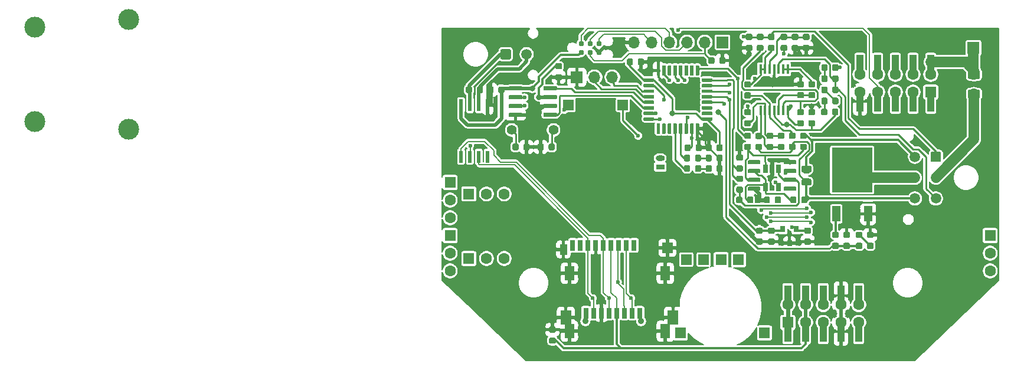
<source format=gbr>
G04 #@! TF.GenerationSoftware,KiCad,Pcbnew,5.1.5+dfsg1-2build2*
G04 #@! TF.CreationDate,2021-11-26T22:32:24+01:00*
G04 #@! TF.ProjectId,wideband_controller_mre,77696465-6261-46e6-945f-636f6e74726f,V1.3*
G04 #@! TF.SameCoordinates,Original*
G04 #@! TF.FileFunction,Copper,L1,Top*
G04 #@! TF.FilePolarity,Positive*
%FSLAX46Y46*%
G04 Gerber Fmt 4.6, Leading zero omitted, Abs format (unit mm)*
G04 Created by KiCad (PCBNEW 5.1.5+dfsg1-2build2) date 2021-11-26 22:32:24*
%MOMM*%
%LPD*%
G04 APERTURE LIST*
%ADD10C,0.100000*%
%ADD11R,1.700000X1.700000*%
%ADD12C,1.500000*%
%ADD13R,0.550000X1.750000*%
%ADD14C,2.999740*%
%ADD15R,1.600000X1.600000*%
%ADD16C,1.600000*%
%ADD17R,1.300000X0.800000*%
%ADD18O,1.300000X0.800000*%
%ADD19R,1.524000X1.524000*%
%ADD20C,1.400000*%
%ADD21C,0.889000*%
%ADD22R,1.524000X2.032000*%
%ADD23R,1.016000X1.524000*%
%ADD24R,0.762000X1.524000*%
%ADD25R,0.800000X1.500000*%
%ADD26R,1.450000X2.000000*%
%ADD27O,1.700000X1.700000*%
%ADD28R,1.000000X3.150000*%
%ADD29R,0.800000X0.900000*%
%ADD30R,0.650000X1.220000*%
%ADD31R,0.450000X1.450000*%
%ADD32R,1.500000X1.500000*%
%ADD33R,5.800000X6.400000*%
%ADD34R,1.200000X2.200000*%
%ADD35C,0.787400*%
%ADD36C,0.600000*%
%ADD37C,0.800000*%
%ADD38C,0.250000*%
%ADD39C,0.500000*%
%ADD40C,0.300000*%
%ADD41C,0.600000*%
%ADD42C,0.200000*%
%ADD43C,1.500000*%
G04 APERTURE END LIST*
G04 #@! TA.AperFunction,SMDPad,CuDef*
D10*
G36*
X126014703Y-145095722D02*
G01*
X126029264Y-145097882D01*
X126043543Y-145101459D01*
X126057403Y-145106418D01*
X126070710Y-145112712D01*
X126083336Y-145120280D01*
X126095159Y-145129048D01*
X126106066Y-145138934D01*
X126115952Y-145149841D01*
X126124720Y-145161664D01*
X126132288Y-145174290D01*
X126138582Y-145187597D01*
X126143541Y-145201457D01*
X126147118Y-145215736D01*
X126149278Y-145230297D01*
X126150000Y-145245000D01*
X126150000Y-145545000D01*
X126149278Y-145559703D01*
X126147118Y-145574264D01*
X126143541Y-145588543D01*
X126138582Y-145602403D01*
X126132288Y-145615710D01*
X126124720Y-145628336D01*
X126115952Y-145640159D01*
X126106066Y-145651066D01*
X126095159Y-145660952D01*
X126083336Y-145669720D01*
X126070710Y-145677288D01*
X126057403Y-145683582D01*
X126043543Y-145688541D01*
X126029264Y-145692118D01*
X126014703Y-145694278D01*
X126000000Y-145695000D01*
X124550000Y-145695000D01*
X124535297Y-145694278D01*
X124520736Y-145692118D01*
X124506457Y-145688541D01*
X124492597Y-145683582D01*
X124479290Y-145677288D01*
X124466664Y-145669720D01*
X124454841Y-145660952D01*
X124443934Y-145651066D01*
X124434048Y-145640159D01*
X124425280Y-145628336D01*
X124417712Y-145615710D01*
X124411418Y-145602403D01*
X124406459Y-145588543D01*
X124402882Y-145574264D01*
X124400722Y-145559703D01*
X124400000Y-145545000D01*
X124400000Y-145245000D01*
X124400722Y-145230297D01*
X124402882Y-145215736D01*
X124406459Y-145201457D01*
X124411418Y-145187597D01*
X124417712Y-145174290D01*
X124425280Y-145161664D01*
X124434048Y-145149841D01*
X124443934Y-145138934D01*
X124454841Y-145129048D01*
X124466664Y-145120280D01*
X124479290Y-145112712D01*
X124492597Y-145106418D01*
X124506457Y-145101459D01*
X124520736Y-145097882D01*
X124535297Y-145095722D01*
X124550000Y-145095000D01*
X126000000Y-145095000D01*
X126014703Y-145095722D01*
G37*
G04 #@! TD.AperFunction*
G04 #@! TA.AperFunction,SMDPad,CuDef*
G36*
X126014703Y-146365722D02*
G01*
X126029264Y-146367882D01*
X126043543Y-146371459D01*
X126057403Y-146376418D01*
X126070710Y-146382712D01*
X126083336Y-146390280D01*
X126095159Y-146399048D01*
X126106066Y-146408934D01*
X126115952Y-146419841D01*
X126124720Y-146431664D01*
X126132288Y-146444290D01*
X126138582Y-146457597D01*
X126143541Y-146471457D01*
X126147118Y-146485736D01*
X126149278Y-146500297D01*
X126150000Y-146515000D01*
X126150000Y-146815000D01*
X126149278Y-146829703D01*
X126147118Y-146844264D01*
X126143541Y-146858543D01*
X126138582Y-146872403D01*
X126132288Y-146885710D01*
X126124720Y-146898336D01*
X126115952Y-146910159D01*
X126106066Y-146921066D01*
X126095159Y-146930952D01*
X126083336Y-146939720D01*
X126070710Y-146947288D01*
X126057403Y-146953582D01*
X126043543Y-146958541D01*
X126029264Y-146962118D01*
X126014703Y-146964278D01*
X126000000Y-146965000D01*
X124550000Y-146965000D01*
X124535297Y-146964278D01*
X124520736Y-146962118D01*
X124506457Y-146958541D01*
X124492597Y-146953582D01*
X124479290Y-146947288D01*
X124466664Y-146939720D01*
X124454841Y-146930952D01*
X124443934Y-146921066D01*
X124434048Y-146910159D01*
X124425280Y-146898336D01*
X124417712Y-146885710D01*
X124411418Y-146872403D01*
X124406459Y-146858543D01*
X124402882Y-146844264D01*
X124400722Y-146829703D01*
X124400000Y-146815000D01*
X124400000Y-146515000D01*
X124400722Y-146500297D01*
X124402882Y-146485736D01*
X124406459Y-146471457D01*
X124411418Y-146457597D01*
X124417712Y-146444290D01*
X124425280Y-146431664D01*
X124434048Y-146419841D01*
X124443934Y-146408934D01*
X124454841Y-146399048D01*
X124466664Y-146390280D01*
X124479290Y-146382712D01*
X124492597Y-146376418D01*
X124506457Y-146371459D01*
X124520736Y-146367882D01*
X124535297Y-146365722D01*
X124550000Y-146365000D01*
X126000000Y-146365000D01*
X126014703Y-146365722D01*
G37*
G04 #@! TD.AperFunction*
G04 #@! TA.AperFunction,SMDPad,CuDef*
G36*
X126014703Y-147635722D02*
G01*
X126029264Y-147637882D01*
X126043543Y-147641459D01*
X126057403Y-147646418D01*
X126070710Y-147652712D01*
X126083336Y-147660280D01*
X126095159Y-147669048D01*
X126106066Y-147678934D01*
X126115952Y-147689841D01*
X126124720Y-147701664D01*
X126132288Y-147714290D01*
X126138582Y-147727597D01*
X126143541Y-147741457D01*
X126147118Y-147755736D01*
X126149278Y-147770297D01*
X126150000Y-147785000D01*
X126150000Y-148085000D01*
X126149278Y-148099703D01*
X126147118Y-148114264D01*
X126143541Y-148128543D01*
X126138582Y-148142403D01*
X126132288Y-148155710D01*
X126124720Y-148168336D01*
X126115952Y-148180159D01*
X126106066Y-148191066D01*
X126095159Y-148200952D01*
X126083336Y-148209720D01*
X126070710Y-148217288D01*
X126057403Y-148223582D01*
X126043543Y-148228541D01*
X126029264Y-148232118D01*
X126014703Y-148234278D01*
X126000000Y-148235000D01*
X124550000Y-148235000D01*
X124535297Y-148234278D01*
X124520736Y-148232118D01*
X124506457Y-148228541D01*
X124492597Y-148223582D01*
X124479290Y-148217288D01*
X124466664Y-148209720D01*
X124454841Y-148200952D01*
X124443934Y-148191066D01*
X124434048Y-148180159D01*
X124425280Y-148168336D01*
X124417712Y-148155710D01*
X124411418Y-148142403D01*
X124406459Y-148128543D01*
X124402882Y-148114264D01*
X124400722Y-148099703D01*
X124400000Y-148085000D01*
X124400000Y-147785000D01*
X124400722Y-147770297D01*
X124402882Y-147755736D01*
X124406459Y-147741457D01*
X124411418Y-147727597D01*
X124417712Y-147714290D01*
X124425280Y-147701664D01*
X124434048Y-147689841D01*
X124443934Y-147678934D01*
X124454841Y-147669048D01*
X124466664Y-147660280D01*
X124479290Y-147652712D01*
X124492597Y-147646418D01*
X124506457Y-147641459D01*
X124520736Y-147637882D01*
X124535297Y-147635722D01*
X124550000Y-147635000D01*
X126000000Y-147635000D01*
X126014703Y-147635722D01*
G37*
G04 #@! TD.AperFunction*
G04 #@! TA.AperFunction,SMDPad,CuDef*
G36*
X126014703Y-148905722D02*
G01*
X126029264Y-148907882D01*
X126043543Y-148911459D01*
X126057403Y-148916418D01*
X126070710Y-148922712D01*
X126083336Y-148930280D01*
X126095159Y-148939048D01*
X126106066Y-148948934D01*
X126115952Y-148959841D01*
X126124720Y-148971664D01*
X126132288Y-148984290D01*
X126138582Y-148997597D01*
X126143541Y-149011457D01*
X126147118Y-149025736D01*
X126149278Y-149040297D01*
X126150000Y-149055000D01*
X126150000Y-149355000D01*
X126149278Y-149369703D01*
X126147118Y-149384264D01*
X126143541Y-149398543D01*
X126138582Y-149412403D01*
X126132288Y-149425710D01*
X126124720Y-149438336D01*
X126115952Y-149450159D01*
X126106066Y-149461066D01*
X126095159Y-149470952D01*
X126083336Y-149479720D01*
X126070710Y-149487288D01*
X126057403Y-149493582D01*
X126043543Y-149498541D01*
X126029264Y-149502118D01*
X126014703Y-149504278D01*
X126000000Y-149505000D01*
X124550000Y-149505000D01*
X124535297Y-149504278D01*
X124520736Y-149502118D01*
X124506457Y-149498541D01*
X124492597Y-149493582D01*
X124479290Y-149487288D01*
X124466664Y-149479720D01*
X124454841Y-149470952D01*
X124443934Y-149461066D01*
X124434048Y-149450159D01*
X124425280Y-149438336D01*
X124417712Y-149425710D01*
X124411418Y-149412403D01*
X124406459Y-149398543D01*
X124402882Y-149384264D01*
X124400722Y-149369703D01*
X124400000Y-149355000D01*
X124400000Y-149055000D01*
X124400722Y-149040297D01*
X124402882Y-149025736D01*
X124406459Y-149011457D01*
X124411418Y-148997597D01*
X124417712Y-148984290D01*
X124425280Y-148971664D01*
X124434048Y-148959841D01*
X124443934Y-148948934D01*
X124454841Y-148939048D01*
X124466664Y-148930280D01*
X124479290Y-148922712D01*
X124492597Y-148916418D01*
X124506457Y-148911459D01*
X124520736Y-148907882D01*
X124535297Y-148905722D01*
X124550000Y-148905000D01*
X126000000Y-148905000D01*
X126014703Y-148905722D01*
G37*
G04 #@! TD.AperFunction*
G04 #@! TA.AperFunction,SMDPad,CuDef*
G36*
X120864703Y-148905722D02*
G01*
X120879264Y-148907882D01*
X120893543Y-148911459D01*
X120907403Y-148916418D01*
X120920710Y-148922712D01*
X120933336Y-148930280D01*
X120945159Y-148939048D01*
X120956066Y-148948934D01*
X120965952Y-148959841D01*
X120974720Y-148971664D01*
X120982288Y-148984290D01*
X120988582Y-148997597D01*
X120993541Y-149011457D01*
X120997118Y-149025736D01*
X120999278Y-149040297D01*
X121000000Y-149055000D01*
X121000000Y-149355000D01*
X120999278Y-149369703D01*
X120997118Y-149384264D01*
X120993541Y-149398543D01*
X120988582Y-149412403D01*
X120982288Y-149425710D01*
X120974720Y-149438336D01*
X120965952Y-149450159D01*
X120956066Y-149461066D01*
X120945159Y-149470952D01*
X120933336Y-149479720D01*
X120920710Y-149487288D01*
X120907403Y-149493582D01*
X120893543Y-149498541D01*
X120879264Y-149502118D01*
X120864703Y-149504278D01*
X120850000Y-149505000D01*
X119400000Y-149505000D01*
X119385297Y-149504278D01*
X119370736Y-149502118D01*
X119356457Y-149498541D01*
X119342597Y-149493582D01*
X119329290Y-149487288D01*
X119316664Y-149479720D01*
X119304841Y-149470952D01*
X119293934Y-149461066D01*
X119284048Y-149450159D01*
X119275280Y-149438336D01*
X119267712Y-149425710D01*
X119261418Y-149412403D01*
X119256459Y-149398543D01*
X119252882Y-149384264D01*
X119250722Y-149369703D01*
X119250000Y-149355000D01*
X119250000Y-149055000D01*
X119250722Y-149040297D01*
X119252882Y-149025736D01*
X119256459Y-149011457D01*
X119261418Y-148997597D01*
X119267712Y-148984290D01*
X119275280Y-148971664D01*
X119284048Y-148959841D01*
X119293934Y-148948934D01*
X119304841Y-148939048D01*
X119316664Y-148930280D01*
X119329290Y-148922712D01*
X119342597Y-148916418D01*
X119356457Y-148911459D01*
X119370736Y-148907882D01*
X119385297Y-148905722D01*
X119400000Y-148905000D01*
X120850000Y-148905000D01*
X120864703Y-148905722D01*
G37*
G04 #@! TD.AperFunction*
G04 #@! TA.AperFunction,SMDPad,CuDef*
G36*
X120864703Y-147635722D02*
G01*
X120879264Y-147637882D01*
X120893543Y-147641459D01*
X120907403Y-147646418D01*
X120920710Y-147652712D01*
X120933336Y-147660280D01*
X120945159Y-147669048D01*
X120956066Y-147678934D01*
X120965952Y-147689841D01*
X120974720Y-147701664D01*
X120982288Y-147714290D01*
X120988582Y-147727597D01*
X120993541Y-147741457D01*
X120997118Y-147755736D01*
X120999278Y-147770297D01*
X121000000Y-147785000D01*
X121000000Y-148085000D01*
X120999278Y-148099703D01*
X120997118Y-148114264D01*
X120993541Y-148128543D01*
X120988582Y-148142403D01*
X120982288Y-148155710D01*
X120974720Y-148168336D01*
X120965952Y-148180159D01*
X120956066Y-148191066D01*
X120945159Y-148200952D01*
X120933336Y-148209720D01*
X120920710Y-148217288D01*
X120907403Y-148223582D01*
X120893543Y-148228541D01*
X120879264Y-148232118D01*
X120864703Y-148234278D01*
X120850000Y-148235000D01*
X119400000Y-148235000D01*
X119385297Y-148234278D01*
X119370736Y-148232118D01*
X119356457Y-148228541D01*
X119342597Y-148223582D01*
X119329290Y-148217288D01*
X119316664Y-148209720D01*
X119304841Y-148200952D01*
X119293934Y-148191066D01*
X119284048Y-148180159D01*
X119275280Y-148168336D01*
X119267712Y-148155710D01*
X119261418Y-148142403D01*
X119256459Y-148128543D01*
X119252882Y-148114264D01*
X119250722Y-148099703D01*
X119250000Y-148085000D01*
X119250000Y-147785000D01*
X119250722Y-147770297D01*
X119252882Y-147755736D01*
X119256459Y-147741457D01*
X119261418Y-147727597D01*
X119267712Y-147714290D01*
X119275280Y-147701664D01*
X119284048Y-147689841D01*
X119293934Y-147678934D01*
X119304841Y-147669048D01*
X119316664Y-147660280D01*
X119329290Y-147652712D01*
X119342597Y-147646418D01*
X119356457Y-147641459D01*
X119370736Y-147637882D01*
X119385297Y-147635722D01*
X119400000Y-147635000D01*
X120850000Y-147635000D01*
X120864703Y-147635722D01*
G37*
G04 #@! TD.AperFunction*
G04 #@! TA.AperFunction,SMDPad,CuDef*
G36*
X120864703Y-146365722D02*
G01*
X120879264Y-146367882D01*
X120893543Y-146371459D01*
X120907403Y-146376418D01*
X120920710Y-146382712D01*
X120933336Y-146390280D01*
X120945159Y-146399048D01*
X120956066Y-146408934D01*
X120965952Y-146419841D01*
X120974720Y-146431664D01*
X120982288Y-146444290D01*
X120988582Y-146457597D01*
X120993541Y-146471457D01*
X120997118Y-146485736D01*
X120999278Y-146500297D01*
X121000000Y-146515000D01*
X121000000Y-146815000D01*
X120999278Y-146829703D01*
X120997118Y-146844264D01*
X120993541Y-146858543D01*
X120988582Y-146872403D01*
X120982288Y-146885710D01*
X120974720Y-146898336D01*
X120965952Y-146910159D01*
X120956066Y-146921066D01*
X120945159Y-146930952D01*
X120933336Y-146939720D01*
X120920710Y-146947288D01*
X120907403Y-146953582D01*
X120893543Y-146958541D01*
X120879264Y-146962118D01*
X120864703Y-146964278D01*
X120850000Y-146965000D01*
X119400000Y-146965000D01*
X119385297Y-146964278D01*
X119370736Y-146962118D01*
X119356457Y-146958541D01*
X119342597Y-146953582D01*
X119329290Y-146947288D01*
X119316664Y-146939720D01*
X119304841Y-146930952D01*
X119293934Y-146921066D01*
X119284048Y-146910159D01*
X119275280Y-146898336D01*
X119267712Y-146885710D01*
X119261418Y-146872403D01*
X119256459Y-146858543D01*
X119252882Y-146844264D01*
X119250722Y-146829703D01*
X119250000Y-146815000D01*
X119250000Y-146515000D01*
X119250722Y-146500297D01*
X119252882Y-146485736D01*
X119256459Y-146471457D01*
X119261418Y-146457597D01*
X119267712Y-146444290D01*
X119275280Y-146431664D01*
X119284048Y-146419841D01*
X119293934Y-146408934D01*
X119304841Y-146399048D01*
X119316664Y-146390280D01*
X119329290Y-146382712D01*
X119342597Y-146376418D01*
X119356457Y-146371459D01*
X119370736Y-146367882D01*
X119385297Y-146365722D01*
X119400000Y-146365000D01*
X120850000Y-146365000D01*
X120864703Y-146365722D01*
G37*
G04 #@! TD.AperFunction*
G04 #@! TA.AperFunction,SMDPad,CuDef*
G36*
X120864703Y-145095722D02*
G01*
X120879264Y-145097882D01*
X120893543Y-145101459D01*
X120907403Y-145106418D01*
X120920710Y-145112712D01*
X120933336Y-145120280D01*
X120945159Y-145129048D01*
X120956066Y-145138934D01*
X120965952Y-145149841D01*
X120974720Y-145161664D01*
X120982288Y-145174290D01*
X120988582Y-145187597D01*
X120993541Y-145201457D01*
X120997118Y-145215736D01*
X120999278Y-145230297D01*
X121000000Y-145245000D01*
X121000000Y-145545000D01*
X120999278Y-145559703D01*
X120997118Y-145574264D01*
X120993541Y-145588543D01*
X120988582Y-145602403D01*
X120982288Y-145615710D01*
X120974720Y-145628336D01*
X120965952Y-145640159D01*
X120956066Y-145651066D01*
X120945159Y-145660952D01*
X120933336Y-145669720D01*
X120920710Y-145677288D01*
X120907403Y-145683582D01*
X120893543Y-145688541D01*
X120879264Y-145692118D01*
X120864703Y-145694278D01*
X120850000Y-145695000D01*
X119400000Y-145695000D01*
X119385297Y-145694278D01*
X119370736Y-145692118D01*
X119356457Y-145688541D01*
X119342597Y-145683582D01*
X119329290Y-145677288D01*
X119316664Y-145669720D01*
X119304841Y-145660952D01*
X119293934Y-145651066D01*
X119284048Y-145640159D01*
X119275280Y-145628336D01*
X119267712Y-145615710D01*
X119261418Y-145602403D01*
X119256459Y-145588543D01*
X119252882Y-145574264D01*
X119250722Y-145559703D01*
X119250000Y-145545000D01*
X119250000Y-145245000D01*
X119250722Y-145230297D01*
X119252882Y-145215736D01*
X119256459Y-145201457D01*
X119261418Y-145187597D01*
X119267712Y-145174290D01*
X119275280Y-145161664D01*
X119284048Y-145149841D01*
X119293934Y-145138934D01*
X119304841Y-145129048D01*
X119316664Y-145120280D01*
X119329290Y-145112712D01*
X119342597Y-145106418D01*
X119356457Y-145101459D01*
X119370736Y-145097882D01*
X119385297Y-145095722D01*
X119400000Y-145095000D01*
X120850000Y-145095000D01*
X120864703Y-145095722D01*
G37*
G04 #@! TD.AperFunction*
D11*
X151600000Y-129000000D03*
G04 #@! TA.AperFunction,SMDPad,CuDef*
D10*
G36*
X92377691Y-131176053D02*
G01*
X92398926Y-131179203D01*
X92419750Y-131184419D01*
X92439962Y-131191651D01*
X92459368Y-131200830D01*
X92477781Y-131211866D01*
X92495024Y-131224654D01*
X92510930Y-131239070D01*
X92525346Y-131254976D01*
X92538134Y-131272219D01*
X92549170Y-131290632D01*
X92558349Y-131310038D01*
X92565581Y-131330250D01*
X92570797Y-131351074D01*
X92573947Y-131372309D01*
X92575000Y-131393750D01*
X92575000Y-131831250D01*
X92573947Y-131852691D01*
X92570797Y-131873926D01*
X92565581Y-131894750D01*
X92558349Y-131914962D01*
X92549170Y-131934368D01*
X92538134Y-131952781D01*
X92525346Y-131970024D01*
X92510930Y-131985930D01*
X92495024Y-132000346D01*
X92477781Y-132013134D01*
X92459368Y-132024170D01*
X92439962Y-132033349D01*
X92419750Y-132040581D01*
X92398926Y-132045797D01*
X92377691Y-132048947D01*
X92356250Y-132050000D01*
X91843750Y-132050000D01*
X91822309Y-132048947D01*
X91801074Y-132045797D01*
X91780250Y-132040581D01*
X91760038Y-132033349D01*
X91740632Y-132024170D01*
X91722219Y-132013134D01*
X91704976Y-132000346D01*
X91689070Y-131985930D01*
X91674654Y-131970024D01*
X91661866Y-131952781D01*
X91650830Y-131934368D01*
X91641651Y-131914962D01*
X91634419Y-131894750D01*
X91629203Y-131873926D01*
X91626053Y-131852691D01*
X91625000Y-131831250D01*
X91625000Y-131393750D01*
X91626053Y-131372309D01*
X91629203Y-131351074D01*
X91634419Y-131330250D01*
X91641651Y-131310038D01*
X91650830Y-131290632D01*
X91661866Y-131272219D01*
X91674654Y-131254976D01*
X91689070Y-131239070D01*
X91704976Y-131224654D01*
X91722219Y-131211866D01*
X91740632Y-131200830D01*
X91760038Y-131191651D01*
X91780250Y-131184419D01*
X91801074Y-131179203D01*
X91822309Y-131176053D01*
X91843750Y-131175000D01*
X92356250Y-131175000D01*
X92377691Y-131176053D01*
G37*
G04 #@! TD.AperFunction*
G04 #@! TA.AperFunction,SMDPad,CuDef*
G36*
X92377691Y-132751053D02*
G01*
X92398926Y-132754203D01*
X92419750Y-132759419D01*
X92439962Y-132766651D01*
X92459368Y-132775830D01*
X92477781Y-132786866D01*
X92495024Y-132799654D01*
X92510930Y-132814070D01*
X92525346Y-132829976D01*
X92538134Y-132847219D01*
X92549170Y-132865632D01*
X92558349Y-132885038D01*
X92565581Y-132905250D01*
X92570797Y-132926074D01*
X92573947Y-132947309D01*
X92575000Y-132968750D01*
X92575000Y-133406250D01*
X92573947Y-133427691D01*
X92570797Y-133448926D01*
X92565581Y-133469750D01*
X92558349Y-133489962D01*
X92549170Y-133509368D01*
X92538134Y-133527781D01*
X92525346Y-133545024D01*
X92510930Y-133560930D01*
X92495024Y-133575346D01*
X92477781Y-133588134D01*
X92459368Y-133599170D01*
X92439962Y-133608349D01*
X92419750Y-133615581D01*
X92398926Y-133620797D01*
X92377691Y-133623947D01*
X92356250Y-133625000D01*
X91843750Y-133625000D01*
X91822309Y-133623947D01*
X91801074Y-133620797D01*
X91780250Y-133615581D01*
X91760038Y-133608349D01*
X91740632Y-133599170D01*
X91722219Y-133588134D01*
X91704976Y-133575346D01*
X91689070Y-133560930D01*
X91674654Y-133545024D01*
X91661866Y-133527781D01*
X91650830Y-133509368D01*
X91641651Y-133489962D01*
X91634419Y-133469750D01*
X91629203Y-133448926D01*
X91626053Y-133427691D01*
X91625000Y-133406250D01*
X91625000Y-132968750D01*
X91626053Y-132947309D01*
X91629203Y-132926074D01*
X91634419Y-132905250D01*
X91641651Y-132885038D01*
X91650830Y-132865632D01*
X91661866Y-132847219D01*
X91674654Y-132829976D01*
X91689070Y-132814070D01*
X91704976Y-132799654D01*
X91722219Y-132786866D01*
X91740632Y-132775830D01*
X91760038Y-132766651D01*
X91780250Y-132759419D01*
X91801074Y-132754203D01*
X91822309Y-132751053D01*
X91843750Y-132750000D01*
X92356250Y-132750000D01*
X92377691Y-132751053D01*
G37*
G04 #@! TD.AperFunction*
D12*
X87500000Y-129900000D03*
G04 #@! TA.AperFunction,ComponentPad*
D10*
G36*
X85024053Y-129151206D02*
G01*
X85048370Y-129154813D01*
X85072216Y-129160786D01*
X85095362Y-129169068D01*
X85117585Y-129179579D01*
X85138670Y-129192217D01*
X85158416Y-129206861D01*
X85176630Y-129223370D01*
X85193139Y-129241584D01*
X85207783Y-129261330D01*
X85220421Y-129282415D01*
X85230932Y-129304638D01*
X85239214Y-129327784D01*
X85245187Y-129351630D01*
X85248794Y-129375947D01*
X85250000Y-129400500D01*
X85250000Y-130399500D01*
X85248794Y-130424053D01*
X85245187Y-130448370D01*
X85239214Y-130472216D01*
X85230932Y-130495362D01*
X85220421Y-130517585D01*
X85207783Y-130538670D01*
X85193139Y-130558416D01*
X85176630Y-130576630D01*
X85158416Y-130593139D01*
X85138670Y-130607783D01*
X85117585Y-130620421D01*
X85095362Y-130630932D01*
X85072216Y-130639214D01*
X85048370Y-130645187D01*
X85024053Y-130648794D01*
X84999500Y-130650000D01*
X84000500Y-130650000D01*
X83975947Y-130648794D01*
X83951630Y-130645187D01*
X83927784Y-130639214D01*
X83904638Y-130630932D01*
X83882415Y-130620421D01*
X83861330Y-130607783D01*
X83841584Y-130593139D01*
X83823370Y-130576630D01*
X83806861Y-130558416D01*
X83792217Y-130538670D01*
X83779579Y-130517585D01*
X83769068Y-130495362D01*
X83760786Y-130472216D01*
X83754813Y-130448370D01*
X83751206Y-130424053D01*
X83750000Y-130399500D01*
X83750000Y-129400500D01*
X83751206Y-129375947D01*
X83754813Y-129351630D01*
X83760786Y-129327784D01*
X83769068Y-129304638D01*
X83779579Y-129282415D01*
X83792217Y-129261330D01*
X83806861Y-129241584D01*
X83823370Y-129223370D01*
X83841584Y-129206861D01*
X83861330Y-129192217D01*
X83882415Y-129179579D01*
X83904638Y-129169068D01*
X83927784Y-129160786D01*
X83951630Y-129154813D01*
X83975947Y-129151206D01*
X84000500Y-129150000D01*
X84999500Y-129150000D01*
X85024053Y-129151206D01*
G37*
G04 #@! TD.AperFunction*
D13*
X81905000Y-144600000D03*
X80635000Y-144600000D03*
X79365000Y-144600000D03*
X78095000Y-144600000D03*
X78095000Y-137200000D03*
X79365000Y-137200000D03*
X80635000Y-137200000D03*
X81905000Y-137200000D03*
D14*
X16951220Y-139599580D03*
X16951220Y-126000420D03*
X30448780Y-140699400D03*
X30448780Y-124900600D03*
D12*
X87500000Y-129900000D03*
G04 #@! TA.AperFunction,ComponentPad*
D10*
G36*
X85024504Y-129151204D02*
G01*
X85048773Y-129154804D01*
X85072571Y-129160765D01*
X85095671Y-129169030D01*
X85117849Y-129179520D01*
X85138893Y-129192133D01*
X85158598Y-129206747D01*
X85176777Y-129223223D01*
X85193253Y-129241402D01*
X85207867Y-129261107D01*
X85220480Y-129282151D01*
X85230970Y-129304329D01*
X85239235Y-129327429D01*
X85245196Y-129351227D01*
X85248796Y-129375496D01*
X85250000Y-129400000D01*
X85250000Y-130400000D01*
X85248796Y-130424504D01*
X85245196Y-130448773D01*
X85239235Y-130472571D01*
X85230970Y-130495671D01*
X85220480Y-130517849D01*
X85207867Y-130538893D01*
X85193253Y-130558598D01*
X85176777Y-130576777D01*
X85158598Y-130593253D01*
X85138893Y-130607867D01*
X85117849Y-130620480D01*
X85095671Y-130630970D01*
X85072571Y-130639235D01*
X85048773Y-130645196D01*
X85024504Y-130648796D01*
X85000000Y-130650000D01*
X84000000Y-130650000D01*
X83975496Y-130648796D01*
X83951227Y-130645196D01*
X83927429Y-130639235D01*
X83904329Y-130630970D01*
X83882151Y-130620480D01*
X83861107Y-130607867D01*
X83841402Y-130593253D01*
X83823223Y-130576777D01*
X83806747Y-130558598D01*
X83792133Y-130538893D01*
X83779520Y-130517849D01*
X83769030Y-130495671D01*
X83760765Y-130472571D01*
X83754804Y-130448773D01*
X83751204Y-130424504D01*
X83750000Y-130400000D01*
X83750000Y-129400000D01*
X83751204Y-129375496D01*
X83754804Y-129351227D01*
X83760765Y-129327429D01*
X83769030Y-129304329D01*
X83779520Y-129282151D01*
X83792133Y-129261107D01*
X83806747Y-129241402D01*
X83823223Y-129223223D01*
X83841402Y-129206747D01*
X83861107Y-129192133D01*
X83882151Y-129179520D01*
X83904329Y-129169030D01*
X83927429Y-129160765D01*
X83951227Y-129154804D01*
X83975496Y-129151204D01*
X84000000Y-129150000D01*
X85000000Y-129150000D01*
X85024504Y-129151204D01*
G37*
G04 #@! TD.AperFunction*
G04 #@! TA.AperFunction,SMDPad,CuDef*
G36*
X82552691Y-134526053D02*
G01*
X82573926Y-134529203D01*
X82594750Y-134534419D01*
X82614962Y-134541651D01*
X82634368Y-134550830D01*
X82652781Y-134561866D01*
X82670024Y-134574654D01*
X82685930Y-134589070D01*
X82700346Y-134604976D01*
X82713134Y-134622219D01*
X82724170Y-134640632D01*
X82733349Y-134660038D01*
X82740581Y-134680250D01*
X82745797Y-134701074D01*
X82748947Y-134722309D01*
X82750000Y-134743750D01*
X82750000Y-135256250D01*
X82748947Y-135277691D01*
X82745797Y-135298926D01*
X82740581Y-135319750D01*
X82733349Y-135339962D01*
X82724170Y-135359368D01*
X82713134Y-135377781D01*
X82700346Y-135395024D01*
X82685930Y-135410930D01*
X82670024Y-135425346D01*
X82652781Y-135438134D01*
X82634368Y-135449170D01*
X82614962Y-135458349D01*
X82594750Y-135465581D01*
X82573926Y-135470797D01*
X82552691Y-135473947D01*
X82531250Y-135475000D01*
X82093750Y-135475000D01*
X82072309Y-135473947D01*
X82051074Y-135470797D01*
X82030250Y-135465581D01*
X82010038Y-135458349D01*
X81990632Y-135449170D01*
X81972219Y-135438134D01*
X81954976Y-135425346D01*
X81939070Y-135410930D01*
X81924654Y-135395024D01*
X81911866Y-135377781D01*
X81900830Y-135359368D01*
X81891651Y-135339962D01*
X81884419Y-135319750D01*
X81879203Y-135298926D01*
X81876053Y-135277691D01*
X81875000Y-135256250D01*
X81875000Y-134743750D01*
X81876053Y-134722309D01*
X81879203Y-134701074D01*
X81884419Y-134680250D01*
X81891651Y-134660038D01*
X81900830Y-134640632D01*
X81911866Y-134622219D01*
X81924654Y-134604976D01*
X81939070Y-134589070D01*
X81954976Y-134574654D01*
X81972219Y-134561866D01*
X81990632Y-134550830D01*
X82010038Y-134541651D01*
X82030250Y-134534419D01*
X82051074Y-134529203D01*
X82072309Y-134526053D01*
X82093750Y-134525000D01*
X82531250Y-134525000D01*
X82552691Y-134526053D01*
G37*
G04 #@! TD.AperFunction*
G04 #@! TA.AperFunction,SMDPad,CuDef*
G36*
X84127691Y-134526053D02*
G01*
X84148926Y-134529203D01*
X84169750Y-134534419D01*
X84189962Y-134541651D01*
X84209368Y-134550830D01*
X84227781Y-134561866D01*
X84245024Y-134574654D01*
X84260930Y-134589070D01*
X84275346Y-134604976D01*
X84288134Y-134622219D01*
X84299170Y-134640632D01*
X84308349Y-134660038D01*
X84315581Y-134680250D01*
X84320797Y-134701074D01*
X84323947Y-134722309D01*
X84325000Y-134743750D01*
X84325000Y-135256250D01*
X84323947Y-135277691D01*
X84320797Y-135298926D01*
X84315581Y-135319750D01*
X84308349Y-135339962D01*
X84299170Y-135359368D01*
X84288134Y-135377781D01*
X84275346Y-135395024D01*
X84260930Y-135410930D01*
X84245024Y-135425346D01*
X84227781Y-135438134D01*
X84209368Y-135449170D01*
X84189962Y-135458349D01*
X84169750Y-135465581D01*
X84148926Y-135470797D01*
X84127691Y-135473947D01*
X84106250Y-135475000D01*
X83668750Y-135475000D01*
X83647309Y-135473947D01*
X83626074Y-135470797D01*
X83605250Y-135465581D01*
X83585038Y-135458349D01*
X83565632Y-135449170D01*
X83547219Y-135438134D01*
X83529976Y-135425346D01*
X83514070Y-135410930D01*
X83499654Y-135395024D01*
X83486866Y-135377781D01*
X83475830Y-135359368D01*
X83466651Y-135339962D01*
X83459419Y-135319750D01*
X83454203Y-135298926D01*
X83451053Y-135277691D01*
X83450000Y-135256250D01*
X83450000Y-134743750D01*
X83451053Y-134722309D01*
X83454203Y-134701074D01*
X83459419Y-134680250D01*
X83466651Y-134660038D01*
X83475830Y-134640632D01*
X83486866Y-134622219D01*
X83499654Y-134604976D01*
X83514070Y-134589070D01*
X83529976Y-134574654D01*
X83547219Y-134561866D01*
X83565632Y-134550830D01*
X83585038Y-134541651D01*
X83605250Y-134534419D01*
X83626074Y-134529203D01*
X83647309Y-134526053D01*
X83668750Y-134525000D01*
X84106250Y-134525000D01*
X84127691Y-134526053D01*
G37*
G04 #@! TD.AperFunction*
G04 #@! TA.AperFunction,SMDPad,CuDef*
G36*
X81040191Y-134526053D02*
G01*
X81061426Y-134529203D01*
X81082250Y-134534419D01*
X81102462Y-134541651D01*
X81121868Y-134550830D01*
X81140281Y-134561866D01*
X81157524Y-134574654D01*
X81173430Y-134589070D01*
X81187846Y-134604976D01*
X81200634Y-134622219D01*
X81211670Y-134640632D01*
X81220849Y-134660038D01*
X81228081Y-134680250D01*
X81233297Y-134701074D01*
X81236447Y-134722309D01*
X81237500Y-134743750D01*
X81237500Y-135256250D01*
X81236447Y-135277691D01*
X81233297Y-135298926D01*
X81228081Y-135319750D01*
X81220849Y-135339962D01*
X81211670Y-135359368D01*
X81200634Y-135377781D01*
X81187846Y-135395024D01*
X81173430Y-135410930D01*
X81157524Y-135425346D01*
X81140281Y-135438134D01*
X81121868Y-135449170D01*
X81102462Y-135458349D01*
X81082250Y-135465581D01*
X81061426Y-135470797D01*
X81040191Y-135473947D01*
X81018750Y-135475000D01*
X80581250Y-135475000D01*
X80559809Y-135473947D01*
X80538574Y-135470797D01*
X80517750Y-135465581D01*
X80497538Y-135458349D01*
X80478132Y-135449170D01*
X80459719Y-135438134D01*
X80442476Y-135425346D01*
X80426570Y-135410930D01*
X80412154Y-135395024D01*
X80399366Y-135377781D01*
X80388330Y-135359368D01*
X80379151Y-135339962D01*
X80371919Y-135319750D01*
X80366703Y-135298926D01*
X80363553Y-135277691D01*
X80362500Y-135256250D01*
X80362500Y-134743750D01*
X80363553Y-134722309D01*
X80366703Y-134701074D01*
X80371919Y-134680250D01*
X80379151Y-134660038D01*
X80388330Y-134640632D01*
X80399366Y-134622219D01*
X80412154Y-134604976D01*
X80426570Y-134589070D01*
X80442476Y-134574654D01*
X80459719Y-134561866D01*
X80478132Y-134550830D01*
X80497538Y-134541651D01*
X80517750Y-134534419D01*
X80538574Y-134529203D01*
X80559809Y-134526053D01*
X80581250Y-134525000D01*
X81018750Y-134525000D01*
X81040191Y-134526053D01*
G37*
G04 #@! TD.AperFunction*
G04 #@! TA.AperFunction,SMDPad,CuDef*
G36*
X79465191Y-134526053D02*
G01*
X79486426Y-134529203D01*
X79507250Y-134534419D01*
X79527462Y-134541651D01*
X79546868Y-134550830D01*
X79565281Y-134561866D01*
X79582524Y-134574654D01*
X79598430Y-134589070D01*
X79612846Y-134604976D01*
X79625634Y-134622219D01*
X79636670Y-134640632D01*
X79645849Y-134660038D01*
X79653081Y-134680250D01*
X79658297Y-134701074D01*
X79661447Y-134722309D01*
X79662500Y-134743750D01*
X79662500Y-135256250D01*
X79661447Y-135277691D01*
X79658297Y-135298926D01*
X79653081Y-135319750D01*
X79645849Y-135339962D01*
X79636670Y-135359368D01*
X79625634Y-135377781D01*
X79612846Y-135395024D01*
X79598430Y-135410930D01*
X79582524Y-135425346D01*
X79565281Y-135438134D01*
X79546868Y-135449170D01*
X79527462Y-135458349D01*
X79507250Y-135465581D01*
X79486426Y-135470797D01*
X79465191Y-135473947D01*
X79443750Y-135475000D01*
X79006250Y-135475000D01*
X78984809Y-135473947D01*
X78963574Y-135470797D01*
X78942750Y-135465581D01*
X78922538Y-135458349D01*
X78903132Y-135449170D01*
X78884719Y-135438134D01*
X78867476Y-135425346D01*
X78851570Y-135410930D01*
X78837154Y-135395024D01*
X78824366Y-135377781D01*
X78813330Y-135359368D01*
X78804151Y-135339962D01*
X78796919Y-135319750D01*
X78791703Y-135298926D01*
X78788553Y-135277691D01*
X78787500Y-135256250D01*
X78787500Y-134743750D01*
X78788553Y-134722309D01*
X78791703Y-134701074D01*
X78796919Y-134680250D01*
X78804151Y-134660038D01*
X78813330Y-134640632D01*
X78824366Y-134622219D01*
X78837154Y-134604976D01*
X78851570Y-134589070D01*
X78867476Y-134574654D01*
X78884719Y-134561866D01*
X78903132Y-134550830D01*
X78922538Y-134541651D01*
X78942750Y-134534419D01*
X78963574Y-134529203D01*
X78984809Y-134526053D01*
X79006250Y-134525000D01*
X79443750Y-134525000D01*
X79465191Y-134526053D01*
G37*
G04 #@! TD.AperFunction*
D15*
X117900600Y-159360800D03*
X115400600Y-159360800D03*
D16*
X127513080Y-165839060D03*
X130053080Y-165839060D03*
X135133080Y-165839060D03*
X135133080Y-168379060D03*
X130053080Y-168379060D03*
X132593080Y-168379060D03*
X127513080Y-168379060D03*
X132593080Y-165839060D03*
X124973080Y-165839060D03*
D15*
X124973080Y-168379060D03*
X154000200Y-155910200D03*
D16*
X154000200Y-158450200D03*
X154000200Y-160990200D03*
D15*
X121615200Y-169880200D03*
X109550200Y-169880200D03*
X76530200Y-155910200D03*
D16*
X76530200Y-158450200D03*
X76530200Y-160990200D03*
D15*
X76530200Y-148290200D03*
D16*
X76530200Y-150830200D03*
X76530200Y-153370200D03*
D15*
X79197200Y-159212200D03*
D16*
X81737200Y-159212200D03*
X84277200Y-159212200D03*
D15*
X79197200Y-149941200D03*
D16*
X81737200Y-149941200D03*
X84277200Y-149941200D03*
D15*
X145478500Y-135336200D03*
D16*
X142938500Y-135336200D03*
X140398500Y-135336200D03*
X137858500Y-135336200D03*
X135318500Y-135336200D03*
X145478500Y-132796200D03*
X142938500Y-132796200D03*
X140398500Y-132796200D03*
X137858500Y-132796200D03*
X135318500Y-132796200D03*
D17*
X106654600Y-146055000D03*
D18*
X106654600Y-144810400D03*
D19*
X112900600Y-159360800D03*
X110400600Y-159360800D03*
D20*
X91360600Y-140771800D03*
X85360600Y-140771800D03*
D21*
X103914000Y-168207000D03*
X95914000Y-168207000D03*
D19*
X107695000Y-157699000D03*
D22*
X108514000Y-167680000D03*
X93114000Y-167680000D03*
D23*
X92768000Y-157907000D03*
D24*
X94114000Y-157307000D03*
X95214000Y-157307000D03*
X96314000Y-157307000D03*
X97414000Y-157307000D03*
X98514000Y-157307000D03*
X99614000Y-157307000D03*
X100714000Y-157307000D03*
X101814000Y-157307000D03*
X102914000Y-157307000D03*
D25*
X103710000Y-167035000D03*
X102610000Y-167035000D03*
X101510000Y-167035000D03*
X100410000Y-167035000D03*
X99310000Y-167035000D03*
X98210000Y-167035000D03*
X97110000Y-167035000D03*
X96010000Y-167035000D03*
D26*
X93635000Y-161335000D03*
X107385000Y-161335000D03*
X107385000Y-169635000D03*
X93635000Y-169635000D03*
G04 #@! TA.AperFunction,SMDPad,CuDef*
D10*
G36*
X91477691Y-170551053D02*
G01*
X91498926Y-170554203D01*
X91519750Y-170559419D01*
X91539962Y-170566651D01*
X91559368Y-170575830D01*
X91577781Y-170586866D01*
X91595024Y-170599654D01*
X91610930Y-170614070D01*
X91625346Y-170629976D01*
X91638134Y-170647219D01*
X91649170Y-170665632D01*
X91658349Y-170685038D01*
X91665581Y-170705250D01*
X91670797Y-170726074D01*
X91673947Y-170747309D01*
X91675000Y-170768750D01*
X91675000Y-171206250D01*
X91673947Y-171227691D01*
X91670797Y-171248926D01*
X91665581Y-171269750D01*
X91658349Y-171289962D01*
X91649170Y-171309368D01*
X91638134Y-171327781D01*
X91625346Y-171345024D01*
X91610930Y-171360930D01*
X91595024Y-171375346D01*
X91577781Y-171388134D01*
X91559368Y-171399170D01*
X91539962Y-171408349D01*
X91519750Y-171415581D01*
X91498926Y-171420797D01*
X91477691Y-171423947D01*
X91456250Y-171425000D01*
X90943750Y-171425000D01*
X90922309Y-171423947D01*
X90901074Y-171420797D01*
X90880250Y-171415581D01*
X90860038Y-171408349D01*
X90840632Y-171399170D01*
X90822219Y-171388134D01*
X90804976Y-171375346D01*
X90789070Y-171360930D01*
X90774654Y-171345024D01*
X90761866Y-171327781D01*
X90750830Y-171309368D01*
X90741651Y-171289962D01*
X90734419Y-171269750D01*
X90729203Y-171248926D01*
X90726053Y-171227691D01*
X90725000Y-171206250D01*
X90725000Y-170768750D01*
X90726053Y-170747309D01*
X90729203Y-170726074D01*
X90734419Y-170705250D01*
X90741651Y-170685038D01*
X90750830Y-170665632D01*
X90761866Y-170647219D01*
X90774654Y-170629976D01*
X90789070Y-170614070D01*
X90804976Y-170599654D01*
X90822219Y-170586866D01*
X90840632Y-170575830D01*
X90860038Y-170566651D01*
X90880250Y-170559419D01*
X90901074Y-170554203D01*
X90922309Y-170551053D01*
X90943750Y-170550000D01*
X91456250Y-170550000D01*
X91477691Y-170551053D01*
G37*
G04 #@! TD.AperFunction*
G04 #@! TA.AperFunction,SMDPad,CuDef*
G36*
X91477691Y-168976053D02*
G01*
X91498926Y-168979203D01*
X91519750Y-168984419D01*
X91539962Y-168991651D01*
X91559368Y-169000830D01*
X91577781Y-169011866D01*
X91595024Y-169024654D01*
X91610930Y-169039070D01*
X91625346Y-169054976D01*
X91638134Y-169072219D01*
X91649170Y-169090632D01*
X91658349Y-169110038D01*
X91665581Y-169130250D01*
X91670797Y-169151074D01*
X91673947Y-169172309D01*
X91675000Y-169193750D01*
X91675000Y-169631250D01*
X91673947Y-169652691D01*
X91670797Y-169673926D01*
X91665581Y-169694750D01*
X91658349Y-169714962D01*
X91649170Y-169734368D01*
X91638134Y-169752781D01*
X91625346Y-169770024D01*
X91610930Y-169785930D01*
X91595024Y-169800346D01*
X91577781Y-169813134D01*
X91559368Y-169824170D01*
X91539962Y-169833349D01*
X91519750Y-169840581D01*
X91498926Y-169845797D01*
X91477691Y-169848947D01*
X91456250Y-169850000D01*
X90943750Y-169850000D01*
X90922309Y-169848947D01*
X90901074Y-169845797D01*
X90880250Y-169840581D01*
X90860038Y-169833349D01*
X90840632Y-169824170D01*
X90822219Y-169813134D01*
X90804976Y-169800346D01*
X90789070Y-169785930D01*
X90774654Y-169770024D01*
X90761866Y-169752781D01*
X90750830Y-169734368D01*
X90741651Y-169714962D01*
X90734419Y-169694750D01*
X90729203Y-169673926D01*
X90726053Y-169652691D01*
X90725000Y-169631250D01*
X90725000Y-169193750D01*
X90726053Y-169172309D01*
X90729203Y-169151074D01*
X90734419Y-169130250D01*
X90741651Y-169110038D01*
X90750830Y-169090632D01*
X90761866Y-169072219D01*
X90774654Y-169054976D01*
X90789070Y-169039070D01*
X90804976Y-169024654D01*
X90822219Y-169011866D01*
X90840632Y-169000830D01*
X90860038Y-168991651D01*
X90880250Y-168984419D01*
X90901074Y-168979203D01*
X90922309Y-168976053D01*
X90943750Y-168975000D01*
X91456250Y-168975000D01*
X91477691Y-168976053D01*
G37*
G04 #@! TD.AperFunction*
D27*
X99780000Y-133200000D03*
X97240000Y-133200000D03*
D11*
X94700000Y-133200000D03*
G04 #@! TA.AperFunction,SMDPad,CuDef*
D10*
G36*
X119477691Y-139351053D02*
G01*
X119498926Y-139354203D01*
X119519750Y-139359419D01*
X119539962Y-139366651D01*
X119559368Y-139375830D01*
X119577781Y-139386866D01*
X119595024Y-139399654D01*
X119610930Y-139414070D01*
X119625346Y-139429976D01*
X119638134Y-139447219D01*
X119649170Y-139465632D01*
X119658349Y-139485038D01*
X119665581Y-139505250D01*
X119670797Y-139526074D01*
X119673947Y-139547309D01*
X119675000Y-139568750D01*
X119675000Y-140006250D01*
X119673947Y-140027691D01*
X119670797Y-140048926D01*
X119665581Y-140069750D01*
X119658349Y-140089962D01*
X119649170Y-140109368D01*
X119638134Y-140127781D01*
X119625346Y-140145024D01*
X119610930Y-140160930D01*
X119595024Y-140175346D01*
X119577781Y-140188134D01*
X119559368Y-140199170D01*
X119539962Y-140208349D01*
X119519750Y-140215581D01*
X119498926Y-140220797D01*
X119477691Y-140223947D01*
X119456250Y-140225000D01*
X118943750Y-140225000D01*
X118922309Y-140223947D01*
X118901074Y-140220797D01*
X118880250Y-140215581D01*
X118860038Y-140208349D01*
X118840632Y-140199170D01*
X118822219Y-140188134D01*
X118804976Y-140175346D01*
X118789070Y-140160930D01*
X118774654Y-140145024D01*
X118761866Y-140127781D01*
X118750830Y-140109368D01*
X118741651Y-140089962D01*
X118734419Y-140069750D01*
X118729203Y-140048926D01*
X118726053Y-140027691D01*
X118725000Y-140006250D01*
X118725000Y-139568750D01*
X118726053Y-139547309D01*
X118729203Y-139526074D01*
X118734419Y-139505250D01*
X118741651Y-139485038D01*
X118750830Y-139465632D01*
X118761866Y-139447219D01*
X118774654Y-139429976D01*
X118789070Y-139414070D01*
X118804976Y-139399654D01*
X118822219Y-139386866D01*
X118840632Y-139375830D01*
X118860038Y-139366651D01*
X118880250Y-139359419D01*
X118901074Y-139354203D01*
X118922309Y-139351053D01*
X118943750Y-139350000D01*
X119456250Y-139350000D01*
X119477691Y-139351053D01*
G37*
G04 #@! TD.AperFunction*
G04 #@! TA.AperFunction,SMDPad,CuDef*
G36*
X119477691Y-137776053D02*
G01*
X119498926Y-137779203D01*
X119519750Y-137784419D01*
X119539962Y-137791651D01*
X119559368Y-137800830D01*
X119577781Y-137811866D01*
X119595024Y-137824654D01*
X119610930Y-137839070D01*
X119625346Y-137854976D01*
X119638134Y-137872219D01*
X119649170Y-137890632D01*
X119658349Y-137910038D01*
X119665581Y-137930250D01*
X119670797Y-137951074D01*
X119673947Y-137972309D01*
X119675000Y-137993750D01*
X119675000Y-138431250D01*
X119673947Y-138452691D01*
X119670797Y-138473926D01*
X119665581Y-138494750D01*
X119658349Y-138514962D01*
X119649170Y-138534368D01*
X119638134Y-138552781D01*
X119625346Y-138570024D01*
X119610930Y-138585930D01*
X119595024Y-138600346D01*
X119577781Y-138613134D01*
X119559368Y-138624170D01*
X119539962Y-138633349D01*
X119519750Y-138640581D01*
X119498926Y-138645797D01*
X119477691Y-138648947D01*
X119456250Y-138650000D01*
X118943750Y-138650000D01*
X118922309Y-138648947D01*
X118901074Y-138645797D01*
X118880250Y-138640581D01*
X118860038Y-138633349D01*
X118840632Y-138624170D01*
X118822219Y-138613134D01*
X118804976Y-138600346D01*
X118789070Y-138585930D01*
X118774654Y-138570024D01*
X118761866Y-138552781D01*
X118750830Y-138534368D01*
X118741651Y-138514962D01*
X118734419Y-138494750D01*
X118729203Y-138473926D01*
X118726053Y-138452691D01*
X118725000Y-138431250D01*
X118725000Y-137993750D01*
X118726053Y-137972309D01*
X118729203Y-137951074D01*
X118734419Y-137930250D01*
X118741651Y-137910038D01*
X118750830Y-137890632D01*
X118761866Y-137872219D01*
X118774654Y-137854976D01*
X118789070Y-137839070D01*
X118804976Y-137824654D01*
X118822219Y-137811866D01*
X118840632Y-137800830D01*
X118860038Y-137791651D01*
X118880250Y-137784419D01*
X118901074Y-137779203D01*
X118922309Y-137776053D01*
X118943750Y-137775000D01*
X119456250Y-137775000D01*
X119477691Y-137776053D01*
G37*
G04 #@! TD.AperFunction*
G04 #@! TA.AperFunction,SMDPad,CuDef*
G36*
X128130142Y-145876174D02*
G01*
X128153803Y-145879684D01*
X128177007Y-145885496D01*
X128199529Y-145893554D01*
X128221153Y-145903782D01*
X128241670Y-145916079D01*
X128260883Y-145930329D01*
X128278607Y-145946393D01*
X128294671Y-145964117D01*
X128308921Y-145983330D01*
X128321218Y-146003847D01*
X128331446Y-146025471D01*
X128339504Y-146047993D01*
X128345316Y-146071197D01*
X128348826Y-146094858D01*
X128350000Y-146118750D01*
X128350000Y-146606250D01*
X128348826Y-146630142D01*
X128345316Y-146653803D01*
X128339504Y-146677007D01*
X128331446Y-146699529D01*
X128321218Y-146721153D01*
X128308921Y-146741670D01*
X128294671Y-146760883D01*
X128278607Y-146778607D01*
X128260883Y-146794671D01*
X128241670Y-146808921D01*
X128221153Y-146821218D01*
X128199529Y-146831446D01*
X128177007Y-146839504D01*
X128153803Y-146845316D01*
X128130142Y-146848826D01*
X128106250Y-146850000D01*
X127193750Y-146850000D01*
X127169858Y-146848826D01*
X127146197Y-146845316D01*
X127122993Y-146839504D01*
X127100471Y-146831446D01*
X127078847Y-146821218D01*
X127058330Y-146808921D01*
X127039117Y-146794671D01*
X127021393Y-146778607D01*
X127005329Y-146760883D01*
X126991079Y-146741670D01*
X126978782Y-146721153D01*
X126968554Y-146699529D01*
X126960496Y-146677007D01*
X126954684Y-146653803D01*
X126951174Y-146630142D01*
X126950000Y-146606250D01*
X126950000Y-146118750D01*
X126951174Y-146094858D01*
X126954684Y-146071197D01*
X126960496Y-146047993D01*
X126968554Y-146025471D01*
X126978782Y-146003847D01*
X126991079Y-145983330D01*
X127005329Y-145964117D01*
X127021393Y-145946393D01*
X127039117Y-145930329D01*
X127058330Y-145916079D01*
X127078847Y-145903782D01*
X127100471Y-145893554D01*
X127122993Y-145885496D01*
X127146197Y-145879684D01*
X127169858Y-145876174D01*
X127193750Y-145875000D01*
X128106250Y-145875000D01*
X128130142Y-145876174D01*
G37*
G04 #@! TD.AperFunction*
G04 #@! TA.AperFunction,SMDPad,CuDef*
G36*
X128130142Y-147751174D02*
G01*
X128153803Y-147754684D01*
X128177007Y-147760496D01*
X128199529Y-147768554D01*
X128221153Y-147778782D01*
X128241670Y-147791079D01*
X128260883Y-147805329D01*
X128278607Y-147821393D01*
X128294671Y-147839117D01*
X128308921Y-147858330D01*
X128321218Y-147878847D01*
X128331446Y-147900471D01*
X128339504Y-147922993D01*
X128345316Y-147946197D01*
X128348826Y-147969858D01*
X128350000Y-147993750D01*
X128350000Y-148481250D01*
X128348826Y-148505142D01*
X128345316Y-148528803D01*
X128339504Y-148552007D01*
X128331446Y-148574529D01*
X128321218Y-148596153D01*
X128308921Y-148616670D01*
X128294671Y-148635883D01*
X128278607Y-148653607D01*
X128260883Y-148669671D01*
X128241670Y-148683921D01*
X128221153Y-148696218D01*
X128199529Y-148706446D01*
X128177007Y-148714504D01*
X128153803Y-148720316D01*
X128130142Y-148723826D01*
X128106250Y-148725000D01*
X127193750Y-148725000D01*
X127169858Y-148723826D01*
X127146197Y-148720316D01*
X127122993Y-148714504D01*
X127100471Y-148706446D01*
X127078847Y-148696218D01*
X127058330Y-148683921D01*
X127039117Y-148669671D01*
X127021393Y-148653607D01*
X127005329Y-148635883D01*
X126991079Y-148616670D01*
X126978782Y-148596153D01*
X126968554Y-148574529D01*
X126960496Y-148552007D01*
X126954684Y-148528803D01*
X126951174Y-148505142D01*
X126950000Y-148481250D01*
X126950000Y-147993750D01*
X126951174Y-147969858D01*
X126954684Y-147946197D01*
X126960496Y-147922993D01*
X126968554Y-147900471D01*
X126978782Y-147878847D01*
X126991079Y-147858330D01*
X127005329Y-147839117D01*
X127021393Y-147821393D01*
X127039117Y-147805329D01*
X127058330Y-147791079D01*
X127078847Y-147778782D01*
X127100471Y-147768554D01*
X127122993Y-147760496D01*
X127146197Y-147754684D01*
X127169858Y-147751174D01*
X127193750Y-147750000D01*
X128106250Y-147750000D01*
X128130142Y-147751174D01*
G37*
G04 #@! TD.AperFunction*
D12*
X143200000Y-150600000D03*
X143200000Y-147600000D03*
X143200000Y-144600000D03*
X146200000Y-150600000D03*
X146200000Y-147600000D03*
G04 #@! TA.AperFunction,ComponentPad*
D10*
G36*
X146724053Y-143851206D02*
G01*
X146748370Y-143854813D01*
X146772216Y-143860786D01*
X146795362Y-143869068D01*
X146817585Y-143879579D01*
X146838670Y-143892217D01*
X146858416Y-143906861D01*
X146876630Y-143923370D01*
X146893139Y-143941584D01*
X146907783Y-143961330D01*
X146920421Y-143982415D01*
X146930932Y-144004638D01*
X146939214Y-144027784D01*
X146945187Y-144051630D01*
X146948794Y-144075947D01*
X146950000Y-144100500D01*
X146950000Y-145099500D01*
X146948794Y-145124053D01*
X146945187Y-145148370D01*
X146939214Y-145172216D01*
X146930932Y-145195362D01*
X146920421Y-145217585D01*
X146907783Y-145238670D01*
X146893139Y-145258416D01*
X146876630Y-145276630D01*
X146858416Y-145293139D01*
X146838670Y-145307783D01*
X146817585Y-145320421D01*
X146795362Y-145330932D01*
X146772216Y-145339214D01*
X146748370Y-145345187D01*
X146724053Y-145348794D01*
X146699500Y-145350000D01*
X145700500Y-145350000D01*
X145675947Y-145348794D01*
X145651630Y-145345187D01*
X145627784Y-145339214D01*
X145604638Y-145330932D01*
X145582415Y-145320421D01*
X145561330Y-145307783D01*
X145541584Y-145293139D01*
X145523370Y-145276630D01*
X145506861Y-145258416D01*
X145492217Y-145238670D01*
X145479579Y-145217585D01*
X145469068Y-145195362D01*
X145460786Y-145172216D01*
X145454813Y-145148370D01*
X145451206Y-145124053D01*
X145450000Y-145099500D01*
X145450000Y-144100500D01*
X145451206Y-144075947D01*
X145454813Y-144051630D01*
X145460786Y-144027784D01*
X145469068Y-144004638D01*
X145479579Y-143982415D01*
X145492217Y-143961330D01*
X145506861Y-143941584D01*
X145523370Y-143923370D01*
X145541584Y-143906861D01*
X145561330Y-143892217D01*
X145582415Y-143879579D01*
X145604638Y-143869068D01*
X145627784Y-143860786D01*
X145651630Y-143854813D01*
X145675947Y-143851206D01*
X145700500Y-143850000D01*
X146699500Y-143850000D01*
X146724053Y-143851206D01*
G37*
G04 #@! TD.AperFunction*
D12*
X143200000Y-150600000D03*
X143200000Y-147600000D03*
X143200000Y-144600000D03*
X146200000Y-150600000D03*
X146200000Y-147600000D03*
G04 #@! TA.AperFunction,ComponentPad*
D10*
G36*
X146724504Y-143851204D02*
G01*
X146748773Y-143854804D01*
X146772571Y-143860765D01*
X146795671Y-143869030D01*
X146817849Y-143879520D01*
X146838893Y-143892133D01*
X146858598Y-143906747D01*
X146876777Y-143923223D01*
X146893253Y-143941402D01*
X146907867Y-143961107D01*
X146920480Y-143982151D01*
X146930970Y-144004329D01*
X146939235Y-144027429D01*
X146945196Y-144051227D01*
X146948796Y-144075496D01*
X146950000Y-144100000D01*
X146950000Y-145100000D01*
X146948796Y-145124504D01*
X146945196Y-145148773D01*
X146939235Y-145172571D01*
X146930970Y-145195671D01*
X146920480Y-145217849D01*
X146907867Y-145238893D01*
X146893253Y-145258598D01*
X146876777Y-145276777D01*
X146858598Y-145293253D01*
X146838893Y-145307867D01*
X146817849Y-145320480D01*
X146795671Y-145330970D01*
X146772571Y-145339235D01*
X146748773Y-145345196D01*
X146724504Y-145348796D01*
X146700000Y-145350000D01*
X145700000Y-145350000D01*
X145675496Y-145348796D01*
X145651227Y-145345196D01*
X145627429Y-145339235D01*
X145604329Y-145330970D01*
X145582151Y-145320480D01*
X145561107Y-145307867D01*
X145541402Y-145293253D01*
X145523223Y-145276777D01*
X145506747Y-145258598D01*
X145492133Y-145238893D01*
X145479520Y-145217849D01*
X145469030Y-145195671D01*
X145460765Y-145172571D01*
X145454804Y-145148773D01*
X145451204Y-145124504D01*
X145450000Y-145100000D01*
X145450000Y-144100000D01*
X145451204Y-144075496D01*
X145454804Y-144051227D01*
X145460765Y-144027429D01*
X145469030Y-144004329D01*
X145479520Y-143982151D01*
X145492133Y-143961107D01*
X145506747Y-143941402D01*
X145523223Y-143923223D01*
X145541402Y-143906747D01*
X145561107Y-143892133D01*
X145582151Y-143879520D01*
X145604329Y-143869030D01*
X145627429Y-143860765D01*
X145651227Y-143854804D01*
X145675496Y-143851204D01*
X145700000Y-143850000D01*
X146700000Y-143850000D01*
X146724504Y-143851204D01*
G37*
G04 #@! TD.AperFunction*
D28*
X135128000Y-164581600D03*
X135128000Y-169631600D03*
X132588000Y-164581600D03*
X132588000Y-169631600D03*
X130048000Y-164581600D03*
X130048000Y-169631600D03*
X127508000Y-164581600D03*
X127508000Y-169631600D03*
X124968000Y-164581600D03*
X124968000Y-169631600D03*
X135331200Y-136586200D03*
X135331200Y-131536200D03*
X137871200Y-136586200D03*
X137871200Y-131536200D03*
X140411200Y-136586200D03*
X140411200Y-131536200D03*
X142951200Y-136586200D03*
X142951200Y-131536200D03*
X145491200Y-136586200D03*
X145491200Y-131536200D03*
G04 #@! TA.AperFunction,SMDPad,CuDef*
D10*
G36*
X86764703Y-138305722D02*
G01*
X86779264Y-138307882D01*
X86793543Y-138311459D01*
X86807403Y-138316418D01*
X86820710Y-138322712D01*
X86833336Y-138330280D01*
X86845159Y-138339048D01*
X86856066Y-138348934D01*
X86865952Y-138359841D01*
X86874720Y-138371664D01*
X86882288Y-138384290D01*
X86888582Y-138397597D01*
X86893541Y-138411457D01*
X86897118Y-138425736D01*
X86899278Y-138440297D01*
X86900000Y-138455000D01*
X86900000Y-138755000D01*
X86899278Y-138769703D01*
X86897118Y-138784264D01*
X86893541Y-138798543D01*
X86888582Y-138812403D01*
X86882288Y-138825710D01*
X86874720Y-138838336D01*
X86865952Y-138850159D01*
X86856066Y-138861066D01*
X86845159Y-138870952D01*
X86833336Y-138879720D01*
X86820710Y-138887288D01*
X86807403Y-138893582D01*
X86793543Y-138898541D01*
X86779264Y-138902118D01*
X86764703Y-138904278D01*
X86750000Y-138905000D01*
X85100000Y-138905000D01*
X85085297Y-138904278D01*
X85070736Y-138902118D01*
X85056457Y-138898541D01*
X85042597Y-138893582D01*
X85029290Y-138887288D01*
X85016664Y-138879720D01*
X85004841Y-138870952D01*
X84993934Y-138861066D01*
X84984048Y-138850159D01*
X84975280Y-138838336D01*
X84967712Y-138825710D01*
X84961418Y-138812403D01*
X84956459Y-138798543D01*
X84952882Y-138784264D01*
X84950722Y-138769703D01*
X84950000Y-138755000D01*
X84950000Y-138455000D01*
X84950722Y-138440297D01*
X84952882Y-138425736D01*
X84956459Y-138411457D01*
X84961418Y-138397597D01*
X84967712Y-138384290D01*
X84975280Y-138371664D01*
X84984048Y-138359841D01*
X84993934Y-138348934D01*
X85004841Y-138339048D01*
X85016664Y-138330280D01*
X85029290Y-138322712D01*
X85042597Y-138316418D01*
X85056457Y-138311459D01*
X85070736Y-138307882D01*
X85085297Y-138305722D01*
X85100000Y-138305000D01*
X86750000Y-138305000D01*
X86764703Y-138305722D01*
G37*
G04 #@! TD.AperFunction*
G04 #@! TA.AperFunction,SMDPad,CuDef*
G36*
X86764703Y-137035722D02*
G01*
X86779264Y-137037882D01*
X86793543Y-137041459D01*
X86807403Y-137046418D01*
X86820710Y-137052712D01*
X86833336Y-137060280D01*
X86845159Y-137069048D01*
X86856066Y-137078934D01*
X86865952Y-137089841D01*
X86874720Y-137101664D01*
X86882288Y-137114290D01*
X86888582Y-137127597D01*
X86893541Y-137141457D01*
X86897118Y-137155736D01*
X86899278Y-137170297D01*
X86900000Y-137185000D01*
X86900000Y-137485000D01*
X86899278Y-137499703D01*
X86897118Y-137514264D01*
X86893541Y-137528543D01*
X86888582Y-137542403D01*
X86882288Y-137555710D01*
X86874720Y-137568336D01*
X86865952Y-137580159D01*
X86856066Y-137591066D01*
X86845159Y-137600952D01*
X86833336Y-137609720D01*
X86820710Y-137617288D01*
X86807403Y-137623582D01*
X86793543Y-137628541D01*
X86779264Y-137632118D01*
X86764703Y-137634278D01*
X86750000Y-137635000D01*
X85100000Y-137635000D01*
X85085297Y-137634278D01*
X85070736Y-137632118D01*
X85056457Y-137628541D01*
X85042597Y-137623582D01*
X85029290Y-137617288D01*
X85016664Y-137609720D01*
X85004841Y-137600952D01*
X84993934Y-137591066D01*
X84984048Y-137580159D01*
X84975280Y-137568336D01*
X84967712Y-137555710D01*
X84961418Y-137542403D01*
X84956459Y-137528543D01*
X84952882Y-137514264D01*
X84950722Y-137499703D01*
X84950000Y-137485000D01*
X84950000Y-137185000D01*
X84950722Y-137170297D01*
X84952882Y-137155736D01*
X84956459Y-137141457D01*
X84961418Y-137127597D01*
X84967712Y-137114290D01*
X84975280Y-137101664D01*
X84984048Y-137089841D01*
X84993934Y-137078934D01*
X85004841Y-137069048D01*
X85016664Y-137060280D01*
X85029290Y-137052712D01*
X85042597Y-137046418D01*
X85056457Y-137041459D01*
X85070736Y-137037882D01*
X85085297Y-137035722D01*
X85100000Y-137035000D01*
X86750000Y-137035000D01*
X86764703Y-137035722D01*
G37*
G04 #@! TD.AperFunction*
G04 #@! TA.AperFunction,SMDPad,CuDef*
G36*
X86764703Y-135765722D02*
G01*
X86779264Y-135767882D01*
X86793543Y-135771459D01*
X86807403Y-135776418D01*
X86820710Y-135782712D01*
X86833336Y-135790280D01*
X86845159Y-135799048D01*
X86856066Y-135808934D01*
X86865952Y-135819841D01*
X86874720Y-135831664D01*
X86882288Y-135844290D01*
X86888582Y-135857597D01*
X86893541Y-135871457D01*
X86897118Y-135885736D01*
X86899278Y-135900297D01*
X86900000Y-135915000D01*
X86900000Y-136215000D01*
X86899278Y-136229703D01*
X86897118Y-136244264D01*
X86893541Y-136258543D01*
X86888582Y-136272403D01*
X86882288Y-136285710D01*
X86874720Y-136298336D01*
X86865952Y-136310159D01*
X86856066Y-136321066D01*
X86845159Y-136330952D01*
X86833336Y-136339720D01*
X86820710Y-136347288D01*
X86807403Y-136353582D01*
X86793543Y-136358541D01*
X86779264Y-136362118D01*
X86764703Y-136364278D01*
X86750000Y-136365000D01*
X85100000Y-136365000D01*
X85085297Y-136364278D01*
X85070736Y-136362118D01*
X85056457Y-136358541D01*
X85042597Y-136353582D01*
X85029290Y-136347288D01*
X85016664Y-136339720D01*
X85004841Y-136330952D01*
X84993934Y-136321066D01*
X84984048Y-136310159D01*
X84975280Y-136298336D01*
X84967712Y-136285710D01*
X84961418Y-136272403D01*
X84956459Y-136258543D01*
X84952882Y-136244264D01*
X84950722Y-136229703D01*
X84950000Y-136215000D01*
X84950000Y-135915000D01*
X84950722Y-135900297D01*
X84952882Y-135885736D01*
X84956459Y-135871457D01*
X84961418Y-135857597D01*
X84967712Y-135844290D01*
X84975280Y-135831664D01*
X84984048Y-135819841D01*
X84993934Y-135808934D01*
X85004841Y-135799048D01*
X85016664Y-135790280D01*
X85029290Y-135782712D01*
X85042597Y-135776418D01*
X85056457Y-135771459D01*
X85070736Y-135767882D01*
X85085297Y-135765722D01*
X85100000Y-135765000D01*
X86750000Y-135765000D01*
X86764703Y-135765722D01*
G37*
G04 #@! TD.AperFunction*
G04 #@! TA.AperFunction,SMDPad,CuDef*
G36*
X86764703Y-134495722D02*
G01*
X86779264Y-134497882D01*
X86793543Y-134501459D01*
X86807403Y-134506418D01*
X86820710Y-134512712D01*
X86833336Y-134520280D01*
X86845159Y-134529048D01*
X86856066Y-134538934D01*
X86865952Y-134549841D01*
X86874720Y-134561664D01*
X86882288Y-134574290D01*
X86888582Y-134587597D01*
X86893541Y-134601457D01*
X86897118Y-134615736D01*
X86899278Y-134630297D01*
X86900000Y-134645000D01*
X86900000Y-134945000D01*
X86899278Y-134959703D01*
X86897118Y-134974264D01*
X86893541Y-134988543D01*
X86888582Y-135002403D01*
X86882288Y-135015710D01*
X86874720Y-135028336D01*
X86865952Y-135040159D01*
X86856066Y-135051066D01*
X86845159Y-135060952D01*
X86833336Y-135069720D01*
X86820710Y-135077288D01*
X86807403Y-135083582D01*
X86793543Y-135088541D01*
X86779264Y-135092118D01*
X86764703Y-135094278D01*
X86750000Y-135095000D01*
X85100000Y-135095000D01*
X85085297Y-135094278D01*
X85070736Y-135092118D01*
X85056457Y-135088541D01*
X85042597Y-135083582D01*
X85029290Y-135077288D01*
X85016664Y-135069720D01*
X85004841Y-135060952D01*
X84993934Y-135051066D01*
X84984048Y-135040159D01*
X84975280Y-135028336D01*
X84967712Y-135015710D01*
X84961418Y-135002403D01*
X84956459Y-134988543D01*
X84952882Y-134974264D01*
X84950722Y-134959703D01*
X84950000Y-134945000D01*
X84950000Y-134645000D01*
X84950722Y-134630297D01*
X84952882Y-134615736D01*
X84956459Y-134601457D01*
X84961418Y-134587597D01*
X84967712Y-134574290D01*
X84975280Y-134561664D01*
X84984048Y-134549841D01*
X84993934Y-134538934D01*
X85004841Y-134529048D01*
X85016664Y-134520280D01*
X85029290Y-134512712D01*
X85042597Y-134506418D01*
X85056457Y-134501459D01*
X85070736Y-134497882D01*
X85085297Y-134495722D01*
X85100000Y-134495000D01*
X86750000Y-134495000D01*
X86764703Y-134495722D01*
G37*
G04 #@! TD.AperFunction*
G04 #@! TA.AperFunction,SMDPad,CuDef*
G36*
X91714703Y-134495722D02*
G01*
X91729264Y-134497882D01*
X91743543Y-134501459D01*
X91757403Y-134506418D01*
X91770710Y-134512712D01*
X91783336Y-134520280D01*
X91795159Y-134529048D01*
X91806066Y-134538934D01*
X91815952Y-134549841D01*
X91824720Y-134561664D01*
X91832288Y-134574290D01*
X91838582Y-134587597D01*
X91843541Y-134601457D01*
X91847118Y-134615736D01*
X91849278Y-134630297D01*
X91850000Y-134645000D01*
X91850000Y-134945000D01*
X91849278Y-134959703D01*
X91847118Y-134974264D01*
X91843541Y-134988543D01*
X91838582Y-135002403D01*
X91832288Y-135015710D01*
X91824720Y-135028336D01*
X91815952Y-135040159D01*
X91806066Y-135051066D01*
X91795159Y-135060952D01*
X91783336Y-135069720D01*
X91770710Y-135077288D01*
X91757403Y-135083582D01*
X91743543Y-135088541D01*
X91729264Y-135092118D01*
X91714703Y-135094278D01*
X91700000Y-135095000D01*
X90050000Y-135095000D01*
X90035297Y-135094278D01*
X90020736Y-135092118D01*
X90006457Y-135088541D01*
X89992597Y-135083582D01*
X89979290Y-135077288D01*
X89966664Y-135069720D01*
X89954841Y-135060952D01*
X89943934Y-135051066D01*
X89934048Y-135040159D01*
X89925280Y-135028336D01*
X89917712Y-135015710D01*
X89911418Y-135002403D01*
X89906459Y-134988543D01*
X89902882Y-134974264D01*
X89900722Y-134959703D01*
X89900000Y-134945000D01*
X89900000Y-134645000D01*
X89900722Y-134630297D01*
X89902882Y-134615736D01*
X89906459Y-134601457D01*
X89911418Y-134587597D01*
X89917712Y-134574290D01*
X89925280Y-134561664D01*
X89934048Y-134549841D01*
X89943934Y-134538934D01*
X89954841Y-134529048D01*
X89966664Y-134520280D01*
X89979290Y-134512712D01*
X89992597Y-134506418D01*
X90006457Y-134501459D01*
X90020736Y-134497882D01*
X90035297Y-134495722D01*
X90050000Y-134495000D01*
X91700000Y-134495000D01*
X91714703Y-134495722D01*
G37*
G04 #@! TD.AperFunction*
G04 #@! TA.AperFunction,SMDPad,CuDef*
G36*
X91714703Y-135765722D02*
G01*
X91729264Y-135767882D01*
X91743543Y-135771459D01*
X91757403Y-135776418D01*
X91770710Y-135782712D01*
X91783336Y-135790280D01*
X91795159Y-135799048D01*
X91806066Y-135808934D01*
X91815952Y-135819841D01*
X91824720Y-135831664D01*
X91832288Y-135844290D01*
X91838582Y-135857597D01*
X91843541Y-135871457D01*
X91847118Y-135885736D01*
X91849278Y-135900297D01*
X91850000Y-135915000D01*
X91850000Y-136215000D01*
X91849278Y-136229703D01*
X91847118Y-136244264D01*
X91843541Y-136258543D01*
X91838582Y-136272403D01*
X91832288Y-136285710D01*
X91824720Y-136298336D01*
X91815952Y-136310159D01*
X91806066Y-136321066D01*
X91795159Y-136330952D01*
X91783336Y-136339720D01*
X91770710Y-136347288D01*
X91757403Y-136353582D01*
X91743543Y-136358541D01*
X91729264Y-136362118D01*
X91714703Y-136364278D01*
X91700000Y-136365000D01*
X90050000Y-136365000D01*
X90035297Y-136364278D01*
X90020736Y-136362118D01*
X90006457Y-136358541D01*
X89992597Y-136353582D01*
X89979290Y-136347288D01*
X89966664Y-136339720D01*
X89954841Y-136330952D01*
X89943934Y-136321066D01*
X89934048Y-136310159D01*
X89925280Y-136298336D01*
X89917712Y-136285710D01*
X89911418Y-136272403D01*
X89906459Y-136258543D01*
X89902882Y-136244264D01*
X89900722Y-136229703D01*
X89900000Y-136215000D01*
X89900000Y-135915000D01*
X89900722Y-135900297D01*
X89902882Y-135885736D01*
X89906459Y-135871457D01*
X89911418Y-135857597D01*
X89917712Y-135844290D01*
X89925280Y-135831664D01*
X89934048Y-135819841D01*
X89943934Y-135808934D01*
X89954841Y-135799048D01*
X89966664Y-135790280D01*
X89979290Y-135782712D01*
X89992597Y-135776418D01*
X90006457Y-135771459D01*
X90020736Y-135767882D01*
X90035297Y-135765722D01*
X90050000Y-135765000D01*
X91700000Y-135765000D01*
X91714703Y-135765722D01*
G37*
G04 #@! TD.AperFunction*
G04 #@! TA.AperFunction,SMDPad,CuDef*
G36*
X91714703Y-137035722D02*
G01*
X91729264Y-137037882D01*
X91743543Y-137041459D01*
X91757403Y-137046418D01*
X91770710Y-137052712D01*
X91783336Y-137060280D01*
X91795159Y-137069048D01*
X91806066Y-137078934D01*
X91815952Y-137089841D01*
X91824720Y-137101664D01*
X91832288Y-137114290D01*
X91838582Y-137127597D01*
X91843541Y-137141457D01*
X91847118Y-137155736D01*
X91849278Y-137170297D01*
X91850000Y-137185000D01*
X91850000Y-137485000D01*
X91849278Y-137499703D01*
X91847118Y-137514264D01*
X91843541Y-137528543D01*
X91838582Y-137542403D01*
X91832288Y-137555710D01*
X91824720Y-137568336D01*
X91815952Y-137580159D01*
X91806066Y-137591066D01*
X91795159Y-137600952D01*
X91783336Y-137609720D01*
X91770710Y-137617288D01*
X91757403Y-137623582D01*
X91743543Y-137628541D01*
X91729264Y-137632118D01*
X91714703Y-137634278D01*
X91700000Y-137635000D01*
X90050000Y-137635000D01*
X90035297Y-137634278D01*
X90020736Y-137632118D01*
X90006457Y-137628541D01*
X89992597Y-137623582D01*
X89979290Y-137617288D01*
X89966664Y-137609720D01*
X89954841Y-137600952D01*
X89943934Y-137591066D01*
X89934048Y-137580159D01*
X89925280Y-137568336D01*
X89917712Y-137555710D01*
X89911418Y-137542403D01*
X89906459Y-137528543D01*
X89902882Y-137514264D01*
X89900722Y-137499703D01*
X89900000Y-137485000D01*
X89900000Y-137185000D01*
X89900722Y-137170297D01*
X89902882Y-137155736D01*
X89906459Y-137141457D01*
X89911418Y-137127597D01*
X89917712Y-137114290D01*
X89925280Y-137101664D01*
X89934048Y-137089841D01*
X89943934Y-137078934D01*
X89954841Y-137069048D01*
X89966664Y-137060280D01*
X89979290Y-137052712D01*
X89992597Y-137046418D01*
X90006457Y-137041459D01*
X90020736Y-137037882D01*
X90035297Y-137035722D01*
X90050000Y-137035000D01*
X91700000Y-137035000D01*
X91714703Y-137035722D01*
G37*
G04 #@! TD.AperFunction*
G04 #@! TA.AperFunction,SMDPad,CuDef*
G36*
X91714703Y-138305722D02*
G01*
X91729264Y-138307882D01*
X91743543Y-138311459D01*
X91757403Y-138316418D01*
X91770710Y-138322712D01*
X91783336Y-138330280D01*
X91795159Y-138339048D01*
X91806066Y-138348934D01*
X91815952Y-138359841D01*
X91824720Y-138371664D01*
X91832288Y-138384290D01*
X91838582Y-138397597D01*
X91843541Y-138411457D01*
X91847118Y-138425736D01*
X91849278Y-138440297D01*
X91850000Y-138455000D01*
X91850000Y-138755000D01*
X91849278Y-138769703D01*
X91847118Y-138784264D01*
X91843541Y-138798543D01*
X91838582Y-138812403D01*
X91832288Y-138825710D01*
X91824720Y-138838336D01*
X91815952Y-138850159D01*
X91806066Y-138861066D01*
X91795159Y-138870952D01*
X91783336Y-138879720D01*
X91770710Y-138887288D01*
X91757403Y-138893582D01*
X91743543Y-138898541D01*
X91729264Y-138902118D01*
X91714703Y-138904278D01*
X91700000Y-138905000D01*
X90050000Y-138905000D01*
X90035297Y-138904278D01*
X90020736Y-138902118D01*
X90006457Y-138898541D01*
X89992597Y-138893582D01*
X89979290Y-138887288D01*
X89966664Y-138879720D01*
X89954841Y-138870952D01*
X89943934Y-138861066D01*
X89934048Y-138850159D01*
X89925280Y-138838336D01*
X89917712Y-138825710D01*
X89911418Y-138812403D01*
X89906459Y-138798543D01*
X89902882Y-138784264D01*
X89900722Y-138769703D01*
X89900000Y-138755000D01*
X89900000Y-138455000D01*
X89900722Y-138440297D01*
X89902882Y-138425736D01*
X89906459Y-138411457D01*
X89911418Y-138397597D01*
X89917712Y-138384290D01*
X89925280Y-138371664D01*
X89934048Y-138359841D01*
X89943934Y-138348934D01*
X89954841Y-138339048D01*
X89966664Y-138330280D01*
X89979290Y-138322712D01*
X89992597Y-138316418D01*
X90006457Y-138311459D01*
X90020736Y-138307882D01*
X90035297Y-138305722D01*
X90050000Y-138305000D01*
X91700000Y-138305000D01*
X91714703Y-138305722D01*
G37*
G04 #@! TD.AperFunction*
D29*
X125200000Y-157000000D03*
X124250000Y-155000000D03*
X126150000Y-155000000D03*
D30*
X123650000Y-148948000D03*
X121750000Y-148948000D03*
X121750000Y-146328000D03*
X122700000Y-146328000D03*
X123650000Y-146328000D03*
D31*
X121050000Y-132050000D03*
X121700000Y-132050000D03*
X122350000Y-132050000D03*
X123000000Y-132050000D03*
X123650000Y-132050000D03*
X124300000Y-132050000D03*
X124950000Y-132050000D03*
X124950000Y-137950000D03*
X124300000Y-137950000D03*
X123650000Y-137950000D03*
X123000000Y-137950000D03*
X122350000Y-137950000D03*
X121700000Y-137950000D03*
X121050000Y-137950000D03*
G04 #@! TA.AperFunction,SMDPad,CuDef*
D10*
G36*
X112137252Y-139825602D02*
G01*
X112149386Y-139827402D01*
X112161286Y-139830382D01*
X112172835Y-139834515D01*
X112183925Y-139839760D01*
X112194446Y-139846066D01*
X112204299Y-139853374D01*
X112213388Y-139861612D01*
X112221626Y-139870701D01*
X112228934Y-139880554D01*
X112235240Y-139891075D01*
X112240485Y-139902165D01*
X112244618Y-139913714D01*
X112247598Y-139925614D01*
X112249398Y-139937748D01*
X112250000Y-139950000D01*
X112250000Y-141200000D01*
X112249398Y-141212252D01*
X112247598Y-141224386D01*
X112244618Y-141236286D01*
X112240485Y-141247835D01*
X112235240Y-141258925D01*
X112228934Y-141269446D01*
X112221626Y-141279299D01*
X112213388Y-141288388D01*
X112204299Y-141296626D01*
X112194446Y-141303934D01*
X112183925Y-141310240D01*
X112172835Y-141315485D01*
X112161286Y-141319618D01*
X112149386Y-141322598D01*
X112137252Y-141324398D01*
X112125000Y-141325000D01*
X111875000Y-141325000D01*
X111862748Y-141324398D01*
X111850614Y-141322598D01*
X111838714Y-141319618D01*
X111827165Y-141315485D01*
X111816075Y-141310240D01*
X111805554Y-141303934D01*
X111795701Y-141296626D01*
X111786612Y-141288388D01*
X111778374Y-141279299D01*
X111771066Y-141269446D01*
X111764760Y-141258925D01*
X111759515Y-141247835D01*
X111755382Y-141236286D01*
X111752402Y-141224386D01*
X111750602Y-141212252D01*
X111750000Y-141200000D01*
X111750000Y-139950000D01*
X111750602Y-139937748D01*
X111752402Y-139925614D01*
X111755382Y-139913714D01*
X111759515Y-139902165D01*
X111764760Y-139891075D01*
X111771066Y-139880554D01*
X111778374Y-139870701D01*
X111786612Y-139861612D01*
X111795701Y-139853374D01*
X111805554Y-139846066D01*
X111816075Y-139839760D01*
X111827165Y-139834515D01*
X111838714Y-139830382D01*
X111850614Y-139827402D01*
X111862748Y-139825602D01*
X111875000Y-139825000D01*
X112125000Y-139825000D01*
X112137252Y-139825602D01*
G37*
G04 #@! TD.AperFunction*
G04 #@! TA.AperFunction,SMDPad,CuDef*
G36*
X111337252Y-139825602D02*
G01*
X111349386Y-139827402D01*
X111361286Y-139830382D01*
X111372835Y-139834515D01*
X111383925Y-139839760D01*
X111394446Y-139846066D01*
X111404299Y-139853374D01*
X111413388Y-139861612D01*
X111421626Y-139870701D01*
X111428934Y-139880554D01*
X111435240Y-139891075D01*
X111440485Y-139902165D01*
X111444618Y-139913714D01*
X111447598Y-139925614D01*
X111449398Y-139937748D01*
X111450000Y-139950000D01*
X111450000Y-141200000D01*
X111449398Y-141212252D01*
X111447598Y-141224386D01*
X111444618Y-141236286D01*
X111440485Y-141247835D01*
X111435240Y-141258925D01*
X111428934Y-141269446D01*
X111421626Y-141279299D01*
X111413388Y-141288388D01*
X111404299Y-141296626D01*
X111394446Y-141303934D01*
X111383925Y-141310240D01*
X111372835Y-141315485D01*
X111361286Y-141319618D01*
X111349386Y-141322598D01*
X111337252Y-141324398D01*
X111325000Y-141325000D01*
X111075000Y-141325000D01*
X111062748Y-141324398D01*
X111050614Y-141322598D01*
X111038714Y-141319618D01*
X111027165Y-141315485D01*
X111016075Y-141310240D01*
X111005554Y-141303934D01*
X110995701Y-141296626D01*
X110986612Y-141288388D01*
X110978374Y-141279299D01*
X110971066Y-141269446D01*
X110964760Y-141258925D01*
X110959515Y-141247835D01*
X110955382Y-141236286D01*
X110952402Y-141224386D01*
X110950602Y-141212252D01*
X110950000Y-141200000D01*
X110950000Y-139950000D01*
X110950602Y-139937748D01*
X110952402Y-139925614D01*
X110955382Y-139913714D01*
X110959515Y-139902165D01*
X110964760Y-139891075D01*
X110971066Y-139880554D01*
X110978374Y-139870701D01*
X110986612Y-139861612D01*
X110995701Y-139853374D01*
X111005554Y-139846066D01*
X111016075Y-139839760D01*
X111027165Y-139834515D01*
X111038714Y-139830382D01*
X111050614Y-139827402D01*
X111062748Y-139825602D01*
X111075000Y-139825000D01*
X111325000Y-139825000D01*
X111337252Y-139825602D01*
G37*
G04 #@! TD.AperFunction*
G04 #@! TA.AperFunction,SMDPad,CuDef*
G36*
X110537252Y-139825602D02*
G01*
X110549386Y-139827402D01*
X110561286Y-139830382D01*
X110572835Y-139834515D01*
X110583925Y-139839760D01*
X110594446Y-139846066D01*
X110604299Y-139853374D01*
X110613388Y-139861612D01*
X110621626Y-139870701D01*
X110628934Y-139880554D01*
X110635240Y-139891075D01*
X110640485Y-139902165D01*
X110644618Y-139913714D01*
X110647598Y-139925614D01*
X110649398Y-139937748D01*
X110650000Y-139950000D01*
X110650000Y-141200000D01*
X110649398Y-141212252D01*
X110647598Y-141224386D01*
X110644618Y-141236286D01*
X110640485Y-141247835D01*
X110635240Y-141258925D01*
X110628934Y-141269446D01*
X110621626Y-141279299D01*
X110613388Y-141288388D01*
X110604299Y-141296626D01*
X110594446Y-141303934D01*
X110583925Y-141310240D01*
X110572835Y-141315485D01*
X110561286Y-141319618D01*
X110549386Y-141322598D01*
X110537252Y-141324398D01*
X110525000Y-141325000D01*
X110275000Y-141325000D01*
X110262748Y-141324398D01*
X110250614Y-141322598D01*
X110238714Y-141319618D01*
X110227165Y-141315485D01*
X110216075Y-141310240D01*
X110205554Y-141303934D01*
X110195701Y-141296626D01*
X110186612Y-141288388D01*
X110178374Y-141279299D01*
X110171066Y-141269446D01*
X110164760Y-141258925D01*
X110159515Y-141247835D01*
X110155382Y-141236286D01*
X110152402Y-141224386D01*
X110150602Y-141212252D01*
X110150000Y-141200000D01*
X110150000Y-139950000D01*
X110150602Y-139937748D01*
X110152402Y-139925614D01*
X110155382Y-139913714D01*
X110159515Y-139902165D01*
X110164760Y-139891075D01*
X110171066Y-139880554D01*
X110178374Y-139870701D01*
X110186612Y-139861612D01*
X110195701Y-139853374D01*
X110205554Y-139846066D01*
X110216075Y-139839760D01*
X110227165Y-139834515D01*
X110238714Y-139830382D01*
X110250614Y-139827402D01*
X110262748Y-139825602D01*
X110275000Y-139825000D01*
X110525000Y-139825000D01*
X110537252Y-139825602D01*
G37*
G04 #@! TD.AperFunction*
G04 #@! TA.AperFunction,SMDPad,CuDef*
G36*
X109737252Y-139825602D02*
G01*
X109749386Y-139827402D01*
X109761286Y-139830382D01*
X109772835Y-139834515D01*
X109783925Y-139839760D01*
X109794446Y-139846066D01*
X109804299Y-139853374D01*
X109813388Y-139861612D01*
X109821626Y-139870701D01*
X109828934Y-139880554D01*
X109835240Y-139891075D01*
X109840485Y-139902165D01*
X109844618Y-139913714D01*
X109847598Y-139925614D01*
X109849398Y-139937748D01*
X109850000Y-139950000D01*
X109850000Y-141200000D01*
X109849398Y-141212252D01*
X109847598Y-141224386D01*
X109844618Y-141236286D01*
X109840485Y-141247835D01*
X109835240Y-141258925D01*
X109828934Y-141269446D01*
X109821626Y-141279299D01*
X109813388Y-141288388D01*
X109804299Y-141296626D01*
X109794446Y-141303934D01*
X109783925Y-141310240D01*
X109772835Y-141315485D01*
X109761286Y-141319618D01*
X109749386Y-141322598D01*
X109737252Y-141324398D01*
X109725000Y-141325000D01*
X109475000Y-141325000D01*
X109462748Y-141324398D01*
X109450614Y-141322598D01*
X109438714Y-141319618D01*
X109427165Y-141315485D01*
X109416075Y-141310240D01*
X109405554Y-141303934D01*
X109395701Y-141296626D01*
X109386612Y-141288388D01*
X109378374Y-141279299D01*
X109371066Y-141269446D01*
X109364760Y-141258925D01*
X109359515Y-141247835D01*
X109355382Y-141236286D01*
X109352402Y-141224386D01*
X109350602Y-141212252D01*
X109350000Y-141200000D01*
X109350000Y-139950000D01*
X109350602Y-139937748D01*
X109352402Y-139925614D01*
X109355382Y-139913714D01*
X109359515Y-139902165D01*
X109364760Y-139891075D01*
X109371066Y-139880554D01*
X109378374Y-139870701D01*
X109386612Y-139861612D01*
X109395701Y-139853374D01*
X109405554Y-139846066D01*
X109416075Y-139839760D01*
X109427165Y-139834515D01*
X109438714Y-139830382D01*
X109450614Y-139827402D01*
X109462748Y-139825602D01*
X109475000Y-139825000D01*
X109725000Y-139825000D01*
X109737252Y-139825602D01*
G37*
G04 #@! TD.AperFunction*
G04 #@! TA.AperFunction,SMDPad,CuDef*
G36*
X108937252Y-139825602D02*
G01*
X108949386Y-139827402D01*
X108961286Y-139830382D01*
X108972835Y-139834515D01*
X108983925Y-139839760D01*
X108994446Y-139846066D01*
X109004299Y-139853374D01*
X109013388Y-139861612D01*
X109021626Y-139870701D01*
X109028934Y-139880554D01*
X109035240Y-139891075D01*
X109040485Y-139902165D01*
X109044618Y-139913714D01*
X109047598Y-139925614D01*
X109049398Y-139937748D01*
X109050000Y-139950000D01*
X109050000Y-141200000D01*
X109049398Y-141212252D01*
X109047598Y-141224386D01*
X109044618Y-141236286D01*
X109040485Y-141247835D01*
X109035240Y-141258925D01*
X109028934Y-141269446D01*
X109021626Y-141279299D01*
X109013388Y-141288388D01*
X109004299Y-141296626D01*
X108994446Y-141303934D01*
X108983925Y-141310240D01*
X108972835Y-141315485D01*
X108961286Y-141319618D01*
X108949386Y-141322598D01*
X108937252Y-141324398D01*
X108925000Y-141325000D01*
X108675000Y-141325000D01*
X108662748Y-141324398D01*
X108650614Y-141322598D01*
X108638714Y-141319618D01*
X108627165Y-141315485D01*
X108616075Y-141310240D01*
X108605554Y-141303934D01*
X108595701Y-141296626D01*
X108586612Y-141288388D01*
X108578374Y-141279299D01*
X108571066Y-141269446D01*
X108564760Y-141258925D01*
X108559515Y-141247835D01*
X108555382Y-141236286D01*
X108552402Y-141224386D01*
X108550602Y-141212252D01*
X108550000Y-141200000D01*
X108550000Y-139950000D01*
X108550602Y-139937748D01*
X108552402Y-139925614D01*
X108555382Y-139913714D01*
X108559515Y-139902165D01*
X108564760Y-139891075D01*
X108571066Y-139880554D01*
X108578374Y-139870701D01*
X108586612Y-139861612D01*
X108595701Y-139853374D01*
X108605554Y-139846066D01*
X108616075Y-139839760D01*
X108627165Y-139834515D01*
X108638714Y-139830382D01*
X108650614Y-139827402D01*
X108662748Y-139825602D01*
X108675000Y-139825000D01*
X108925000Y-139825000D01*
X108937252Y-139825602D01*
G37*
G04 #@! TD.AperFunction*
G04 #@! TA.AperFunction,SMDPad,CuDef*
G36*
X108137252Y-139825602D02*
G01*
X108149386Y-139827402D01*
X108161286Y-139830382D01*
X108172835Y-139834515D01*
X108183925Y-139839760D01*
X108194446Y-139846066D01*
X108204299Y-139853374D01*
X108213388Y-139861612D01*
X108221626Y-139870701D01*
X108228934Y-139880554D01*
X108235240Y-139891075D01*
X108240485Y-139902165D01*
X108244618Y-139913714D01*
X108247598Y-139925614D01*
X108249398Y-139937748D01*
X108250000Y-139950000D01*
X108250000Y-141200000D01*
X108249398Y-141212252D01*
X108247598Y-141224386D01*
X108244618Y-141236286D01*
X108240485Y-141247835D01*
X108235240Y-141258925D01*
X108228934Y-141269446D01*
X108221626Y-141279299D01*
X108213388Y-141288388D01*
X108204299Y-141296626D01*
X108194446Y-141303934D01*
X108183925Y-141310240D01*
X108172835Y-141315485D01*
X108161286Y-141319618D01*
X108149386Y-141322598D01*
X108137252Y-141324398D01*
X108125000Y-141325000D01*
X107875000Y-141325000D01*
X107862748Y-141324398D01*
X107850614Y-141322598D01*
X107838714Y-141319618D01*
X107827165Y-141315485D01*
X107816075Y-141310240D01*
X107805554Y-141303934D01*
X107795701Y-141296626D01*
X107786612Y-141288388D01*
X107778374Y-141279299D01*
X107771066Y-141269446D01*
X107764760Y-141258925D01*
X107759515Y-141247835D01*
X107755382Y-141236286D01*
X107752402Y-141224386D01*
X107750602Y-141212252D01*
X107750000Y-141200000D01*
X107750000Y-139950000D01*
X107750602Y-139937748D01*
X107752402Y-139925614D01*
X107755382Y-139913714D01*
X107759515Y-139902165D01*
X107764760Y-139891075D01*
X107771066Y-139880554D01*
X107778374Y-139870701D01*
X107786612Y-139861612D01*
X107795701Y-139853374D01*
X107805554Y-139846066D01*
X107816075Y-139839760D01*
X107827165Y-139834515D01*
X107838714Y-139830382D01*
X107850614Y-139827402D01*
X107862748Y-139825602D01*
X107875000Y-139825000D01*
X108125000Y-139825000D01*
X108137252Y-139825602D01*
G37*
G04 #@! TD.AperFunction*
G04 #@! TA.AperFunction,SMDPad,CuDef*
G36*
X107337252Y-139825602D02*
G01*
X107349386Y-139827402D01*
X107361286Y-139830382D01*
X107372835Y-139834515D01*
X107383925Y-139839760D01*
X107394446Y-139846066D01*
X107404299Y-139853374D01*
X107413388Y-139861612D01*
X107421626Y-139870701D01*
X107428934Y-139880554D01*
X107435240Y-139891075D01*
X107440485Y-139902165D01*
X107444618Y-139913714D01*
X107447598Y-139925614D01*
X107449398Y-139937748D01*
X107450000Y-139950000D01*
X107450000Y-141200000D01*
X107449398Y-141212252D01*
X107447598Y-141224386D01*
X107444618Y-141236286D01*
X107440485Y-141247835D01*
X107435240Y-141258925D01*
X107428934Y-141269446D01*
X107421626Y-141279299D01*
X107413388Y-141288388D01*
X107404299Y-141296626D01*
X107394446Y-141303934D01*
X107383925Y-141310240D01*
X107372835Y-141315485D01*
X107361286Y-141319618D01*
X107349386Y-141322598D01*
X107337252Y-141324398D01*
X107325000Y-141325000D01*
X107075000Y-141325000D01*
X107062748Y-141324398D01*
X107050614Y-141322598D01*
X107038714Y-141319618D01*
X107027165Y-141315485D01*
X107016075Y-141310240D01*
X107005554Y-141303934D01*
X106995701Y-141296626D01*
X106986612Y-141288388D01*
X106978374Y-141279299D01*
X106971066Y-141269446D01*
X106964760Y-141258925D01*
X106959515Y-141247835D01*
X106955382Y-141236286D01*
X106952402Y-141224386D01*
X106950602Y-141212252D01*
X106950000Y-141200000D01*
X106950000Y-139950000D01*
X106950602Y-139937748D01*
X106952402Y-139925614D01*
X106955382Y-139913714D01*
X106959515Y-139902165D01*
X106964760Y-139891075D01*
X106971066Y-139880554D01*
X106978374Y-139870701D01*
X106986612Y-139861612D01*
X106995701Y-139853374D01*
X107005554Y-139846066D01*
X107016075Y-139839760D01*
X107027165Y-139834515D01*
X107038714Y-139830382D01*
X107050614Y-139827402D01*
X107062748Y-139825602D01*
X107075000Y-139825000D01*
X107325000Y-139825000D01*
X107337252Y-139825602D01*
G37*
G04 #@! TD.AperFunction*
G04 #@! TA.AperFunction,SMDPad,CuDef*
G36*
X106537252Y-139825602D02*
G01*
X106549386Y-139827402D01*
X106561286Y-139830382D01*
X106572835Y-139834515D01*
X106583925Y-139839760D01*
X106594446Y-139846066D01*
X106604299Y-139853374D01*
X106613388Y-139861612D01*
X106621626Y-139870701D01*
X106628934Y-139880554D01*
X106635240Y-139891075D01*
X106640485Y-139902165D01*
X106644618Y-139913714D01*
X106647598Y-139925614D01*
X106649398Y-139937748D01*
X106650000Y-139950000D01*
X106650000Y-141200000D01*
X106649398Y-141212252D01*
X106647598Y-141224386D01*
X106644618Y-141236286D01*
X106640485Y-141247835D01*
X106635240Y-141258925D01*
X106628934Y-141269446D01*
X106621626Y-141279299D01*
X106613388Y-141288388D01*
X106604299Y-141296626D01*
X106594446Y-141303934D01*
X106583925Y-141310240D01*
X106572835Y-141315485D01*
X106561286Y-141319618D01*
X106549386Y-141322598D01*
X106537252Y-141324398D01*
X106525000Y-141325000D01*
X106275000Y-141325000D01*
X106262748Y-141324398D01*
X106250614Y-141322598D01*
X106238714Y-141319618D01*
X106227165Y-141315485D01*
X106216075Y-141310240D01*
X106205554Y-141303934D01*
X106195701Y-141296626D01*
X106186612Y-141288388D01*
X106178374Y-141279299D01*
X106171066Y-141269446D01*
X106164760Y-141258925D01*
X106159515Y-141247835D01*
X106155382Y-141236286D01*
X106152402Y-141224386D01*
X106150602Y-141212252D01*
X106150000Y-141200000D01*
X106150000Y-139950000D01*
X106150602Y-139937748D01*
X106152402Y-139925614D01*
X106155382Y-139913714D01*
X106159515Y-139902165D01*
X106164760Y-139891075D01*
X106171066Y-139880554D01*
X106178374Y-139870701D01*
X106186612Y-139861612D01*
X106195701Y-139853374D01*
X106205554Y-139846066D01*
X106216075Y-139839760D01*
X106227165Y-139834515D01*
X106238714Y-139830382D01*
X106250614Y-139827402D01*
X106262748Y-139825602D01*
X106275000Y-139825000D01*
X106525000Y-139825000D01*
X106537252Y-139825602D01*
G37*
G04 #@! TD.AperFunction*
G04 #@! TA.AperFunction,SMDPad,CuDef*
G36*
X105662252Y-138950602D02*
G01*
X105674386Y-138952402D01*
X105686286Y-138955382D01*
X105697835Y-138959515D01*
X105708925Y-138964760D01*
X105719446Y-138971066D01*
X105729299Y-138978374D01*
X105738388Y-138986612D01*
X105746626Y-138995701D01*
X105753934Y-139005554D01*
X105760240Y-139016075D01*
X105765485Y-139027165D01*
X105769618Y-139038714D01*
X105772598Y-139050614D01*
X105774398Y-139062748D01*
X105775000Y-139075000D01*
X105775000Y-139325000D01*
X105774398Y-139337252D01*
X105772598Y-139349386D01*
X105769618Y-139361286D01*
X105765485Y-139372835D01*
X105760240Y-139383925D01*
X105753934Y-139394446D01*
X105746626Y-139404299D01*
X105738388Y-139413388D01*
X105729299Y-139421626D01*
X105719446Y-139428934D01*
X105708925Y-139435240D01*
X105697835Y-139440485D01*
X105686286Y-139444618D01*
X105674386Y-139447598D01*
X105662252Y-139449398D01*
X105650000Y-139450000D01*
X104400000Y-139450000D01*
X104387748Y-139449398D01*
X104375614Y-139447598D01*
X104363714Y-139444618D01*
X104352165Y-139440485D01*
X104341075Y-139435240D01*
X104330554Y-139428934D01*
X104320701Y-139421626D01*
X104311612Y-139413388D01*
X104303374Y-139404299D01*
X104296066Y-139394446D01*
X104289760Y-139383925D01*
X104284515Y-139372835D01*
X104280382Y-139361286D01*
X104277402Y-139349386D01*
X104275602Y-139337252D01*
X104275000Y-139325000D01*
X104275000Y-139075000D01*
X104275602Y-139062748D01*
X104277402Y-139050614D01*
X104280382Y-139038714D01*
X104284515Y-139027165D01*
X104289760Y-139016075D01*
X104296066Y-139005554D01*
X104303374Y-138995701D01*
X104311612Y-138986612D01*
X104320701Y-138978374D01*
X104330554Y-138971066D01*
X104341075Y-138964760D01*
X104352165Y-138959515D01*
X104363714Y-138955382D01*
X104375614Y-138952402D01*
X104387748Y-138950602D01*
X104400000Y-138950000D01*
X105650000Y-138950000D01*
X105662252Y-138950602D01*
G37*
G04 #@! TD.AperFunction*
G04 #@! TA.AperFunction,SMDPad,CuDef*
G36*
X105662252Y-138150602D02*
G01*
X105674386Y-138152402D01*
X105686286Y-138155382D01*
X105697835Y-138159515D01*
X105708925Y-138164760D01*
X105719446Y-138171066D01*
X105729299Y-138178374D01*
X105738388Y-138186612D01*
X105746626Y-138195701D01*
X105753934Y-138205554D01*
X105760240Y-138216075D01*
X105765485Y-138227165D01*
X105769618Y-138238714D01*
X105772598Y-138250614D01*
X105774398Y-138262748D01*
X105775000Y-138275000D01*
X105775000Y-138525000D01*
X105774398Y-138537252D01*
X105772598Y-138549386D01*
X105769618Y-138561286D01*
X105765485Y-138572835D01*
X105760240Y-138583925D01*
X105753934Y-138594446D01*
X105746626Y-138604299D01*
X105738388Y-138613388D01*
X105729299Y-138621626D01*
X105719446Y-138628934D01*
X105708925Y-138635240D01*
X105697835Y-138640485D01*
X105686286Y-138644618D01*
X105674386Y-138647598D01*
X105662252Y-138649398D01*
X105650000Y-138650000D01*
X104400000Y-138650000D01*
X104387748Y-138649398D01*
X104375614Y-138647598D01*
X104363714Y-138644618D01*
X104352165Y-138640485D01*
X104341075Y-138635240D01*
X104330554Y-138628934D01*
X104320701Y-138621626D01*
X104311612Y-138613388D01*
X104303374Y-138604299D01*
X104296066Y-138594446D01*
X104289760Y-138583925D01*
X104284515Y-138572835D01*
X104280382Y-138561286D01*
X104277402Y-138549386D01*
X104275602Y-138537252D01*
X104275000Y-138525000D01*
X104275000Y-138275000D01*
X104275602Y-138262748D01*
X104277402Y-138250614D01*
X104280382Y-138238714D01*
X104284515Y-138227165D01*
X104289760Y-138216075D01*
X104296066Y-138205554D01*
X104303374Y-138195701D01*
X104311612Y-138186612D01*
X104320701Y-138178374D01*
X104330554Y-138171066D01*
X104341075Y-138164760D01*
X104352165Y-138159515D01*
X104363714Y-138155382D01*
X104375614Y-138152402D01*
X104387748Y-138150602D01*
X104400000Y-138150000D01*
X105650000Y-138150000D01*
X105662252Y-138150602D01*
G37*
G04 #@! TD.AperFunction*
G04 #@! TA.AperFunction,SMDPad,CuDef*
G36*
X105662252Y-137350602D02*
G01*
X105674386Y-137352402D01*
X105686286Y-137355382D01*
X105697835Y-137359515D01*
X105708925Y-137364760D01*
X105719446Y-137371066D01*
X105729299Y-137378374D01*
X105738388Y-137386612D01*
X105746626Y-137395701D01*
X105753934Y-137405554D01*
X105760240Y-137416075D01*
X105765485Y-137427165D01*
X105769618Y-137438714D01*
X105772598Y-137450614D01*
X105774398Y-137462748D01*
X105775000Y-137475000D01*
X105775000Y-137725000D01*
X105774398Y-137737252D01*
X105772598Y-137749386D01*
X105769618Y-137761286D01*
X105765485Y-137772835D01*
X105760240Y-137783925D01*
X105753934Y-137794446D01*
X105746626Y-137804299D01*
X105738388Y-137813388D01*
X105729299Y-137821626D01*
X105719446Y-137828934D01*
X105708925Y-137835240D01*
X105697835Y-137840485D01*
X105686286Y-137844618D01*
X105674386Y-137847598D01*
X105662252Y-137849398D01*
X105650000Y-137850000D01*
X104400000Y-137850000D01*
X104387748Y-137849398D01*
X104375614Y-137847598D01*
X104363714Y-137844618D01*
X104352165Y-137840485D01*
X104341075Y-137835240D01*
X104330554Y-137828934D01*
X104320701Y-137821626D01*
X104311612Y-137813388D01*
X104303374Y-137804299D01*
X104296066Y-137794446D01*
X104289760Y-137783925D01*
X104284515Y-137772835D01*
X104280382Y-137761286D01*
X104277402Y-137749386D01*
X104275602Y-137737252D01*
X104275000Y-137725000D01*
X104275000Y-137475000D01*
X104275602Y-137462748D01*
X104277402Y-137450614D01*
X104280382Y-137438714D01*
X104284515Y-137427165D01*
X104289760Y-137416075D01*
X104296066Y-137405554D01*
X104303374Y-137395701D01*
X104311612Y-137386612D01*
X104320701Y-137378374D01*
X104330554Y-137371066D01*
X104341075Y-137364760D01*
X104352165Y-137359515D01*
X104363714Y-137355382D01*
X104375614Y-137352402D01*
X104387748Y-137350602D01*
X104400000Y-137350000D01*
X105650000Y-137350000D01*
X105662252Y-137350602D01*
G37*
G04 #@! TD.AperFunction*
G04 #@! TA.AperFunction,SMDPad,CuDef*
G36*
X105662252Y-136550602D02*
G01*
X105674386Y-136552402D01*
X105686286Y-136555382D01*
X105697835Y-136559515D01*
X105708925Y-136564760D01*
X105719446Y-136571066D01*
X105729299Y-136578374D01*
X105738388Y-136586612D01*
X105746626Y-136595701D01*
X105753934Y-136605554D01*
X105760240Y-136616075D01*
X105765485Y-136627165D01*
X105769618Y-136638714D01*
X105772598Y-136650614D01*
X105774398Y-136662748D01*
X105775000Y-136675000D01*
X105775000Y-136925000D01*
X105774398Y-136937252D01*
X105772598Y-136949386D01*
X105769618Y-136961286D01*
X105765485Y-136972835D01*
X105760240Y-136983925D01*
X105753934Y-136994446D01*
X105746626Y-137004299D01*
X105738388Y-137013388D01*
X105729299Y-137021626D01*
X105719446Y-137028934D01*
X105708925Y-137035240D01*
X105697835Y-137040485D01*
X105686286Y-137044618D01*
X105674386Y-137047598D01*
X105662252Y-137049398D01*
X105650000Y-137050000D01*
X104400000Y-137050000D01*
X104387748Y-137049398D01*
X104375614Y-137047598D01*
X104363714Y-137044618D01*
X104352165Y-137040485D01*
X104341075Y-137035240D01*
X104330554Y-137028934D01*
X104320701Y-137021626D01*
X104311612Y-137013388D01*
X104303374Y-137004299D01*
X104296066Y-136994446D01*
X104289760Y-136983925D01*
X104284515Y-136972835D01*
X104280382Y-136961286D01*
X104277402Y-136949386D01*
X104275602Y-136937252D01*
X104275000Y-136925000D01*
X104275000Y-136675000D01*
X104275602Y-136662748D01*
X104277402Y-136650614D01*
X104280382Y-136638714D01*
X104284515Y-136627165D01*
X104289760Y-136616075D01*
X104296066Y-136605554D01*
X104303374Y-136595701D01*
X104311612Y-136586612D01*
X104320701Y-136578374D01*
X104330554Y-136571066D01*
X104341075Y-136564760D01*
X104352165Y-136559515D01*
X104363714Y-136555382D01*
X104375614Y-136552402D01*
X104387748Y-136550602D01*
X104400000Y-136550000D01*
X105650000Y-136550000D01*
X105662252Y-136550602D01*
G37*
G04 #@! TD.AperFunction*
G04 #@! TA.AperFunction,SMDPad,CuDef*
G36*
X105662252Y-135750602D02*
G01*
X105674386Y-135752402D01*
X105686286Y-135755382D01*
X105697835Y-135759515D01*
X105708925Y-135764760D01*
X105719446Y-135771066D01*
X105729299Y-135778374D01*
X105738388Y-135786612D01*
X105746626Y-135795701D01*
X105753934Y-135805554D01*
X105760240Y-135816075D01*
X105765485Y-135827165D01*
X105769618Y-135838714D01*
X105772598Y-135850614D01*
X105774398Y-135862748D01*
X105775000Y-135875000D01*
X105775000Y-136125000D01*
X105774398Y-136137252D01*
X105772598Y-136149386D01*
X105769618Y-136161286D01*
X105765485Y-136172835D01*
X105760240Y-136183925D01*
X105753934Y-136194446D01*
X105746626Y-136204299D01*
X105738388Y-136213388D01*
X105729299Y-136221626D01*
X105719446Y-136228934D01*
X105708925Y-136235240D01*
X105697835Y-136240485D01*
X105686286Y-136244618D01*
X105674386Y-136247598D01*
X105662252Y-136249398D01*
X105650000Y-136250000D01*
X104400000Y-136250000D01*
X104387748Y-136249398D01*
X104375614Y-136247598D01*
X104363714Y-136244618D01*
X104352165Y-136240485D01*
X104341075Y-136235240D01*
X104330554Y-136228934D01*
X104320701Y-136221626D01*
X104311612Y-136213388D01*
X104303374Y-136204299D01*
X104296066Y-136194446D01*
X104289760Y-136183925D01*
X104284515Y-136172835D01*
X104280382Y-136161286D01*
X104277402Y-136149386D01*
X104275602Y-136137252D01*
X104275000Y-136125000D01*
X104275000Y-135875000D01*
X104275602Y-135862748D01*
X104277402Y-135850614D01*
X104280382Y-135838714D01*
X104284515Y-135827165D01*
X104289760Y-135816075D01*
X104296066Y-135805554D01*
X104303374Y-135795701D01*
X104311612Y-135786612D01*
X104320701Y-135778374D01*
X104330554Y-135771066D01*
X104341075Y-135764760D01*
X104352165Y-135759515D01*
X104363714Y-135755382D01*
X104375614Y-135752402D01*
X104387748Y-135750602D01*
X104400000Y-135750000D01*
X105650000Y-135750000D01*
X105662252Y-135750602D01*
G37*
G04 #@! TD.AperFunction*
G04 #@! TA.AperFunction,SMDPad,CuDef*
G36*
X105662252Y-134950602D02*
G01*
X105674386Y-134952402D01*
X105686286Y-134955382D01*
X105697835Y-134959515D01*
X105708925Y-134964760D01*
X105719446Y-134971066D01*
X105729299Y-134978374D01*
X105738388Y-134986612D01*
X105746626Y-134995701D01*
X105753934Y-135005554D01*
X105760240Y-135016075D01*
X105765485Y-135027165D01*
X105769618Y-135038714D01*
X105772598Y-135050614D01*
X105774398Y-135062748D01*
X105775000Y-135075000D01*
X105775000Y-135325000D01*
X105774398Y-135337252D01*
X105772598Y-135349386D01*
X105769618Y-135361286D01*
X105765485Y-135372835D01*
X105760240Y-135383925D01*
X105753934Y-135394446D01*
X105746626Y-135404299D01*
X105738388Y-135413388D01*
X105729299Y-135421626D01*
X105719446Y-135428934D01*
X105708925Y-135435240D01*
X105697835Y-135440485D01*
X105686286Y-135444618D01*
X105674386Y-135447598D01*
X105662252Y-135449398D01*
X105650000Y-135450000D01*
X104400000Y-135450000D01*
X104387748Y-135449398D01*
X104375614Y-135447598D01*
X104363714Y-135444618D01*
X104352165Y-135440485D01*
X104341075Y-135435240D01*
X104330554Y-135428934D01*
X104320701Y-135421626D01*
X104311612Y-135413388D01*
X104303374Y-135404299D01*
X104296066Y-135394446D01*
X104289760Y-135383925D01*
X104284515Y-135372835D01*
X104280382Y-135361286D01*
X104277402Y-135349386D01*
X104275602Y-135337252D01*
X104275000Y-135325000D01*
X104275000Y-135075000D01*
X104275602Y-135062748D01*
X104277402Y-135050614D01*
X104280382Y-135038714D01*
X104284515Y-135027165D01*
X104289760Y-135016075D01*
X104296066Y-135005554D01*
X104303374Y-134995701D01*
X104311612Y-134986612D01*
X104320701Y-134978374D01*
X104330554Y-134971066D01*
X104341075Y-134964760D01*
X104352165Y-134959515D01*
X104363714Y-134955382D01*
X104375614Y-134952402D01*
X104387748Y-134950602D01*
X104400000Y-134950000D01*
X105650000Y-134950000D01*
X105662252Y-134950602D01*
G37*
G04 #@! TD.AperFunction*
G04 #@! TA.AperFunction,SMDPad,CuDef*
G36*
X105662252Y-134150602D02*
G01*
X105674386Y-134152402D01*
X105686286Y-134155382D01*
X105697835Y-134159515D01*
X105708925Y-134164760D01*
X105719446Y-134171066D01*
X105729299Y-134178374D01*
X105738388Y-134186612D01*
X105746626Y-134195701D01*
X105753934Y-134205554D01*
X105760240Y-134216075D01*
X105765485Y-134227165D01*
X105769618Y-134238714D01*
X105772598Y-134250614D01*
X105774398Y-134262748D01*
X105775000Y-134275000D01*
X105775000Y-134525000D01*
X105774398Y-134537252D01*
X105772598Y-134549386D01*
X105769618Y-134561286D01*
X105765485Y-134572835D01*
X105760240Y-134583925D01*
X105753934Y-134594446D01*
X105746626Y-134604299D01*
X105738388Y-134613388D01*
X105729299Y-134621626D01*
X105719446Y-134628934D01*
X105708925Y-134635240D01*
X105697835Y-134640485D01*
X105686286Y-134644618D01*
X105674386Y-134647598D01*
X105662252Y-134649398D01*
X105650000Y-134650000D01*
X104400000Y-134650000D01*
X104387748Y-134649398D01*
X104375614Y-134647598D01*
X104363714Y-134644618D01*
X104352165Y-134640485D01*
X104341075Y-134635240D01*
X104330554Y-134628934D01*
X104320701Y-134621626D01*
X104311612Y-134613388D01*
X104303374Y-134604299D01*
X104296066Y-134594446D01*
X104289760Y-134583925D01*
X104284515Y-134572835D01*
X104280382Y-134561286D01*
X104277402Y-134549386D01*
X104275602Y-134537252D01*
X104275000Y-134525000D01*
X104275000Y-134275000D01*
X104275602Y-134262748D01*
X104277402Y-134250614D01*
X104280382Y-134238714D01*
X104284515Y-134227165D01*
X104289760Y-134216075D01*
X104296066Y-134205554D01*
X104303374Y-134195701D01*
X104311612Y-134186612D01*
X104320701Y-134178374D01*
X104330554Y-134171066D01*
X104341075Y-134164760D01*
X104352165Y-134159515D01*
X104363714Y-134155382D01*
X104375614Y-134152402D01*
X104387748Y-134150602D01*
X104400000Y-134150000D01*
X105650000Y-134150000D01*
X105662252Y-134150602D01*
G37*
G04 #@! TD.AperFunction*
G04 #@! TA.AperFunction,SMDPad,CuDef*
G36*
X105662252Y-133350602D02*
G01*
X105674386Y-133352402D01*
X105686286Y-133355382D01*
X105697835Y-133359515D01*
X105708925Y-133364760D01*
X105719446Y-133371066D01*
X105729299Y-133378374D01*
X105738388Y-133386612D01*
X105746626Y-133395701D01*
X105753934Y-133405554D01*
X105760240Y-133416075D01*
X105765485Y-133427165D01*
X105769618Y-133438714D01*
X105772598Y-133450614D01*
X105774398Y-133462748D01*
X105775000Y-133475000D01*
X105775000Y-133725000D01*
X105774398Y-133737252D01*
X105772598Y-133749386D01*
X105769618Y-133761286D01*
X105765485Y-133772835D01*
X105760240Y-133783925D01*
X105753934Y-133794446D01*
X105746626Y-133804299D01*
X105738388Y-133813388D01*
X105729299Y-133821626D01*
X105719446Y-133828934D01*
X105708925Y-133835240D01*
X105697835Y-133840485D01*
X105686286Y-133844618D01*
X105674386Y-133847598D01*
X105662252Y-133849398D01*
X105650000Y-133850000D01*
X104400000Y-133850000D01*
X104387748Y-133849398D01*
X104375614Y-133847598D01*
X104363714Y-133844618D01*
X104352165Y-133840485D01*
X104341075Y-133835240D01*
X104330554Y-133828934D01*
X104320701Y-133821626D01*
X104311612Y-133813388D01*
X104303374Y-133804299D01*
X104296066Y-133794446D01*
X104289760Y-133783925D01*
X104284515Y-133772835D01*
X104280382Y-133761286D01*
X104277402Y-133749386D01*
X104275602Y-133737252D01*
X104275000Y-133725000D01*
X104275000Y-133475000D01*
X104275602Y-133462748D01*
X104277402Y-133450614D01*
X104280382Y-133438714D01*
X104284515Y-133427165D01*
X104289760Y-133416075D01*
X104296066Y-133405554D01*
X104303374Y-133395701D01*
X104311612Y-133386612D01*
X104320701Y-133378374D01*
X104330554Y-133371066D01*
X104341075Y-133364760D01*
X104352165Y-133359515D01*
X104363714Y-133355382D01*
X104375614Y-133352402D01*
X104387748Y-133350602D01*
X104400000Y-133350000D01*
X105650000Y-133350000D01*
X105662252Y-133350602D01*
G37*
G04 #@! TD.AperFunction*
G04 #@! TA.AperFunction,SMDPad,CuDef*
G36*
X106537252Y-131475602D02*
G01*
X106549386Y-131477402D01*
X106561286Y-131480382D01*
X106572835Y-131484515D01*
X106583925Y-131489760D01*
X106594446Y-131496066D01*
X106604299Y-131503374D01*
X106613388Y-131511612D01*
X106621626Y-131520701D01*
X106628934Y-131530554D01*
X106635240Y-131541075D01*
X106640485Y-131552165D01*
X106644618Y-131563714D01*
X106647598Y-131575614D01*
X106649398Y-131587748D01*
X106650000Y-131600000D01*
X106650000Y-132850000D01*
X106649398Y-132862252D01*
X106647598Y-132874386D01*
X106644618Y-132886286D01*
X106640485Y-132897835D01*
X106635240Y-132908925D01*
X106628934Y-132919446D01*
X106621626Y-132929299D01*
X106613388Y-132938388D01*
X106604299Y-132946626D01*
X106594446Y-132953934D01*
X106583925Y-132960240D01*
X106572835Y-132965485D01*
X106561286Y-132969618D01*
X106549386Y-132972598D01*
X106537252Y-132974398D01*
X106525000Y-132975000D01*
X106275000Y-132975000D01*
X106262748Y-132974398D01*
X106250614Y-132972598D01*
X106238714Y-132969618D01*
X106227165Y-132965485D01*
X106216075Y-132960240D01*
X106205554Y-132953934D01*
X106195701Y-132946626D01*
X106186612Y-132938388D01*
X106178374Y-132929299D01*
X106171066Y-132919446D01*
X106164760Y-132908925D01*
X106159515Y-132897835D01*
X106155382Y-132886286D01*
X106152402Y-132874386D01*
X106150602Y-132862252D01*
X106150000Y-132850000D01*
X106150000Y-131600000D01*
X106150602Y-131587748D01*
X106152402Y-131575614D01*
X106155382Y-131563714D01*
X106159515Y-131552165D01*
X106164760Y-131541075D01*
X106171066Y-131530554D01*
X106178374Y-131520701D01*
X106186612Y-131511612D01*
X106195701Y-131503374D01*
X106205554Y-131496066D01*
X106216075Y-131489760D01*
X106227165Y-131484515D01*
X106238714Y-131480382D01*
X106250614Y-131477402D01*
X106262748Y-131475602D01*
X106275000Y-131475000D01*
X106525000Y-131475000D01*
X106537252Y-131475602D01*
G37*
G04 #@! TD.AperFunction*
G04 #@! TA.AperFunction,SMDPad,CuDef*
G36*
X107337252Y-131475602D02*
G01*
X107349386Y-131477402D01*
X107361286Y-131480382D01*
X107372835Y-131484515D01*
X107383925Y-131489760D01*
X107394446Y-131496066D01*
X107404299Y-131503374D01*
X107413388Y-131511612D01*
X107421626Y-131520701D01*
X107428934Y-131530554D01*
X107435240Y-131541075D01*
X107440485Y-131552165D01*
X107444618Y-131563714D01*
X107447598Y-131575614D01*
X107449398Y-131587748D01*
X107450000Y-131600000D01*
X107450000Y-132850000D01*
X107449398Y-132862252D01*
X107447598Y-132874386D01*
X107444618Y-132886286D01*
X107440485Y-132897835D01*
X107435240Y-132908925D01*
X107428934Y-132919446D01*
X107421626Y-132929299D01*
X107413388Y-132938388D01*
X107404299Y-132946626D01*
X107394446Y-132953934D01*
X107383925Y-132960240D01*
X107372835Y-132965485D01*
X107361286Y-132969618D01*
X107349386Y-132972598D01*
X107337252Y-132974398D01*
X107325000Y-132975000D01*
X107075000Y-132975000D01*
X107062748Y-132974398D01*
X107050614Y-132972598D01*
X107038714Y-132969618D01*
X107027165Y-132965485D01*
X107016075Y-132960240D01*
X107005554Y-132953934D01*
X106995701Y-132946626D01*
X106986612Y-132938388D01*
X106978374Y-132929299D01*
X106971066Y-132919446D01*
X106964760Y-132908925D01*
X106959515Y-132897835D01*
X106955382Y-132886286D01*
X106952402Y-132874386D01*
X106950602Y-132862252D01*
X106950000Y-132850000D01*
X106950000Y-131600000D01*
X106950602Y-131587748D01*
X106952402Y-131575614D01*
X106955382Y-131563714D01*
X106959515Y-131552165D01*
X106964760Y-131541075D01*
X106971066Y-131530554D01*
X106978374Y-131520701D01*
X106986612Y-131511612D01*
X106995701Y-131503374D01*
X107005554Y-131496066D01*
X107016075Y-131489760D01*
X107027165Y-131484515D01*
X107038714Y-131480382D01*
X107050614Y-131477402D01*
X107062748Y-131475602D01*
X107075000Y-131475000D01*
X107325000Y-131475000D01*
X107337252Y-131475602D01*
G37*
G04 #@! TD.AperFunction*
G04 #@! TA.AperFunction,SMDPad,CuDef*
G36*
X108137252Y-131475602D02*
G01*
X108149386Y-131477402D01*
X108161286Y-131480382D01*
X108172835Y-131484515D01*
X108183925Y-131489760D01*
X108194446Y-131496066D01*
X108204299Y-131503374D01*
X108213388Y-131511612D01*
X108221626Y-131520701D01*
X108228934Y-131530554D01*
X108235240Y-131541075D01*
X108240485Y-131552165D01*
X108244618Y-131563714D01*
X108247598Y-131575614D01*
X108249398Y-131587748D01*
X108250000Y-131600000D01*
X108250000Y-132850000D01*
X108249398Y-132862252D01*
X108247598Y-132874386D01*
X108244618Y-132886286D01*
X108240485Y-132897835D01*
X108235240Y-132908925D01*
X108228934Y-132919446D01*
X108221626Y-132929299D01*
X108213388Y-132938388D01*
X108204299Y-132946626D01*
X108194446Y-132953934D01*
X108183925Y-132960240D01*
X108172835Y-132965485D01*
X108161286Y-132969618D01*
X108149386Y-132972598D01*
X108137252Y-132974398D01*
X108125000Y-132975000D01*
X107875000Y-132975000D01*
X107862748Y-132974398D01*
X107850614Y-132972598D01*
X107838714Y-132969618D01*
X107827165Y-132965485D01*
X107816075Y-132960240D01*
X107805554Y-132953934D01*
X107795701Y-132946626D01*
X107786612Y-132938388D01*
X107778374Y-132929299D01*
X107771066Y-132919446D01*
X107764760Y-132908925D01*
X107759515Y-132897835D01*
X107755382Y-132886286D01*
X107752402Y-132874386D01*
X107750602Y-132862252D01*
X107750000Y-132850000D01*
X107750000Y-131600000D01*
X107750602Y-131587748D01*
X107752402Y-131575614D01*
X107755382Y-131563714D01*
X107759515Y-131552165D01*
X107764760Y-131541075D01*
X107771066Y-131530554D01*
X107778374Y-131520701D01*
X107786612Y-131511612D01*
X107795701Y-131503374D01*
X107805554Y-131496066D01*
X107816075Y-131489760D01*
X107827165Y-131484515D01*
X107838714Y-131480382D01*
X107850614Y-131477402D01*
X107862748Y-131475602D01*
X107875000Y-131475000D01*
X108125000Y-131475000D01*
X108137252Y-131475602D01*
G37*
G04 #@! TD.AperFunction*
G04 #@! TA.AperFunction,SMDPad,CuDef*
G36*
X108937252Y-131475602D02*
G01*
X108949386Y-131477402D01*
X108961286Y-131480382D01*
X108972835Y-131484515D01*
X108983925Y-131489760D01*
X108994446Y-131496066D01*
X109004299Y-131503374D01*
X109013388Y-131511612D01*
X109021626Y-131520701D01*
X109028934Y-131530554D01*
X109035240Y-131541075D01*
X109040485Y-131552165D01*
X109044618Y-131563714D01*
X109047598Y-131575614D01*
X109049398Y-131587748D01*
X109050000Y-131600000D01*
X109050000Y-132850000D01*
X109049398Y-132862252D01*
X109047598Y-132874386D01*
X109044618Y-132886286D01*
X109040485Y-132897835D01*
X109035240Y-132908925D01*
X109028934Y-132919446D01*
X109021626Y-132929299D01*
X109013388Y-132938388D01*
X109004299Y-132946626D01*
X108994446Y-132953934D01*
X108983925Y-132960240D01*
X108972835Y-132965485D01*
X108961286Y-132969618D01*
X108949386Y-132972598D01*
X108937252Y-132974398D01*
X108925000Y-132975000D01*
X108675000Y-132975000D01*
X108662748Y-132974398D01*
X108650614Y-132972598D01*
X108638714Y-132969618D01*
X108627165Y-132965485D01*
X108616075Y-132960240D01*
X108605554Y-132953934D01*
X108595701Y-132946626D01*
X108586612Y-132938388D01*
X108578374Y-132929299D01*
X108571066Y-132919446D01*
X108564760Y-132908925D01*
X108559515Y-132897835D01*
X108555382Y-132886286D01*
X108552402Y-132874386D01*
X108550602Y-132862252D01*
X108550000Y-132850000D01*
X108550000Y-131600000D01*
X108550602Y-131587748D01*
X108552402Y-131575614D01*
X108555382Y-131563714D01*
X108559515Y-131552165D01*
X108564760Y-131541075D01*
X108571066Y-131530554D01*
X108578374Y-131520701D01*
X108586612Y-131511612D01*
X108595701Y-131503374D01*
X108605554Y-131496066D01*
X108616075Y-131489760D01*
X108627165Y-131484515D01*
X108638714Y-131480382D01*
X108650614Y-131477402D01*
X108662748Y-131475602D01*
X108675000Y-131475000D01*
X108925000Y-131475000D01*
X108937252Y-131475602D01*
G37*
G04 #@! TD.AperFunction*
G04 #@! TA.AperFunction,SMDPad,CuDef*
G36*
X109737252Y-131475602D02*
G01*
X109749386Y-131477402D01*
X109761286Y-131480382D01*
X109772835Y-131484515D01*
X109783925Y-131489760D01*
X109794446Y-131496066D01*
X109804299Y-131503374D01*
X109813388Y-131511612D01*
X109821626Y-131520701D01*
X109828934Y-131530554D01*
X109835240Y-131541075D01*
X109840485Y-131552165D01*
X109844618Y-131563714D01*
X109847598Y-131575614D01*
X109849398Y-131587748D01*
X109850000Y-131600000D01*
X109850000Y-132850000D01*
X109849398Y-132862252D01*
X109847598Y-132874386D01*
X109844618Y-132886286D01*
X109840485Y-132897835D01*
X109835240Y-132908925D01*
X109828934Y-132919446D01*
X109821626Y-132929299D01*
X109813388Y-132938388D01*
X109804299Y-132946626D01*
X109794446Y-132953934D01*
X109783925Y-132960240D01*
X109772835Y-132965485D01*
X109761286Y-132969618D01*
X109749386Y-132972598D01*
X109737252Y-132974398D01*
X109725000Y-132975000D01*
X109475000Y-132975000D01*
X109462748Y-132974398D01*
X109450614Y-132972598D01*
X109438714Y-132969618D01*
X109427165Y-132965485D01*
X109416075Y-132960240D01*
X109405554Y-132953934D01*
X109395701Y-132946626D01*
X109386612Y-132938388D01*
X109378374Y-132929299D01*
X109371066Y-132919446D01*
X109364760Y-132908925D01*
X109359515Y-132897835D01*
X109355382Y-132886286D01*
X109352402Y-132874386D01*
X109350602Y-132862252D01*
X109350000Y-132850000D01*
X109350000Y-131600000D01*
X109350602Y-131587748D01*
X109352402Y-131575614D01*
X109355382Y-131563714D01*
X109359515Y-131552165D01*
X109364760Y-131541075D01*
X109371066Y-131530554D01*
X109378374Y-131520701D01*
X109386612Y-131511612D01*
X109395701Y-131503374D01*
X109405554Y-131496066D01*
X109416075Y-131489760D01*
X109427165Y-131484515D01*
X109438714Y-131480382D01*
X109450614Y-131477402D01*
X109462748Y-131475602D01*
X109475000Y-131475000D01*
X109725000Y-131475000D01*
X109737252Y-131475602D01*
G37*
G04 #@! TD.AperFunction*
G04 #@! TA.AperFunction,SMDPad,CuDef*
G36*
X110537252Y-131475602D02*
G01*
X110549386Y-131477402D01*
X110561286Y-131480382D01*
X110572835Y-131484515D01*
X110583925Y-131489760D01*
X110594446Y-131496066D01*
X110604299Y-131503374D01*
X110613388Y-131511612D01*
X110621626Y-131520701D01*
X110628934Y-131530554D01*
X110635240Y-131541075D01*
X110640485Y-131552165D01*
X110644618Y-131563714D01*
X110647598Y-131575614D01*
X110649398Y-131587748D01*
X110650000Y-131600000D01*
X110650000Y-132850000D01*
X110649398Y-132862252D01*
X110647598Y-132874386D01*
X110644618Y-132886286D01*
X110640485Y-132897835D01*
X110635240Y-132908925D01*
X110628934Y-132919446D01*
X110621626Y-132929299D01*
X110613388Y-132938388D01*
X110604299Y-132946626D01*
X110594446Y-132953934D01*
X110583925Y-132960240D01*
X110572835Y-132965485D01*
X110561286Y-132969618D01*
X110549386Y-132972598D01*
X110537252Y-132974398D01*
X110525000Y-132975000D01*
X110275000Y-132975000D01*
X110262748Y-132974398D01*
X110250614Y-132972598D01*
X110238714Y-132969618D01*
X110227165Y-132965485D01*
X110216075Y-132960240D01*
X110205554Y-132953934D01*
X110195701Y-132946626D01*
X110186612Y-132938388D01*
X110178374Y-132929299D01*
X110171066Y-132919446D01*
X110164760Y-132908925D01*
X110159515Y-132897835D01*
X110155382Y-132886286D01*
X110152402Y-132874386D01*
X110150602Y-132862252D01*
X110150000Y-132850000D01*
X110150000Y-131600000D01*
X110150602Y-131587748D01*
X110152402Y-131575614D01*
X110155382Y-131563714D01*
X110159515Y-131552165D01*
X110164760Y-131541075D01*
X110171066Y-131530554D01*
X110178374Y-131520701D01*
X110186612Y-131511612D01*
X110195701Y-131503374D01*
X110205554Y-131496066D01*
X110216075Y-131489760D01*
X110227165Y-131484515D01*
X110238714Y-131480382D01*
X110250614Y-131477402D01*
X110262748Y-131475602D01*
X110275000Y-131475000D01*
X110525000Y-131475000D01*
X110537252Y-131475602D01*
G37*
G04 #@! TD.AperFunction*
G04 #@! TA.AperFunction,SMDPad,CuDef*
G36*
X111337252Y-131475602D02*
G01*
X111349386Y-131477402D01*
X111361286Y-131480382D01*
X111372835Y-131484515D01*
X111383925Y-131489760D01*
X111394446Y-131496066D01*
X111404299Y-131503374D01*
X111413388Y-131511612D01*
X111421626Y-131520701D01*
X111428934Y-131530554D01*
X111435240Y-131541075D01*
X111440485Y-131552165D01*
X111444618Y-131563714D01*
X111447598Y-131575614D01*
X111449398Y-131587748D01*
X111450000Y-131600000D01*
X111450000Y-132850000D01*
X111449398Y-132862252D01*
X111447598Y-132874386D01*
X111444618Y-132886286D01*
X111440485Y-132897835D01*
X111435240Y-132908925D01*
X111428934Y-132919446D01*
X111421626Y-132929299D01*
X111413388Y-132938388D01*
X111404299Y-132946626D01*
X111394446Y-132953934D01*
X111383925Y-132960240D01*
X111372835Y-132965485D01*
X111361286Y-132969618D01*
X111349386Y-132972598D01*
X111337252Y-132974398D01*
X111325000Y-132975000D01*
X111075000Y-132975000D01*
X111062748Y-132974398D01*
X111050614Y-132972598D01*
X111038714Y-132969618D01*
X111027165Y-132965485D01*
X111016075Y-132960240D01*
X111005554Y-132953934D01*
X110995701Y-132946626D01*
X110986612Y-132938388D01*
X110978374Y-132929299D01*
X110971066Y-132919446D01*
X110964760Y-132908925D01*
X110959515Y-132897835D01*
X110955382Y-132886286D01*
X110952402Y-132874386D01*
X110950602Y-132862252D01*
X110950000Y-132850000D01*
X110950000Y-131600000D01*
X110950602Y-131587748D01*
X110952402Y-131575614D01*
X110955382Y-131563714D01*
X110959515Y-131552165D01*
X110964760Y-131541075D01*
X110971066Y-131530554D01*
X110978374Y-131520701D01*
X110986612Y-131511612D01*
X110995701Y-131503374D01*
X111005554Y-131496066D01*
X111016075Y-131489760D01*
X111027165Y-131484515D01*
X111038714Y-131480382D01*
X111050614Y-131477402D01*
X111062748Y-131475602D01*
X111075000Y-131475000D01*
X111325000Y-131475000D01*
X111337252Y-131475602D01*
G37*
G04 #@! TD.AperFunction*
G04 #@! TA.AperFunction,SMDPad,CuDef*
G36*
X112137252Y-131475602D02*
G01*
X112149386Y-131477402D01*
X112161286Y-131480382D01*
X112172835Y-131484515D01*
X112183925Y-131489760D01*
X112194446Y-131496066D01*
X112204299Y-131503374D01*
X112213388Y-131511612D01*
X112221626Y-131520701D01*
X112228934Y-131530554D01*
X112235240Y-131541075D01*
X112240485Y-131552165D01*
X112244618Y-131563714D01*
X112247598Y-131575614D01*
X112249398Y-131587748D01*
X112250000Y-131600000D01*
X112250000Y-132850000D01*
X112249398Y-132862252D01*
X112247598Y-132874386D01*
X112244618Y-132886286D01*
X112240485Y-132897835D01*
X112235240Y-132908925D01*
X112228934Y-132919446D01*
X112221626Y-132929299D01*
X112213388Y-132938388D01*
X112204299Y-132946626D01*
X112194446Y-132953934D01*
X112183925Y-132960240D01*
X112172835Y-132965485D01*
X112161286Y-132969618D01*
X112149386Y-132972598D01*
X112137252Y-132974398D01*
X112125000Y-132975000D01*
X111875000Y-132975000D01*
X111862748Y-132974398D01*
X111850614Y-132972598D01*
X111838714Y-132969618D01*
X111827165Y-132965485D01*
X111816075Y-132960240D01*
X111805554Y-132953934D01*
X111795701Y-132946626D01*
X111786612Y-132938388D01*
X111778374Y-132929299D01*
X111771066Y-132919446D01*
X111764760Y-132908925D01*
X111759515Y-132897835D01*
X111755382Y-132886286D01*
X111752402Y-132874386D01*
X111750602Y-132862252D01*
X111750000Y-132850000D01*
X111750000Y-131600000D01*
X111750602Y-131587748D01*
X111752402Y-131575614D01*
X111755382Y-131563714D01*
X111759515Y-131552165D01*
X111764760Y-131541075D01*
X111771066Y-131530554D01*
X111778374Y-131520701D01*
X111786612Y-131511612D01*
X111795701Y-131503374D01*
X111805554Y-131496066D01*
X111816075Y-131489760D01*
X111827165Y-131484515D01*
X111838714Y-131480382D01*
X111850614Y-131477402D01*
X111862748Y-131475602D01*
X111875000Y-131475000D01*
X112125000Y-131475000D01*
X112137252Y-131475602D01*
G37*
G04 #@! TD.AperFunction*
G04 #@! TA.AperFunction,SMDPad,CuDef*
G36*
X114012252Y-133350602D02*
G01*
X114024386Y-133352402D01*
X114036286Y-133355382D01*
X114047835Y-133359515D01*
X114058925Y-133364760D01*
X114069446Y-133371066D01*
X114079299Y-133378374D01*
X114088388Y-133386612D01*
X114096626Y-133395701D01*
X114103934Y-133405554D01*
X114110240Y-133416075D01*
X114115485Y-133427165D01*
X114119618Y-133438714D01*
X114122598Y-133450614D01*
X114124398Y-133462748D01*
X114125000Y-133475000D01*
X114125000Y-133725000D01*
X114124398Y-133737252D01*
X114122598Y-133749386D01*
X114119618Y-133761286D01*
X114115485Y-133772835D01*
X114110240Y-133783925D01*
X114103934Y-133794446D01*
X114096626Y-133804299D01*
X114088388Y-133813388D01*
X114079299Y-133821626D01*
X114069446Y-133828934D01*
X114058925Y-133835240D01*
X114047835Y-133840485D01*
X114036286Y-133844618D01*
X114024386Y-133847598D01*
X114012252Y-133849398D01*
X114000000Y-133850000D01*
X112750000Y-133850000D01*
X112737748Y-133849398D01*
X112725614Y-133847598D01*
X112713714Y-133844618D01*
X112702165Y-133840485D01*
X112691075Y-133835240D01*
X112680554Y-133828934D01*
X112670701Y-133821626D01*
X112661612Y-133813388D01*
X112653374Y-133804299D01*
X112646066Y-133794446D01*
X112639760Y-133783925D01*
X112634515Y-133772835D01*
X112630382Y-133761286D01*
X112627402Y-133749386D01*
X112625602Y-133737252D01*
X112625000Y-133725000D01*
X112625000Y-133475000D01*
X112625602Y-133462748D01*
X112627402Y-133450614D01*
X112630382Y-133438714D01*
X112634515Y-133427165D01*
X112639760Y-133416075D01*
X112646066Y-133405554D01*
X112653374Y-133395701D01*
X112661612Y-133386612D01*
X112670701Y-133378374D01*
X112680554Y-133371066D01*
X112691075Y-133364760D01*
X112702165Y-133359515D01*
X112713714Y-133355382D01*
X112725614Y-133352402D01*
X112737748Y-133350602D01*
X112750000Y-133350000D01*
X114000000Y-133350000D01*
X114012252Y-133350602D01*
G37*
G04 #@! TD.AperFunction*
G04 #@! TA.AperFunction,SMDPad,CuDef*
G36*
X114012252Y-134150602D02*
G01*
X114024386Y-134152402D01*
X114036286Y-134155382D01*
X114047835Y-134159515D01*
X114058925Y-134164760D01*
X114069446Y-134171066D01*
X114079299Y-134178374D01*
X114088388Y-134186612D01*
X114096626Y-134195701D01*
X114103934Y-134205554D01*
X114110240Y-134216075D01*
X114115485Y-134227165D01*
X114119618Y-134238714D01*
X114122598Y-134250614D01*
X114124398Y-134262748D01*
X114125000Y-134275000D01*
X114125000Y-134525000D01*
X114124398Y-134537252D01*
X114122598Y-134549386D01*
X114119618Y-134561286D01*
X114115485Y-134572835D01*
X114110240Y-134583925D01*
X114103934Y-134594446D01*
X114096626Y-134604299D01*
X114088388Y-134613388D01*
X114079299Y-134621626D01*
X114069446Y-134628934D01*
X114058925Y-134635240D01*
X114047835Y-134640485D01*
X114036286Y-134644618D01*
X114024386Y-134647598D01*
X114012252Y-134649398D01*
X114000000Y-134650000D01*
X112750000Y-134650000D01*
X112737748Y-134649398D01*
X112725614Y-134647598D01*
X112713714Y-134644618D01*
X112702165Y-134640485D01*
X112691075Y-134635240D01*
X112680554Y-134628934D01*
X112670701Y-134621626D01*
X112661612Y-134613388D01*
X112653374Y-134604299D01*
X112646066Y-134594446D01*
X112639760Y-134583925D01*
X112634515Y-134572835D01*
X112630382Y-134561286D01*
X112627402Y-134549386D01*
X112625602Y-134537252D01*
X112625000Y-134525000D01*
X112625000Y-134275000D01*
X112625602Y-134262748D01*
X112627402Y-134250614D01*
X112630382Y-134238714D01*
X112634515Y-134227165D01*
X112639760Y-134216075D01*
X112646066Y-134205554D01*
X112653374Y-134195701D01*
X112661612Y-134186612D01*
X112670701Y-134178374D01*
X112680554Y-134171066D01*
X112691075Y-134164760D01*
X112702165Y-134159515D01*
X112713714Y-134155382D01*
X112725614Y-134152402D01*
X112737748Y-134150602D01*
X112750000Y-134150000D01*
X114000000Y-134150000D01*
X114012252Y-134150602D01*
G37*
G04 #@! TD.AperFunction*
G04 #@! TA.AperFunction,SMDPad,CuDef*
G36*
X114012252Y-134950602D02*
G01*
X114024386Y-134952402D01*
X114036286Y-134955382D01*
X114047835Y-134959515D01*
X114058925Y-134964760D01*
X114069446Y-134971066D01*
X114079299Y-134978374D01*
X114088388Y-134986612D01*
X114096626Y-134995701D01*
X114103934Y-135005554D01*
X114110240Y-135016075D01*
X114115485Y-135027165D01*
X114119618Y-135038714D01*
X114122598Y-135050614D01*
X114124398Y-135062748D01*
X114125000Y-135075000D01*
X114125000Y-135325000D01*
X114124398Y-135337252D01*
X114122598Y-135349386D01*
X114119618Y-135361286D01*
X114115485Y-135372835D01*
X114110240Y-135383925D01*
X114103934Y-135394446D01*
X114096626Y-135404299D01*
X114088388Y-135413388D01*
X114079299Y-135421626D01*
X114069446Y-135428934D01*
X114058925Y-135435240D01*
X114047835Y-135440485D01*
X114036286Y-135444618D01*
X114024386Y-135447598D01*
X114012252Y-135449398D01*
X114000000Y-135450000D01*
X112750000Y-135450000D01*
X112737748Y-135449398D01*
X112725614Y-135447598D01*
X112713714Y-135444618D01*
X112702165Y-135440485D01*
X112691075Y-135435240D01*
X112680554Y-135428934D01*
X112670701Y-135421626D01*
X112661612Y-135413388D01*
X112653374Y-135404299D01*
X112646066Y-135394446D01*
X112639760Y-135383925D01*
X112634515Y-135372835D01*
X112630382Y-135361286D01*
X112627402Y-135349386D01*
X112625602Y-135337252D01*
X112625000Y-135325000D01*
X112625000Y-135075000D01*
X112625602Y-135062748D01*
X112627402Y-135050614D01*
X112630382Y-135038714D01*
X112634515Y-135027165D01*
X112639760Y-135016075D01*
X112646066Y-135005554D01*
X112653374Y-134995701D01*
X112661612Y-134986612D01*
X112670701Y-134978374D01*
X112680554Y-134971066D01*
X112691075Y-134964760D01*
X112702165Y-134959515D01*
X112713714Y-134955382D01*
X112725614Y-134952402D01*
X112737748Y-134950602D01*
X112750000Y-134950000D01*
X114000000Y-134950000D01*
X114012252Y-134950602D01*
G37*
G04 #@! TD.AperFunction*
G04 #@! TA.AperFunction,SMDPad,CuDef*
G36*
X114012252Y-135750602D02*
G01*
X114024386Y-135752402D01*
X114036286Y-135755382D01*
X114047835Y-135759515D01*
X114058925Y-135764760D01*
X114069446Y-135771066D01*
X114079299Y-135778374D01*
X114088388Y-135786612D01*
X114096626Y-135795701D01*
X114103934Y-135805554D01*
X114110240Y-135816075D01*
X114115485Y-135827165D01*
X114119618Y-135838714D01*
X114122598Y-135850614D01*
X114124398Y-135862748D01*
X114125000Y-135875000D01*
X114125000Y-136125000D01*
X114124398Y-136137252D01*
X114122598Y-136149386D01*
X114119618Y-136161286D01*
X114115485Y-136172835D01*
X114110240Y-136183925D01*
X114103934Y-136194446D01*
X114096626Y-136204299D01*
X114088388Y-136213388D01*
X114079299Y-136221626D01*
X114069446Y-136228934D01*
X114058925Y-136235240D01*
X114047835Y-136240485D01*
X114036286Y-136244618D01*
X114024386Y-136247598D01*
X114012252Y-136249398D01*
X114000000Y-136250000D01*
X112750000Y-136250000D01*
X112737748Y-136249398D01*
X112725614Y-136247598D01*
X112713714Y-136244618D01*
X112702165Y-136240485D01*
X112691075Y-136235240D01*
X112680554Y-136228934D01*
X112670701Y-136221626D01*
X112661612Y-136213388D01*
X112653374Y-136204299D01*
X112646066Y-136194446D01*
X112639760Y-136183925D01*
X112634515Y-136172835D01*
X112630382Y-136161286D01*
X112627402Y-136149386D01*
X112625602Y-136137252D01*
X112625000Y-136125000D01*
X112625000Y-135875000D01*
X112625602Y-135862748D01*
X112627402Y-135850614D01*
X112630382Y-135838714D01*
X112634515Y-135827165D01*
X112639760Y-135816075D01*
X112646066Y-135805554D01*
X112653374Y-135795701D01*
X112661612Y-135786612D01*
X112670701Y-135778374D01*
X112680554Y-135771066D01*
X112691075Y-135764760D01*
X112702165Y-135759515D01*
X112713714Y-135755382D01*
X112725614Y-135752402D01*
X112737748Y-135750602D01*
X112750000Y-135750000D01*
X114000000Y-135750000D01*
X114012252Y-135750602D01*
G37*
G04 #@! TD.AperFunction*
G04 #@! TA.AperFunction,SMDPad,CuDef*
G36*
X114012252Y-136550602D02*
G01*
X114024386Y-136552402D01*
X114036286Y-136555382D01*
X114047835Y-136559515D01*
X114058925Y-136564760D01*
X114069446Y-136571066D01*
X114079299Y-136578374D01*
X114088388Y-136586612D01*
X114096626Y-136595701D01*
X114103934Y-136605554D01*
X114110240Y-136616075D01*
X114115485Y-136627165D01*
X114119618Y-136638714D01*
X114122598Y-136650614D01*
X114124398Y-136662748D01*
X114125000Y-136675000D01*
X114125000Y-136925000D01*
X114124398Y-136937252D01*
X114122598Y-136949386D01*
X114119618Y-136961286D01*
X114115485Y-136972835D01*
X114110240Y-136983925D01*
X114103934Y-136994446D01*
X114096626Y-137004299D01*
X114088388Y-137013388D01*
X114079299Y-137021626D01*
X114069446Y-137028934D01*
X114058925Y-137035240D01*
X114047835Y-137040485D01*
X114036286Y-137044618D01*
X114024386Y-137047598D01*
X114012252Y-137049398D01*
X114000000Y-137050000D01*
X112750000Y-137050000D01*
X112737748Y-137049398D01*
X112725614Y-137047598D01*
X112713714Y-137044618D01*
X112702165Y-137040485D01*
X112691075Y-137035240D01*
X112680554Y-137028934D01*
X112670701Y-137021626D01*
X112661612Y-137013388D01*
X112653374Y-137004299D01*
X112646066Y-136994446D01*
X112639760Y-136983925D01*
X112634515Y-136972835D01*
X112630382Y-136961286D01*
X112627402Y-136949386D01*
X112625602Y-136937252D01*
X112625000Y-136925000D01*
X112625000Y-136675000D01*
X112625602Y-136662748D01*
X112627402Y-136650614D01*
X112630382Y-136638714D01*
X112634515Y-136627165D01*
X112639760Y-136616075D01*
X112646066Y-136605554D01*
X112653374Y-136595701D01*
X112661612Y-136586612D01*
X112670701Y-136578374D01*
X112680554Y-136571066D01*
X112691075Y-136564760D01*
X112702165Y-136559515D01*
X112713714Y-136555382D01*
X112725614Y-136552402D01*
X112737748Y-136550602D01*
X112750000Y-136550000D01*
X114000000Y-136550000D01*
X114012252Y-136550602D01*
G37*
G04 #@! TD.AperFunction*
G04 #@! TA.AperFunction,SMDPad,CuDef*
G36*
X114012252Y-137350602D02*
G01*
X114024386Y-137352402D01*
X114036286Y-137355382D01*
X114047835Y-137359515D01*
X114058925Y-137364760D01*
X114069446Y-137371066D01*
X114079299Y-137378374D01*
X114088388Y-137386612D01*
X114096626Y-137395701D01*
X114103934Y-137405554D01*
X114110240Y-137416075D01*
X114115485Y-137427165D01*
X114119618Y-137438714D01*
X114122598Y-137450614D01*
X114124398Y-137462748D01*
X114125000Y-137475000D01*
X114125000Y-137725000D01*
X114124398Y-137737252D01*
X114122598Y-137749386D01*
X114119618Y-137761286D01*
X114115485Y-137772835D01*
X114110240Y-137783925D01*
X114103934Y-137794446D01*
X114096626Y-137804299D01*
X114088388Y-137813388D01*
X114079299Y-137821626D01*
X114069446Y-137828934D01*
X114058925Y-137835240D01*
X114047835Y-137840485D01*
X114036286Y-137844618D01*
X114024386Y-137847598D01*
X114012252Y-137849398D01*
X114000000Y-137850000D01*
X112750000Y-137850000D01*
X112737748Y-137849398D01*
X112725614Y-137847598D01*
X112713714Y-137844618D01*
X112702165Y-137840485D01*
X112691075Y-137835240D01*
X112680554Y-137828934D01*
X112670701Y-137821626D01*
X112661612Y-137813388D01*
X112653374Y-137804299D01*
X112646066Y-137794446D01*
X112639760Y-137783925D01*
X112634515Y-137772835D01*
X112630382Y-137761286D01*
X112627402Y-137749386D01*
X112625602Y-137737252D01*
X112625000Y-137725000D01*
X112625000Y-137475000D01*
X112625602Y-137462748D01*
X112627402Y-137450614D01*
X112630382Y-137438714D01*
X112634515Y-137427165D01*
X112639760Y-137416075D01*
X112646066Y-137405554D01*
X112653374Y-137395701D01*
X112661612Y-137386612D01*
X112670701Y-137378374D01*
X112680554Y-137371066D01*
X112691075Y-137364760D01*
X112702165Y-137359515D01*
X112713714Y-137355382D01*
X112725614Y-137352402D01*
X112737748Y-137350602D01*
X112750000Y-137350000D01*
X114000000Y-137350000D01*
X114012252Y-137350602D01*
G37*
G04 #@! TD.AperFunction*
G04 #@! TA.AperFunction,SMDPad,CuDef*
G36*
X114012252Y-138150602D02*
G01*
X114024386Y-138152402D01*
X114036286Y-138155382D01*
X114047835Y-138159515D01*
X114058925Y-138164760D01*
X114069446Y-138171066D01*
X114079299Y-138178374D01*
X114088388Y-138186612D01*
X114096626Y-138195701D01*
X114103934Y-138205554D01*
X114110240Y-138216075D01*
X114115485Y-138227165D01*
X114119618Y-138238714D01*
X114122598Y-138250614D01*
X114124398Y-138262748D01*
X114125000Y-138275000D01*
X114125000Y-138525000D01*
X114124398Y-138537252D01*
X114122598Y-138549386D01*
X114119618Y-138561286D01*
X114115485Y-138572835D01*
X114110240Y-138583925D01*
X114103934Y-138594446D01*
X114096626Y-138604299D01*
X114088388Y-138613388D01*
X114079299Y-138621626D01*
X114069446Y-138628934D01*
X114058925Y-138635240D01*
X114047835Y-138640485D01*
X114036286Y-138644618D01*
X114024386Y-138647598D01*
X114012252Y-138649398D01*
X114000000Y-138650000D01*
X112750000Y-138650000D01*
X112737748Y-138649398D01*
X112725614Y-138647598D01*
X112713714Y-138644618D01*
X112702165Y-138640485D01*
X112691075Y-138635240D01*
X112680554Y-138628934D01*
X112670701Y-138621626D01*
X112661612Y-138613388D01*
X112653374Y-138604299D01*
X112646066Y-138594446D01*
X112639760Y-138583925D01*
X112634515Y-138572835D01*
X112630382Y-138561286D01*
X112627402Y-138549386D01*
X112625602Y-138537252D01*
X112625000Y-138525000D01*
X112625000Y-138275000D01*
X112625602Y-138262748D01*
X112627402Y-138250614D01*
X112630382Y-138238714D01*
X112634515Y-138227165D01*
X112639760Y-138216075D01*
X112646066Y-138205554D01*
X112653374Y-138195701D01*
X112661612Y-138186612D01*
X112670701Y-138178374D01*
X112680554Y-138171066D01*
X112691075Y-138164760D01*
X112702165Y-138159515D01*
X112713714Y-138155382D01*
X112725614Y-138152402D01*
X112737748Y-138150602D01*
X112750000Y-138150000D01*
X114000000Y-138150000D01*
X114012252Y-138150602D01*
G37*
G04 #@! TD.AperFunction*
G04 #@! TA.AperFunction,SMDPad,CuDef*
G36*
X114012252Y-138950602D02*
G01*
X114024386Y-138952402D01*
X114036286Y-138955382D01*
X114047835Y-138959515D01*
X114058925Y-138964760D01*
X114069446Y-138971066D01*
X114079299Y-138978374D01*
X114088388Y-138986612D01*
X114096626Y-138995701D01*
X114103934Y-139005554D01*
X114110240Y-139016075D01*
X114115485Y-139027165D01*
X114119618Y-139038714D01*
X114122598Y-139050614D01*
X114124398Y-139062748D01*
X114125000Y-139075000D01*
X114125000Y-139325000D01*
X114124398Y-139337252D01*
X114122598Y-139349386D01*
X114119618Y-139361286D01*
X114115485Y-139372835D01*
X114110240Y-139383925D01*
X114103934Y-139394446D01*
X114096626Y-139404299D01*
X114088388Y-139413388D01*
X114079299Y-139421626D01*
X114069446Y-139428934D01*
X114058925Y-139435240D01*
X114047835Y-139440485D01*
X114036286Y-139444618D01*
X114024386Y-139447598D01*
X114012252Y-139449398D01*
X114000000Y-139450000D01*
X112750000Y-139450000D01*
X112737748Y-139449398D01*
X112725614Y-139447598D01*
X112713714Y-139444618D01*
X112702165Y-139440485D01*
X112691075Y-139435240D01*
X112680554Y-139428934D01*
X112670701Y-139421626D01*
X112661612Y-139413388D01*
X112653374Y-139404299D01*
X112646066Y-139394446D01*
X112639760Y-139383925D01*
X112634515Y-139372835D01*
X112630382Y-139361286D01*
X112627402Y-139349386D01*
X112625602Y-139337252D01*
X112625000Y-139325000D01*
X112625000Y-139075000D01*
X112625602Y-139062748D01*
X112627402Y-139050614D01*
X112630382Y-139038714D01*
X112634515Y-139027165D01*
X112639760Y-139016075D01*
X112646066Y-139005554D01*
X112653374Y-138995701D01*
X112661612Y-138986612D01*
X112670701Y-138978374D01*
X112680554Y-138971066D01*
X112691075Y-138964760D01*
X112702165Y-138959515D01*
X112713714Y-138955382D01*
X112725614Y-138952402D01*
X112737748Y-138950602D01*
X112750000Y-138950000D01*
X114000000Y-138950000D01*
X114012252Y-138950602D01*
G37*
G04 #@! TD.AperFunction*
D32*
X101300000Y-137200000D03*
X93500000Y-137200000D03*
G04 #@! TA.AperFunction,SMDPad,CuDef*
D10*
G36*
X132077691Y-156951053D02*
G01*
X132098926Y-156954203D01*
X132119750Y-156959419D01*
X132139962Y-156966651D01*
X132159368Y-156975830D01*
X132177781Y-156986866D01*
X132195024Y-156999654D01*
X132210930Y-157014070D01*
X132225346Y-157029976D01*
X132238134Y-157047219D01*
X132249170Y-157065632D01*
X132258349Y-157085038D01*
X132265581Y-157105250D01*
X132270797Y-157126074D01*
X132273947Y-157147309D01*
X132275000Y-157168750D01*
X132275000Y-157606250D01*
X132273947Y-157627691D01*
X132270797Y-157648926D01*
X132265581Y-157669750D01*
X132258349Y-157689962D01*
X132249170Y-157709368D01*
X132238134Y-157727781D01*
X132225346Y-157745024D01*
X132210930Y-157760930D01*
X132195024Y-157775346D01*
X132177781Y-157788134D01*
X132159368Y-157799170D01*
X132139962Y-157808349D01*
X132119750Y-157815581D01*
X132098926Y-157820797D01*
X132077691Y-157823947D01*
X132056250Y-157825000D01*
X131543750Y-157825000D01*
X131522309Y-157823947D01*
X131501074Y-157820797D01*
X131480250Y-157815581D01*
X131460038Y-157808349D01*
X131440632Y-157799170D01*
X131422219Y-157788134D01*
X131404976Y-157775346D01*
X131389070Y-157760930D01*
X131374654Y-157745024D01*
X131361866Y-157727781D01*
X131350830Y-157709368D01*
X131341651Y-157689962D01*
X131334419Y-157669750D01*
X131329203Y-157648926D01*
X131326053Y-157627691D01*
X131325000Y-157606250D01*
X131325000Y-157168750D01*
X131326053Y-157147309D01*
X131329203Y-157126074D01*
X131334419Y-157105250D01*
X131341651Y-157085038D01*
X131350830Y-157065632D01*
X131361866Y-157047219D01*
X131374654Y-157029976D01*
X131389070Y-157014070D01*
X131404976Y-156999654D01*
X131422219Y-156986866D01*
X131440632Y-156975830D01*
X131460038Y-156966651D01*
X131480250Y-156959419D01*
X131501074Y-156954203D01*
X131522309Y-156951053D01*
X131543750Y-156950000D01*
X132056250Y-156950000D01*
X132077691Y-156951053D01*
G37*
G04 #@! TD.AperFunction*
G04 #@! TA.AperFunction,SMDPad,CuDef*
G36*
X132077691Y-155376053D02*
G01*
X132098926Y-155379203D01*
X132119750Y-155384419D01*
X132139962Y-155391651D01*
X132159368Y-155400830D01*
X132177781Y-155411866D01*
X132195024Y-155424654D01*
X132210930Y-155439070D01*
X132225346Y-155454976D01*
X132238134Y-155472219D01*
X132249170Y-155490632D01*
X132258349Y-155510038D01*
X132265581Y-155530250D01*
X132270797Y-155551074D01*
X132273947Y-155572309D01*
X132275000Y-155593750D01*
X132275000Y-156031250D01*
X132273947Y-156052691D01*
X132270797Y-156073926D01*
X132265581Y-156094750D01*
X132258349Y-156114962D01*
X132249170Y-156134368D01*
X132238134Y-156152781D01*
X132225346Y-156170024D01*
X132210930Y-156185930D01*
X132195024Y-156200346D01*
X132177781Y-156213134D01*
X132159368Y-156224170D01*
X132139962Y-156233349D01*
X132119750Y-156240581D01*
X132098926Y-156245797D01*
X132077691Y-156248947D01*
X132056250Y-156250000D01*
X131543750Y-156250000D01*
X131522309Y-156248947D01*
X131501074Y-156245797D01*
X131480250Y-156240581D01*
X131460038Y-156233349D01*
X131440632Y-156224170D01*
X131422219Y-156213134D01*
X131404976Y-156200346D01*
X131389070Y-156185930D01*
X131374654Y-156170024D01*
X131361866Y-156152781D01*
X131350830Y-156134368D01*
X131341651Y-156114962D01*
X131334419Y-156094750D01*
X131329203Y-156073926D01*
X131326053Y-156052691D01*
X131325000Y-156031250D01*
X131325000Y-155593750D01*
X131326053Y-155572309D01*
X131329203Y-155551074D01*
X131334419Y-155530250D01*
X131341651Y-155510038D01*
X131350830Y-155490632D01*
X131361866Y-155472219D01*
X131374654Y-155454976D01*
X131389070Y-155439070D01*
X131404976Y-155424654D01*
X131422219Y-155411866D01*
X131440632Y-155400830D01*
X131460038Y-155391651D01*
X131480250Y-155384419D01*
X131501074Y-155379203D01*
X131522309Y-155376053D01*
X131543750Y-155375000D01*
X132056250Y-155375000D01*
X132077691Y-155376053D01*
G37*
G04 #@! TD.AperFunction*
G04 #@! TA.AperFunction,SMDPad,CuDef*
G36*
X133677691Y-156951053D02*
G01*
X133698926Y-156954203D01*
X133719750Y-156959419D01*
X133739962Y-156966651D01*
X133759368Y-156975830D01*
X133777781Y-156986866D01*
X133795024Y-156999654D01*
X133810930Y-157014070D01*
X133825346Y-157029976D01*
X133838134Y-157047219D01*
X133849170Y-157065632D01*
X133858349Y-157085038D01*
X133865581Y-157105250D01*
X133870797Y-157126074D01*
X133873947Y-157147309D01*
X133875000Y-157168750D01*
X133875000Y-157606250D01*
X133873947Y-157627691D01*
X133870797Y-157648926D01*
X133865581Y-157669750D01*
X133858349Y-157689962D01*
X133849170Y-157709368D01*
X133838134Y-157727781D01*
X133825346Y-157745024D01*
X133810930Y-157760930D01*
X133795024Y-157775346D01*
X133777781Y-157788134D01*
X133759368Y-157799170D01*
X133739962Y-157808349D01*
X133719750Y-157815581D01*
X133698926Y-157820797D01*
X133677691Y-157823947D01*
X133656250Y-157825000D01*
X133143750Y-157825000D01*
X133122309Y-157823947D01*
X133101074Y-157820797D01*
X133080250Y-157815581D01*
X133060038Y-157808349D01*
X133040632Y-157799170D01*
X133022219Y-157788134D01*
X133004976Y-157775346D01*
X132989070Y-157760930D01*
X132974654Y-157745024D01*
X132961866Y-157727781D01*
X132950830Y-157709368D01*
X132941651Y-157689962D01*
X132934419Y-157669750D01*
X132929203Y-157648926D01*
X132926053Y-157627691D01*
X132925000Y-157606250D01*
X132925000Y-157168750D01*
X132926053Y-157147309D01*
X132929203Y-157126074D01*
X132934419Y-157105250D01*
X132941651Y-157085038D01*
X132950830Y-157065632D01*
X132961866Y-157047219D01*
X132974654Y-157029976D01*
X132989070Y-157014070D01*
X133004976Y-156999654D01*
X133022219Y-156986866D01*
X133040632Y-156975830D01*
X133060038Y-156966651D01*
X133080250Y-156959419D01*
X133101074Y-156954203D01*
X133122309Y-156951053D01*
X133143750Y-156950000D01*
X133656250Y-156950000D01*
X133677691Y-156951053D01*
G37*
G04 #@! TD.AperFunction*
G04 #@! TA.AperFunction,SMDPad,CuDef*
G36*
X133677691Y-155376053D02*
G01*
X133698926Y-155379203D01*
X133719750Y-155384419D01*
X133739962Y-155391651D01*
X133759368Y-155400830D01*
X133777781Y-155411866D01*
X133795024Y-155424654D01*
X133810930Y-155439070D01*
X133825346Y-155454976D01*
X133838134Y-155472219D01*
X133849170Y-155490632D01*
X133858349Y-155510038D01*
X133865581Y-155530250D01*
X133870797Y-155551074D01*
X133873947Y-155572309D01*
X133875000Y-155593750D01*
X133875000Y-156031250D01*
X133873947Y-156052691D01*
X133870797Y-156073926D01*
X133865581Y-156094750D01*
X133858349Y-156114962D01*
X133849170Y-156134368D01*
X133838134Y-156152781D01*
X133825346Y-156170024D01*
X133810930Y-156185930D01*
X133795024Y-156200346D01*
X133777781Y-156213134D01*
X133759368Y-156224170D01*
X133739962Y-156233349D01*
X133719750Y-156240581D01*
X133698926Y-156245797D01*
X133677691Y-156248947D01*
X133656250Y-156250000D01*
X133143750Y-156250000D01*
X133122309Y-156248947D01*
X133101074Y-156245797D01*
X133080250Y-156240581D01*
X133060038Y-156233349D01*
X133040632Y-156224170D01*
X133022219Y-156213134D01*
X133004976Y-156200346D01*
X132989070Y-156185930D01*
X132974654Y-156170024D01*
X132961866Y-156152781D01*
X132950830Y-156134368D01*
X132941651Y-156114962D01*
X132934419Y-156094750D01*
X132929203Y-156073926D01*
X132926053Y-156052691D01*
X132925000Y-156031250D01*
X132925000Y-155593750D01*
X132926053Y-155572309D01*
X132929203Y-155551074D01*
X132934419Y-155530250D01*
X132941651Y-155510038D01*
X132950830Y-155490632D01*
X132961866Y-155472219D01*
X132974654Y-155454976D01*
X132989070Y-155439070D01*
X133004976Y-155424654D01*
X133022219Y-155411866D01*
X133040632Y-155400830D01*
X133060038Y-155391651D01*
X133080250Y-155384419D01*
X133101074Y-155379203D01*
X133122309Y-155376053D01*
X133143750Y-155375000D01*
X133656250Y-155375000D01*
X133677691Y-155376053D01*
G37*
G04 #@! TD.AperFunction*
G04 #@! TA.AperFunction,SMDPad,CuDef*
G36*
X135477691Y-156951053D02*
G01*
X135498926Y-156954203D01*
X135519750Y-156959419D01*
X135539962Y-156966651D01*
X135559368Y-156975830D01*
X135577781Y-156986866D01*
X135595024Y-156999654D01*
X135610930Y-157014070D01*
X135625346Y-157029976D01*
X135638134Y-157047219D01*
X135649170Y-157065632D01*
X135658349Y-157085038D01*
X135665581Y-157105250D01*
X135670797Y-157126074D01*
X135673947Y-157147309D01*
X135675000Y-157168750D01*
X135675000Y-157606250D01*
X135673947Y-157627691D01*
X135670797Y-157648926D01*
X135665581Y-157669750D01*
X135658349Y-157689962D01*
X135649170Y-157709368D01*
X135638134Y-157727781D01*
X135625346Y-157745024D01*
X135610930Y-157760930D01*
X135595024Y-157775346D01*
X135577781Y-157788134D01*
X135559368Y-157799170D01*
X135539962Y-157808349D01*
X135519750Y-157815581D01*
X135498926Y-157820797D01*
X135477691Y-157823947D01*
X135456250Y-157825000D01*
X134943750Y-157825000D01*
X134922309Y-157823947D01*
X134901074Y-157820797D01*
X134880250Y-157815581D01*
X134860038Y-157808349D01*
X134840632Y-157799170D01*
X134822219Y-157788134D01*
X134804976Y-157775346D01*
X134789070Y-157760930D01*
X134774654Y-157745024D01*
X134761866Y-157727781D01*
X134750830Y-157709368D01*
X134741651Y-157689962D01*
X134734419Y-157669750D01*
X134729203Y-157648926D01*
X134726053Y-157627691D01*
X134725000Y-157606250D01*
X134725000Y-157168750D01*
X134726053Y-157147309D01*
X134729203Y-157126074D01*
X134734419Y-157105250D01*
X134741651Y-157085038D01*
X134750830Y-157065632D01*
X134761866Y-157047219D01*
X134774654Y-157029976D01*
X134789070Y-157014070D01*
X134804976Y-156999654D01*
X134822219Y-156986866D01*
X134840632Y-156975830D01*
X134860038Y-156966651D01*
X134880250Y-156959419D01*
X134901074Y-156954203D01*
X134922309Y-156951053D01*
X134943750Y-156950000D01*
X135456250Y-156950000D01*
X135477691Y-156951053D01*
G37*
G04 #@! TD.AperFunction*
G04 #@! TA.AperFunction,SMDPad,CuDef*
G36*
X135477691Y-155376053D02*
G01*
X135498926Y-155379203D01*
X135519750Y-155384419D01*
X135539962Y-155391651D01*
X135559368Y-155400830D01*
X135577781Y-155411866D01*
X135595024Y-155424654D01*
X135610930Y-155439070D01*
X135625346Y-155454976D01*
X135638134Y-155472219D01*
X135649170Y-155490632D01*
X135658349Y-155510038D01*
X135665581Y-155530250D01*
X135670797Y-155551074D01*
X135673947Y-155572309D01*
X135675000Y-155593750D01*
X135675000Y-156031250D01*
X135673947Y-156052691D01*
X135670797Y-156073926D01*
X135665581Y-156094750D01*
X135658349Y-156114962D01*
X135649170Y-156134368D01*
X135638134Y-156152781D01*
X135625346Y-156170024D01*
X135610930Y-156185930D01*
X135595024Y-156200346D01*
X135577781Y-156213134D01*
X135559368Y-156224170D01*
X135539962Y-156233349D01*
X135519750Y-156240581D01*
X135498926Y-156245797D01*
X135477691Y-156248947D01*
X135456250Y-156250000D01*
X134943750Y-156250000D01*
X134922309Y-156248947D01*
X134901074Y-156245797D01*
X134880250Y-156240581D01*
X134860038Y-156233349D01*
X134840632Y-156224170D01*
X134822219Y-156213134D01*
X134804976Y-156200346D01*
X134789070Y-156185930D01*
X134774654Y-156170024D01*
X134761866Y-156152781D01*
X134750830Y-156134368D01*
X134741651Y-156114962D01*
X134734419Y-156094750D01*
X134729203Y-156073926D01*
X134726053Y-156052691D01*
X134725000Y-156031250D01*
X134725000Y-155593750D01*
X134726053Y-155572309D01*
X134729203Y-155551074D01*
X134734419Y-155530250D01*
X134741651Y-155510038D01*
X134750830Y-155490632D01*
X134761866Y-155472219D01*
X134774654Y-155454976D01*
X134789070Y-155439070D01*
X134804976Y-155424654D01*
X134822219Y-155411866D01*
X134840632Y-155400830D01*
X134860038Y-155391651D01*
X134880250Y-155384419D01*
X134901074Y-155379203D01*
X134922309Y-155376053D01*
X134943750Y-155375000D01*
X135456250Y-155375000D01*
X135477691Y-155376053D01*
G37*
G04 #@! TD.AperFunction*
G04 #@! TA.AperFunction,SMDPad,CuDef*
G36*
X113852691Y-145826053D02*
G01*
X113873926Y-145829203D01*
X113894750Y-145834419D01*
X113914962Y-145841651D01*
X113934368Y-145850830D01*
X113952781Y-145861866D01*
X113970024Y-145874654D01*
X113985930Y-145889070D01*
X114000346Y-145904976D01*
X114013134Y-145922219D01*
X114024170Y-145940632D01*
X114033349Y-145960038D01*
X114040581Y-145980250D01*
X114045797Y-146001074D01*
X114048947Y-146022309D01*
X114050000Y-146043750D01*
X114050000Y-146556250D01*
X114048947Y-146577691D01*
X114045797Y-146598926D01*
X114040581Y-146619750D01*
X114033349Y-146639962D01*
X114024170Y-146659368D01*
X114013134Y-146677781D01*
X114000346Y-146695024D01*
X113985930Y-146710930D01*
X113970024Y-146725346D01*
X113952781Y-146738134D01*
X113934368Y-146749170D01*
X113914962Y-146758349D01*
X113894750Y-146765581D01*
X113873926Y-146770797D01*
X113852691Y-146773947D01*
X113831250Y-146775000D01*
X113393750Y-146775000D01*
X113372309Y-146773947D01*
X113351074Y-146770797D01*
X113330250Y-146765581D01*
X113310038Y-146758349D01*
X113290632Y-146749170D01*
X113272219Y-146738134D01*
X113254976Y-146725346D01*
X113239070Y-146710930D01*
X113224654Y-146695024D01*
X113211866Y-146677781D01*
X113200830Y-146659368D01*
X113191651Y-146639962D01*
X113184419Y-146619750D01*
X113179203Y-146598926D01*
X113176053Y-146577691D01*
X113175000Y-146556250D01*
X113175000Y-146043750D01*
X113176053Y-146022309D01*
X113179203Y-146001074D01*
X113184419Y-145980250D01*
X113191651Y-145960038D01*
X113200830Y-145940632D01*
X113211866Y-145922219D01*
X113224654Y-145904976D01*
X113239070Y-145889070D01*
X113254976Y-145874654D01*
X113272219Y-145861866D01*
X113290632Y-145850830D01*
X113310038Y-145841651D01*
X113330250Y-145834419D01*
X113351074Y-145829203D01*
X113372309Y-145826053D01*
X113393750Y-145825000D01*
X113831250Y-145825000D01*
X113852691Y-145826053D01*
G37*
G04 #@! TD.AperFunction*
G04 #@! TA.AperFunction,SMDPad,CuDef*
G36*
X115427691Y-145826053D02*
G01*
X115448926Y-145829203D01*
X115469750Y-145834419D01*
X115489962Y-145841651D01*
X115509368Y-145850830D01*
X115527781Y-145861866D01*
X115545024Y-145874654D01*
X115560930Y-145889070D01*
X115575346Y-145904976D01*
X115588134Y-145922219D01*
X115599170Y-145940632D01*
X115608349Y-145960038D01*
X115615581Y-145980250D01*
X115620797Y-146001074D01*
X115623947Y-146022309D01*
X115625000Y-146043750D01*
X115625000Y-146556250D01*
X115623947Y-146577691D01*
X115620797Y-146598926D01*
X115615581Y-146619750D01*
X115608349Y-146639962D01*
X115599170Y-146659368D01*
X115588134Y-146677781D01*
X115575346Y-146695024D01*
X115560930Y-146710930D01*
X115545024Y-146725346D01*
X115527781Y-146738134D01*
X115509368Y-146749170D01*
X115489962Y-146758349D01*
X115469750Y-146765581D01*
X115448926Y-146770797D01*
X115427691Y-146773947D01*
X115406250Y-146775000D01*
X114968750Y-146775000D01*
X114947309Y-146773947D01*
X114926074Y-146770797D01*
X114905250Y-146765581D01*
X114885038Y-146758349D01*
X114865632Y-146749170D01*
X114847219Y-146738134D01*
X114829976Y-146725346D01*
X114814070Y-146710930D01*
X114799654Y-146695024D01*
X114786866Y-146677781D01*
X114775830Y-146659368D01*
X114766651Y-146639962D01*
X114759419Y-146619750D01*
X114754203Y-146598926D01*
X114751053Y-146577691D01*
X114750000Y-146556250D01*
X114750000Y-146043750D01*
X114751053Y-146022309D01*
X114754203Y-146001074D01*
X114759419Y-145980250D01*
X114766651Y-145960038D01*
X114775830Y-145940632D01*
X114786866Y-145922219D01*
X114799654Y-145904976D01*
X114814070Y-145889070D01*
X114829976Y-145874654D01*
X114847219Y-145861866D01*
X114865632Y-145850830D01*
X114885038Y-145841651D01*
X114905250Y-145834419D01*
X114926074Y-145829203D01*
X114947309Y-145826053D01*
X114968750Y-145825000D01*
X115406250Y-145825000D01*
X115427691Y-145826053D01*
G37*
G04 #@! TD.AperFunction*
G04 #@! TA.AperFunction,SMDPad,CuDef*
G36*
X113852691Y-144326053D02*
G01*
X113873926Y-144329203D01*
X113894750Y-144334419D01*
X113914962Y-144341651D01*
X113934368Y-144350830D01*
X113952781Y-144361866D01*
X113970024Y-144374654D01*
X113985930Y-144389070D01*
X114000346Y-144404976D01*
X114013134Y-144422219D01*
X114024170Y-144440632D01*
X114033349Y-144460038D01*
X114040581Y-144480250D01*
X114045797Y-144501074D01*
X114048947Y-144522309D01*
X114050000Y-144543750D01*
X114050000Y-145056250D01*
X114048947Y-145077691D01*
X114045797Y-145098926D01*
X114040581Y-145119750D01*
X114033349Y-145139962D01*
X114024170Y-145159368D01*
X114013134Y-145177781D01*
X114000346Y-145195024D01*
X113985930Y-145210930D01*
X113970024Y-145225346D01*
X113952781Y-145238134D01*
X113934368Y-145249170D01*
X113914962Y-145258349D01*
X113894750Y-145265581D01*
X113873926Y-145270797D01*
X113852691Y-145273947D01*
X113831250Y-145275000D01*
X113393750Y-145275000D01*
X113372309Y-145273947D01*
X113351074Y-145270797D01*
X113330250Y-145265581D01*
X113310038Y-145258349D01*
X113290632Y-145249170D01*
X113272219Y-145238134D01*
X113254976Y-145225346D01*
X113239070Y-145210930D01*
X113224654Y-145195024D01*
X113211866Y-145177781D01*
X113200830Y-145159368D01*
X113191651Y-145139962D01*
X113184419Y-145119750D01*
X113179203Y-145098926D01*
X113176053Y-145077691D01*
X113175000Y-145056250D01*
X113175000Y-144543750D01*
X113176053Y-144522309D01*
X113179203Y-144501074D01*
X113184419Y-144480250D01*
X113191651Y-144460038D01*
X113200830Y-144440632D01*
X113211866Y-144422219D01*
X113224654Y-144404976D01*
X113239070Y-144389070D01*
X113254976Y-144374654D01*
X113272219Y-144361866D01*
X113290632Y-144350830D01*
X113310038Y-144341651D01*
X113330250Y-144334419D01*
X113351074Y-144329203D01*
X113372309Y-144326053D01*
X113393750Y-144325000D01*
X113831250Y-144325000D01*
X113852691Y-144326053D01*
G37*
G04 #@! TD.AperFunction*
G04 #@! TA.AperFunction,SMDPad,CuDef*
G36*
X115427691Y-144326053D02*
G01*
X115448926Y-144329203D01*
X115469750Y-144334419D01*
X115489962Y-144341651D01*
X115509368Y-144350830D01*
X115527781Y-144361866D01*
X115545024Y-144374654D01*
X115560930Y-144389070D01*
X115575346Y-144404976D01*
X115588134Y-144422219D01*
X115599170Y-144440632D01*
X115608349Y-144460038D01*
X115615581Y-144480250D01*
X115620797Y-144501074D01*
X115623947Y-144522309D01*
X115625000Y-144543750D01*
X115625000Y-145056250D01*
X115623947Y-145077691D01*
X115620797Y-145098926D01*
X115615581Y-145119750D01*
X115608349Y-145139962D01*
X115599170Y-145159368D01*
X115588134Y-145177781D01*
X115575346Y-145195024D01*
X115560930Y-145210930D01*
X115545024Y-145225346D01*
X115527781Y-145238134D01*
X115509368Y-145249170D01*
X115489962Y-145258349D01*
X115469750Y-145265581D01*
X115448926Y-145270797D01*
X115427691Y-145273947D01*
X115406250Y-145275000D01*
X114968750Y-145275000D01*
X114947309Y-145273947D01*
X114926074Y-145270797D01*
X114905250Y-145265581D01*
X114885038Y-145258349D01*
X114865632Y-145249170D01*
X114847219Y-145238134D01*
X114829976Y-145225346D01*
X114814070Y-145210930D01*
X114799654Y-145195024D01*
X114786866Y-145177781D01*
X114775830Y-145159368D01*
X114766651Y-145139962D01*
X114759419Y-145119750D01*
X114754203Y-145098926D01*
X114751053Y-145077691D01*
X114750000Y-145056250D01*
X114750000Y-144543750D01*
X114751053Y-144522309D01*
X114754203Y-144501074D01*
X114759419Y-144480250D01*
X114766651Y-144460038D01*
X114775830Y-144440632D01*
X114786866Y-144422219D01*
X114799654Y-144404976D01*
X114814070Y-144389070D01*
X114829976Y-144374654D01*
X114847219Y-144361866D01*
X114865632Y-144350830D01*
X114885038Y-144341651D01*
X114905250Y-144334419D01*
X114926074Y-144329203D01*
X114947309Y-144326053D01*
X114968750Y-144325000D01*
X115406250Y-144325000D01*
X115427691Y-144326053D01*
G37*
G04 #@! TD.AperFunction*
G04 #@! TA.AperFunction,SMDPad,CuDef*
G36*
X110852691Y-142826053D02*
G01*
X110873926Y-142829203D01*
X110894750Y-142834419D01*
X110914962Y-142841651D01*
X110934368Y-142850830D01*
X110952781Y-142861866D01*
X110970024Y-142874654D01*
X110985930Y-142889070D01*
X111000346Y-142904976D01*
X111013134Y-142922219D01*
X111024170Y-142940632D01*
X111033349Y-142960038D01*
X111040581Y-142980250D01*
X111045797Y-143001074D01*
X111048947Y-143022309D01*
X111050000Y-143043750D01*
X111050000Y-143556250D01*
X111048947Y-143577691D01*
X111045797Y-143598926D01*
X111040581Y-143619750D01*
X111033349Y-143639962D01*
X111024170Y-143659368D01*
X111013134Y-143677781D01*
X111000346Y-143695024D01*
X110985930Y-143710930D01*
X110970024Y-143725346D01*
X110952781Y-143738134D01*
X110934368Y-143749170D01*
X110914962Y-143758349D01*
X110894750Y-143765581D01*
X110873926Y-143770797D01*
X110852691Y-143773947D01*
X110831250Y-143775000D01*
X110393750Y-143775000D01*
X110372309Y-143773947D01*
X110351074Y-143770797D01*
X110330250Y-143765581D01*
X110310038Y-143758349D01*
X110290632Y-143749170D01*
X110272219Y-143738134D01*
X110254976Y-143725346D01*
X110239070Y-143710930D01*
X110224654Y-143695024D01*
X110211866Y-143677781D01*
X110200830Y-143659368D01*
X110191651Y-143639962D01*
X110184419Y-143619750D01*
X110179203Y-143598926D01*
X110176053Y-143577691D01*
X110175000Y-143556250D01*
X110175000Y-143043750D01*
X110176053Y-143022309D01*
X110179203Y-143001074D01*
X110184419Y-142980250D01*
X110191651Y-142960038D01*
X110200830Y-142940632D01*
X110211866Y-142922219D01*
X110224654Y-142904976D01*
X110239070Y-142889070D01*
X110254976Y-142874654D01*
X110272219Y-142861866D01*
X110290632Y-142850830D01*
X110310038Y-142841651D01*
X110330250Y-142834419D01*
X110351074Y-142829203D01*
X110372309Y-142826053D01*
X110393750Y-142825000D01*
X110831250Y-142825000D01*
X110852691Y-142826053D01*
G37*
G04 #@! TD.AperFunction*
G04 #@! TA.AperFunction,SMDPad,CuDef*
G36*
X112427691Y-142826053D02*
G01*
X112448926Y-142829203D01*
X112469750Y-142834419D01*
X112489962Y-142841651D01*
X112509368Y-142850830D01*
X112527781Y-142861866D01*
X112545024Y-142874654D01*
X112560930Y-142889070D01*
X112575346Y-142904976D01*
X112588134Y-142922219D01*
X112599170Y-142940632D01*
X112608349Y-142960038D01*
X112615581Y-142980250D01*
X112620797Y-143001074D01*
X112623947Y-143022309D01*
X112625000Y-143043750D01*
X112625000Y-143556250D01*
X112623947Y-143577691D01*
X112620797Y-143598926D01*
X112615581Y-143619750D01*
X112608349Y-143639962D01*
X112599170Y-143659368D01*
X112588134Y-143677781D01*
X112575346Y-143695024D01*
X112560930Y-143710930D01*
X112545024Y-143725346D01*
X112527781Y-143738134D01*
X112509368Y-143749170D01*
X112489962Y-143758349D01*
X112469750Y-143765581D01*
X112448926Y-143770797D01*
X112427691Y-143773947D01*
X112406250Y-143775000D01*
X111968750Y-143775000D01*
X111947309Y-143773947D01*
X111926074Y-143770797D01*
X111905250Y-143765581D01*
X111885038Y-143758349D01*
X111865632Y-143749170D01*
X111847219Y-143738134D01*
X111829976Y-143725346D01*
X111814070Y-143710930D01*
X111799654Y-143695024D01*
X111786866Y-143677781D01*
X111775830Y-143659368D01*
X111766651Y-143639962D01*
X111759419Y-143619750D01*
X111754203Y-143598926D01*
X111751053Y-143577691D01*
X111750000Y-143556250D01*
X111750000Y-143043750D01*
X111751053Y-143022309D01*
X111754203Y-143001074D01*
X111759419Y-142980250D01*
X111766651Y-142960038D01*
X111775830Y-142940632D01*
X111786866Y-142922219D01*
X111799654Y-142904976D01*
X111814070Y-142889070D01*
X111829976Y-142874654D01*
X111847219Y-142861866D01*
X111865632Y-142850830D01*
X111885038Y-142841651D01*
X111905250Y-142834419D01*
X111926074Y-142829203D01*
X111947309Y-142826053D01*
X111968750Y-142825000D01*
X112406250Y-142825000D01*
X112427691Y-142826053D01*
G37*
G04 #@! TD.AperFunction*
G04 #@! TA.AperFunction,SMDPad,CuDef*
G36*
X132027691Y-131326053D02*
G01*
X132048926Y-131329203D01*
X132069750Y-131334419D01*
X132089962Y-131341651D01*
X132109368Y-131350830D01*
X132127781Y-131361866D01*
X132145024Y-131374654D01*
X132160930Y-131389070D01*
X132175346Y-131404976D01*
X132188134Y-131422219D01*
X132199170Y-131440632D01*
X132208349Y-131460038D01*
X132215581Y-131480250D01*
X132220797Y-131501074D01*
X132223947Y-131522309D01*
X132225000Y-131543750D01*
X132225000Y-132056250D01*
X132223947Y-132077691D01*
X132220797Y-132098926D01*
X132215581Y-132119750D01*
X132208349Y-132139962D01*
X132199170Y-132159368D01*
X132188134Y-132177781D01*
X132175346Y-132195024D01*
X132160930Y-132210930D01*
X132145024Y-132225346D01*
X132127781Y-132238134D01*
X132109368Y-132249170D01*
X132089962Y-132258349D01*
X132069750Y-132265581D01*
X132048926Y-132270797D01*
X132027691Y-132273947D01*
X132006250Y-132275000D01*
X131568750Y-132275000D01*
X131547309Y-132273947D01*
X131526074Y-132270797D01*
X131505250Y-132265581D01*
X131485038Y-132258349D01*
X131465632Y-132249170D01*
X131447219Y-132238134D01*
X131429976Y-132225346D01*
X131414070Y-132210930D01*
X131399654Y-132195024D01*
X131386866Y-132177781D01*
X131375830Y-132159368D01*
X131366651Y-132139962D01*
X131359419Y-132119750D01*
X131354203Y-132098926D01*
X131351053Y-132077691D01*
X131350000Y-132056250D01*
X131350000Y-131543750D01*
X131351053Y-131522309D01*
X131354203Y-131501074D01*
X131359419Y-131480250D01*
X131366651Y-131460038D01*
X131375830Y-131440632D01*
X131386866Y-131422219D01*
X131399654Y-131404976D01*
X131414070Y-131389070D01*
X131429976Y-131374654D01*
X131447219Y-131361866D01*
X131465632Y-131350830D01*
X131485038Y-131341651D01*
X131505250Y-131334419D01*
X131526074Y-131329203D01*
X131547309Y-131326053D01*
X131568750Y-131325000D01*
X132006250Y-131325000D01*
X132027691Y-131326053D01*
G37*
G04 #@! TD.AperFunction*
G04 #@! TA.AperFunction,SMDPad,CuDef*
G36*
X130452691Y-131326053D02*
G01*
X130473926Y-131329203D01*
X130494750Y-131334419D01*
X130514962Y-131341651D01*
X130534368Y-131350830D01*
X130552781Y-131361866D01*
X130570024Y-131374654D01*
X130585930Y-131389070D01*
X130600346Y-131404976D01*
X130613134Y-131422219D01*
X130624170Y-131440632D01*
X130633349Y-131460038D01*
X130640581Y-131480250D01*
X130645797Y-131501074D01*
X130648947Y-131522309D01*
X130650000Y-131543750D01*
X130650000Y-132056250D01*
X130648947Y-132077691D01*
X130645797Y-132098926D01*
X130640581Y-132119750D01*
X130633349Y-132139962D01*
X130624170Y-132159368D01*
X130613134Y-132177781D01*
X130600346Y-132195024D01*
X130585930Y-132210930D01*
X130570024Y-132225346D01*
X130552781Y-132238134D01*
X130534368Y-132249170D01*
X130514962Y-132258349D01*
X130494750Y-132265581D01*
X130473926Y-132270797D01*
X130452691Y-132273947D01*
X130431250Y-132275000D01*
X129993750Y-132275000D01*
X129972309Y-132273947D01*
X129951074Y-132270797D01*
X129930250Y-132265581D01*
X129910038Y-132258349D01*
X129890632Y-132249170D01*
X129872219Y-132238134D01*
X129854976Y-132225346D01*
X129839070Y-132210930D01*
X129824654Y-132195024D01*
X129811866Y-132177781D01*
X129800830Y-132159368D01*
X129791651Y-132139962D01*
X129784419Y-132119750D01*
X129779203Y-132098926D01*
X129776053Y-132077691D01*
X129775000Y-132056250D01*
X129775000Y-131543750D01*
X129776053Y-131522309D01*
X129779203Y-131501074D01*
X129784419Y-131480250D01*
X129791651Y-131460038D01*
X129800830Y-131440632D01*
X129811866Y-131422219D01*
X129824654Y-131404976D01*
X129839070Y-131389070D01*
X129854976Y-131374654D01*
X129872219Y-131361866D01*
X129890632Y-131350830D01*
X129910038Y-131341651D01*
X129930250Y-131334419D01*
X129951074Y-131329203D01*
X129972309Y-131326053D01*
X129993750Y-131325000D01*
X130431250Y-131325000D01*
X130452691Y-131326053D01*
G37*
G04 #@! TD.AperFunction*
G04 #@! TA.AperFunction,SMDPad,CuDef*
G36*
X130452691Y-134526053D02*
G01*
X130473926Y-134529203D01*
X130494750Y-134534419D01*
X130514962Y-134541651D01*
X130534368Y-134550830D01*
X130552781Y-134561866D01*
X130570024Y-134574654D01*
X130585930Y-134589070D01*
X130600346Y-134604976D01*
X130613134Y-134622219D01*
X130624170Y-134640632D01*
X130633349Y-134660038D01*
X130640581Y-134680250D01*
X130645797Y-134701074D01*
X130648947Y-134722309D01*
X130650000Y-134743750D01*
X130650000Y-135256250D01*
X130648947Y-135277691D01*
X130645797Y-135298926D01*
X130640581Y-135319750D01*
X130633349Y-135339962D01*
X130624170Y-135359368D01*
X130613134Y-135377781D01*
X130600346Y-135395024D01*
X130585930Y-135410930D01*
X130570024Y-135425346D01*
X130552781Y-135438134D01*
X130534368Y-135449170D01*
X130514962Y-135458349D01*
X130494750Y-135465581D01*
X130473926Y-135470797D01*
X130452691Y-135473947D01*
X130431250Y-135475000D01*
X129993750Y-135475000D01*
X129972309Y-135473947D01*
X129951074Y-135470797D01*
X129930250Y-135465581D01*
X129910038Y-135458349D01*
X129890632Y-135449170D01*
X129872219Y-135438134D01*
X129854976Y-135425346D01*
X129839070Y-135410930D01*
X129824654Y-135395024D01*
X129811866Y-135377781D01*
X129800830Y-135359368D01*
X129791651Y-135339962D01*
X129784419Y-135319750D01*
X129779203Y-135298926D01*
X129776053Y-135277691D01*
X129775000Y-135256250D01*
X129775000Y-134743750D01*
X129776053Y-134722309D01*
X129779203Y-134701074D01*
X129784419Y-134680250D01*
X129791651Y-134660038D01*
X129800830Y-134640632D01*
X129811866Y-134622219D01*
X129824654Y-134604976D01*
X129839070Y-134589070D01*
X129854976Y-134574654D01*
X129872219Y-134561866D01*
X129890632Y-134550830D01*
X129910038Y-134541651D01*
X129930250Y-134534419D01*
X129951074Y-134529203D01*
X129972309Y-134526053D01*
X129993750Y-134525000D01*
X130431250Y-134525000D01*
X130452691Y-134526053D01*
G37*
G04 #@! TD.AperFunction*
G04 #@! TA.AperFunction,SMDPad,CuDef*
G36*
X132027691Y-134526053D02*
G01*
X132048926Y-134529203D01*
X132069750Y-134534419D01*
X132089962Y-134541651D01*
X132109368Y-134550830D01*
X132127781Y-134561866D01*
X132145024Y-134574654D01*
X132160930Y-134589070D01*
X132175346Y-134604976D01*
X132188134Y-134622219D01*
X132199170Y-134640632D01*
X132208349Y-134660038D01*
X132215581Y-134680250D01*
X132220797Y-134701074D01*
X132223947Y-134722309D01*
X132225000Y-134743750D01*
X132225000Y-135256250D01*
X132223947Y-135277691D01*
X132220797Y-135298926D01*
X132215581Y-135319750D01*
X132208349Y-135339962D01*
X132199170Y-135359368D01*
X132188134Y-135377781D01*
X132175346Y-135395024D01*
X132160930Y-135410930D01*
X132145024Y-135425346D01*
X132127781Y-135438134D01*
X132109368Y-135449170D01*
X132089962Y-135458349D01*
X132069750Y-135465581D01*
X132048926Y-135470797D01*
X132027691Y-135473947D01*
X132006250Y-135475000D01*
X131568750Y-135475000D01*
X131547309Y-135473947D01*
X131526074Y-135470797D01*
X131505250Y-135465581D01*
X131485038Y-135458349D01*
X131465632Y-135449170D01*
X131447219Y-135438134D01*
X131429976Y-135425346D01*
X131414070Y-135410930D01*
X131399654Y-135395024D01*
X131386866Y-135377781D01*
X131375830Y-135359368D01*
X131366651Y-135339962D01*
X131359419Y-135319750D01*
X131354203Y-135298926D01*
X131351053Y-135277691D01*
X131350000Y-135256250D01*
X131350000Y-134743750D01*
X131351053Y-134722309D01*
X131354203Y-134701074D01*
X131359419Y-134680250D01*
X131366651Y-134660038D01*
X131375830Y-134640632D01*
X131386866Y-134622219D01*
X131399654Y-134604976D01*
X131414070Y-134589070D01*
X131429976Y-134574654D01*
X131447219Y-134561866D01*
X131465632Y-134550830D01*
X131485038Y-134541651D01*
X131505250Y-134534419D01*
X131526074Y-134529203D01*
X131547309Y-134526053D01*
X131568750Y-134525000D01*
X132006250Y-134525000D01*
X132027691Y-134526053D01*
G37*
G04 #@! TD.AperFunction*
G04 #@! TA.AperFunction,SMDPad,CuDef*
G36*
X130452691Y-136126053D02*
G01*
X130473926Y-136129203D01*
X130494750Y-136134419D01*
X130514962Y-136141651D01*
X130534368Y-136150830D01*
X130552781Y-136161866D01*
X130570024Y-136174654D01*
X130585930Y-136189070D01*
X130600346Y-136204976D01*
X130613134Y-136222219D01*
X130624170Y-136240632D01*
X130633349Y-136260038D01*
X130640581Y-136280250D01*
X130645797Y-136301074D01*
X130648947Y-136322309D01*
X130650000Y-136343750D01*
X130650000Y-136856250D01*
X130648947Y-136877691D01*
X130645797Y-136898926D01*
X130640581Y-136919750D01*
X130633349Y-136939962D01*
X130624170Y-136959368D01*
X130613134Y-136977781D01*
X130600346Y-136995024D01*
X130585930Y-137010930D01*
X130570024Y-137025346D01*
X130552781Y-137038134D01*
X130534368Y-137049170D01*
X130514962Y-137058349D01*
X130494750Y-137065581D01*
X130473926Y-137070797D01*
X130452691Y-137073947D01*
X130431250Y-137075000D01*
X129993750Y-137075000D01*
X129972309Y-137073947D01*
X129951074Y-137070797D01*
X129930250Y-137065581D01*
X129910038Y-137058349D01*
X129890632Y-137049170D01*
X129872219Y-137038134D01*
X129854976Y-137025346D01*
X129839070Y-137010930D01*
X129824654Y-136995024D01*
X129811866Y-136977781D01*
X129800830Y-136959368D01*
X129791651Y-136939962D01*
X129784419Y-136919750D01*
X129779203Y-136898926D01*
X129776053Y-136877691D01*
X129775000Y-136856250D01*
X129775000Y-136343750D01*
X129776053Y-136322309D01*
X129779203Y-136301074D01*
X129784419Y-136280250D01*
X129791651Y-136260038D01*
X129800830Y-136240632D01*
X129811866Y-136222219D01*
X129824654Y-136204976D01*
X129839070Y-136189070D01*
X129854976Y-136174654D01*
X129872219Y-136161866D01*
X129890632Y-136150830D01*
X129910038Y-136141651D01*
X129930250Y-136134419D01*
X129951074Y-136129203D01*
X129972309Y-136126053D01*
X129993750Y-136125000D01*
X130431250Y-136125000D01*
X130452691Y-136126053D01*
G37*
G04 #@! TD.AperFunction*
G04 #@! TA.AperFunction,SMDPad,CuDef*
G36*
X132027691Y-136126053D02*
G01*
X132048926Y-136129203D01*
X132069750Y-136134419D01*
X132089962Y-136141651D01*
X132109368Y-136150830D01*
X132127781Y-136161866D01*
X132145024Y-136174654D01*
X132160930Y-136189070D01*
X132175346Y-136204976D01*
X132188134Y-136222219D01*
X132199170Y-136240632D01*
X132208349Y-136260038D01*
X132215581Y-136280250D01*
X132220797Y-136301074D01*
X132223947Y-136322309D01*
X132225000Y-136343750D01*
X132225000Y-136856250D01*
X132223947Y-136877691D01*
X132220797Y-136898926D01*
X132215581Y-136919750D01*
X132208349Y-136939962D01*
X132199170Y-136959368D01*
X132188134Y-136977781D01*
X132175346Y-136995024D01*
X132160930Y-137010930D01*
X132145024Y-137025346D01*
X132127781Y-137038134D01*
X132109368Y-137049170D01*
X132089962Y-137058349D01*
X132069750Y-137065581D01*
X132048926Y-137070797D01*
X132027691Y-137073947D01*
X132006250Y-137075000D01*
X131568750Y-137075000D01*
X131547309Y-137073947D01*
X131526074Y-137070797D01*
X131505250Y-137065581D01*
X131485038Y-137058349D01*
X131465632Y-137049170D01*
X131447219Y-137038134D01*
X131429976Y-137025346D01*
X131414070Y-137010930D01*
X131399654Y-136995024D01*
X131386866Y-136977781D01*
X131375830Y-136959368D01*
X131366651Y-136939962D01*
X131359419Y-136919750D01*
X131354203Y-136898926D01*
X131351053Y-136877691D01*
X131350000Y-136856250D01*
X131350000Y-136343750D01*
X131351053Y-136322309D01*
X131354203Y-136301074D01*
X131359419Y-136280250D01*
X131366651Y-136260038D01*
X131375830Y-136240632D01*
X131386866Y-136222219D01*
X131399654Y-136204976D01*
X131414070Y-136189070D01*
X131429976Y-136174654D01*
X131447219Y-136161866D01*
X131465632Y-136150830D01*
X131485038Y-136141651D01*
X131505250Y-136134419D01*
X131526074Y-136129203D01*
X131547309Y-136126053D01*
X131568750Y-136125000D01*
X132006250Y-136125000D01*
X132027691Y-136126053D01*
G37*
G04 #@! TD.AperFunction*
G04 #@! TA.AperFunction,SMDPad,CuDef*
G36*
X132006091Y-137709453D02*
G01*
X132027326Y-137712603D01*
X132048150Y-137717819D01*
X132068362Y-137725051D01*
X132087768Y-137734230D01*
X132106181Y-137745266D01*
X132123424Y-137758054D01*
X132139330Y-137772470D01*
X132153746Y-137788376D01*
X132166534Y-137805619D01*
X132177570Y-137824032D01*
X132186749Y-137843438D01*
X132193981Y-137863650D01*
X132199197Y-137884474D01*
X132202347Y-137905709D01*
X132203400Y-137927150D01*
X132203400Y-138439650D01*
X132202347Y-138461091D01*
X132199197Y-138482326D01*
X132193981Y-138503150D01*
X132186749Y-138523362D01*
X132177570Y-138542768D01*
X132166534Y-138561181D01*
X132153746Y-138578424D01*
X132139330Y-138594330D01*
X132123424Y-138608746D01*
X132106181Y-138621534D01*
X132087768Y-138632570D01*
X132068362Y-138641749D01*
X132048150Y-138648981D01*
X132027326Y-138654197D01*
X132006091Y-138657347D01*
X131984650Y-138658400D01*
X131547150Y-138658400D01*
X131525709Y-138657347D01*
X131504474Y-138654197D01*
X131483650Y-138648981D01*
X131463438Y-138641749D01*
X131444032Y-138632570D01*
X131425619Y-138621534D01*
X131408376Y-138608746D01*
X131392470Y-138594330D01*
X131378054Y-138578424D01*
X131365266Y-138561181D01*
X131354230Y-138542768D01*
X131345051Y-138523362D01*
X131337819Y-138503150D01*
X131332603Y-138482326D01*
X131329453Y-138461091D01*
X131328400Y-138439650D01*
X131328400Y-137927150D01*
X131329453Y-137905709D01*
X131332603Y-137884474D01*
X131337819Y-137863650D01*
X131345051Y-137843438D01*
X131354230Y-137824032D01*
X131365266Y-137805619D01*
X131378054Y-137788376D01*
X131392470Y-137772470D01*
X131408376Y-137758054D01*
X131425619Y-137745266D01*
X131444032Y-137734230D01*
X131463438Y-137725051D01*
X131483650Y-137717819D01*
X131504474Y-137712603D01*
X131525709Y-137709453D01*
X131547150Y-137708400D01*
X131984650Y-137708400D01*
X132006091Y-137709453D01*
G37*
G04 #@! TD.AperFunction*
G04 #@! TA.AperFunction,SMDPad,CuDef*
G36*
X130431091Y-137709453D02*
G01*
X130452326Y-137712603D01*
X130473150Y-137717819D01*
X130493362Y-137725051D01*
X130512768Y-137734230D01*
X130531181Y-137745266D01*
X130548424Y-137758054D01*
X130564330Y-137772470D01*
X130578746Y-137788376D01*
X130591534Y-137805619D01*
X130602570Y-137824032D01*
X130611749Y-137843438D01*
X130618981Y-137863650D01*
X130624197Y-137884474D01*
X130627347Y-137905709D01*
X130628400Y-137927150D01*
X130628400Y-138439650D01*
X130627347Y-138461091D01*
X130624197Y-138482326D01*
X130618981Y-138503150D01*
X130611749Y-138523362D01*
X130602570Y-138542768D01*
X130591534Y-138561181D01*
X130578746Y-138578424D01*
X130564330Y-138594330D01*
X130548424Y-138608746D01*
X130531181Y-138621534D01*
X130512768Y-138632570D01*
X130493362Y-138641749D01*
X130473150Y-138648981D01*
X130452326Y-138654197D01*
X130431091Y-138657347D01*
X130409650Y-138658400D01*
X129972150Y-138658400D01*
X129950709Y-138657347D01*
X129929474Y-138654197D01*
X129908650Y-138648981D01*
X129888438Y-138641749D01*
X129869032Y-138632570D01*
X129850619Y-138621534D01*
X129833376Y-138608746D01*
X129817470Y-138594330D01*
X129803054Y-138578424D01*
X129790266Y-138561181D01*
X129779230Y-138542768D01*
X129770051Y-138523362D01*
X129762819Y-138503150D01*
X129757603Y-138482326D01*
X129754453Y-138461091D01*
X129753400Y-138439650D01*
X129753400Y-137927150D01*
X129754453Y-137905709D01*
X129757603Y-137884474D01*
X129762819Y-137863650D01*
X129770051Y-137843438D01*
X129779230Y-137824032D01*
X129790266Y-137805619D01*
X129803054Y-137788376D01*
X129817470Y-137772470D01*
X129833376Y-137758054D01*
X129850619Y-137745266D01*
X129869032Y-137734230D01*
X129888438Y-137725051D01*
X129908650Y-137717819D01*
X129929474Y-137712603D01*
X129950709Y-137709453D01*
X129972150Y-137708400D01*
X130409650Y-137708400D01*
X130431091Y-137709453D01*
G37*
G04 #@! TD.AperFunction*
G04 #@! TA.AperFunction,SMDPad,CuDef*
G36*
X118327691Y-147313553D02*
G01*
X118348926Y-147316703D01*
X118369750Y-147321919D01*
X118389962Y-147329151D01*
X118409368Y-147338330D01*
X118427781Y-147349366D01*
X118445024Y-147362154D01*
X118460930Y-147376570D01*
X118475346Y-147392476D01*
X118488134Y-147409719D01*
X118499170Y-147428132D01*
X118508349Y-147447538D01*
X118515581Y-147467750D01*
X118520797Y-147488574D01*
X118523947Y-147509809D01*
X118525000Y-147531250D01*
X118525000Y-147968750D01*
X118523947Y-147990191D01*
X118520797Y-148011426D01*
X118515581Y-148032250D01*
X118508349Y-148052462D01*
X118499170Y-148071868D01*
X118488134Y-148090281D01*
X118475346Y-148107524D01*
X118460930Y-148123430D01*
X118445024Y-148137846D01*
X118427781Y-148150634D01*
X118409368Y-148161670D01*
X118389962Y-148170849D01*
X118369750Y-148178081D01*
X118348926Y-148183297D01*
X118327691Y-148186447D01*
X118306250Y-148187500D01*
X117793750Y-148187500D01*
X117772309Y-148186447D01*
X117751074Y-148183297D01*
X117730250Y-148178081D01*
X117710038Y-148170849D01*
X117690632Y-148161670D01*
X117672219Y-148150634D01*
X117654976Y-148137846D01*
X117639070Y-148123430D01*
X117624654Y-148107524D01*
X117611866Y-148090281D01*
X117600830Y-148071868D01*
X117591651Y-148052462D01*
X117584419Y-148032250D01*
X117579203Y-148011426D01*
X117576053Y-147990191D01*
X117575000Y-147968750D01*
X117575000Y-147531250D01*
X117576053Y-147509809D01*
X117579203Y-147488574D01*
X117584419Y-147467750D01*
X117591651Y-147447538D01*
X117600830Y-147428132D01*
X117611866Y-147409719D01*
X117624654Y-147392476D01*
X117639070Y-147376570D01*
X117654976Y-147362154D01*
X117672219Y-147349366D01*
X117690632Y-147338330D01*
X117710038Y-147329151D01*
X117730250Y-147321919D01*
X117751074Y-147316703D01*
X117772309Y-147313553D01*
X117793750Y-147312500D01*
X118306250Y-147312500D01*
X118327691Y-147313553D01*
G37*
G04 #@! TD.AperFunction*
G04 #@! TA.AperFunction,SMDPad,CuDef*
G36*
X118327691Y-148888553D02*
G01*
X118348926Y-148891703D01*
X118369750Y-148896919D01*
X118389962Y-148904151D01*
X118409368Y-148913330D01*
X118427781Y-148924366D01*
X118445024Y-148937154D01*
X118460930Y-148951570D01*
X118475346Y-148967476D01*
X118488134Y-148984719D01*
X118499170Y-149003132D01*
X118508349Y-149022538D01*
X118515581Y-149042750D01*
X118520797Y-149063574D01*
X118523947Y-149084809D01*
X118525000Y-149106250D01*
X118525000Y-149543750D01*
X118523947Y-149565191D01*
X118520797Y-149586426D01*
X118515581Y-149607250D01*
X118508349Y-149627462D01*
X118499170Y-149646868D01*
X118488134Y-149665281D01*
X118475346Y-149682524D01*
X118460930Y-149698430D01*
X118445024Y-149712846D01*
X118427781Y-149725634D01*
X118409368Y-149736670D01*
X118389962Y-149745849D01*
X118369750Y-149753081D01*
X118348926Y-149758297D01*
X118327691Y-149761447D01*
X118306250Y-149762500D01*
X117793750Y-149762500D01*
X117772309Y-149761447D01*
X117751074Y-149758297D01*
X117730250Y-149753081D01*
X117710038Y-149745849D01*
X117690632Y-149736670D01*
X117672219Y-149725634D01*
X117654976Y-149712846D01*
X117639070Y-149698430D01*
X117624654Y-149682524D01*
X117611866Y-149665281D01*
X117600830Y-149646868D01*
X117591651Y-149627462D01*
X117584419Y-149607250D01*
X117579203Y-149586426D01*
X117576053Y-149565191D01*
X117575000Y-149543750D01*
X117575000Y-149106250D01*
X117576053Y-149084809D01*
X117579203Y-149063574D01*
X117584419Y-149042750D01*
X117591651Y-149022538D01*
X117600830Y-149003132D01*
X117611866Y-148984719D01*
X117624654Y-148967476D01*
X117639070Y-148951570D01*
X117654976Y-148937154D01*
X117672219Y-148924366D01*
X117690632Y-148913330D01*
X117710038Y-148904151D01*
X117730250Y-148896919D01*
X117751074Y-148891703D01*
X117772309Y-148888553D01*
X117793750Y-148887500D01*
X118306250Y-148887500D01*
X118327691Y-148888553D01*
G37*
G04 #@! TD.AperFunction*
G04 #@! TA.AperFunction,SMDPad,CuDef*
G36*
X127927691Y-146126053D02*
G01*
X127948926Y-146129203D01*
X127969750Y-146134419D01*
X127989962Y-146141651D01*
X128009368Y-146150830D01*
X128027781Y-146161866D01*
X128045024Y-146174654D01*
X128060930Y-146189070D01*
X128075346Y-146204976D01*
X128088134Y-146222219D01*
X128099170Y-146240632D01*
X128108349Y-146260038D01*
X128115581Y-146280250D01*
X128120797Y-146301074D01*
X128123947Y-146322309D01*
X128125000Y-146343750D01*
X128125000Y-146781250D01*
X128123947Y-146802691D01*
X128120797Y-146823926D01*
X128115581Y-146844750D01*
X128108349Y-146864962D01*
X128099170Y-146884368D01*
X128088134Y-146902781D01*
X128075346Y-146920024D01*
X128060930Y-146935930D01*
X128045024Y-146950346D01*
X128027781Y-146963134D01*
X128009368Y-146974170D01*
X127989962Y-146983349D01*
X127969750Y-146990581D01*
X127948926Y-146995797D01*
X127927691Y-146998947D01*
X127906250Y-147000000D01*
X127393750Y-147000000D01*
X127372309Y-146998947D01*
X127351074Y-146995797D01*
X127330250Y-146990581D01*
X127310038Y-146983349D01*
X127290632Y-146974170D01*
X127272219Y-146963134D01*
X127254976Y-146950346D01*
X127239070Y-146935930D01*
X127224654Y-146920024D01*
X127211866Y-146902781D01*
X127200830Y-146884368D01*
X127191651Y-146864962D01*
X127184419Y-146844750D01*
X127179203Y-146823926D01*
X127176053Y-146802691D01*
X127175000Y-146781250D01*
X127175000Y-146343750D01*
X127176053Y-146322309D01*
X127179203Y-146301074D01*
X127184419Y-146280250D01*
X127191651Y-146260038D01*
X127200830Y-146240632D01*
X127211866Y-146222219D01*
X127224654Y-146204976D01*
X127239070Y-146189070D01*
X127254976Y-146174654D01*
X127272219Y-146161866D01*
X127290632Y-146150830D01*
X127310038Y-146141651D01*
X127330250Y-146134419D01*
X127351074Y-146129203D01*
X127372309Y-146126053D01*
X127393750Y-146125000D01*
X127906250Y-146125000D01*
X127927691Y-146126053D01*
G37*
G04 #@! TD.AperFunction*
G04 #@! TA.AperFunction,SMDPad,CuDef*
G36*
X127927691Y-147701053D02*
G01*
X127948926Y-147704203D01*
X127969750Y-147709419D01*
X127989962Y-147716651D01*
X128009368Y-147725830D01*
X128027781Y-147736866D01*
X128045024Y-147749654D01*
X128060930Y-147764070D01*
X128075346Y-147779976D01*
X128088134Y-147797219D01*
X128099170Y-147815632D01*
X128108349Y-147835038D01*
X128115581Y-147855250D01*
X128120797Y-147876074D01*
X128123947Y-147897309D01*
X128125000Y-147918750D01*
X128125000Y-148356250D01*
X128123947Y-148377691D01*
X128120797Y-148398926D01*
X128115581Y-148419750D01*
X128108349Y-148439962D01*
X128099170Y-148459368D01*
X128088134Y-148477781D01*
X128075346Y-148495024D01*
X128060930Y-148510930D01*
X128045024Y-148525346D01*
X128027781Y-148538134D01*
X128009368Y-148549170D01*
X127989962Y-148558349D01*
X127969750Y-148565581D01*
X127948926Y-148570797D01*
X127927691Y-148573947D01*
X127906250Y-148575000D01*
X127393750Y-148575000D01*
X127372309Y-148573947D01*
X127351074Y-148570797D01*
X127330250Y-148565581D01*
X127310038Y-148558349D01*
X127290632Y-148549170D01*
X127272219Y-148538134D01*
X127254976Y-148525346D01*
X127239070Y-148510930D01*
X127224654Y-148495024D01*
X127211866Y-148477781D01*
X127200830Y-148459368D01*
X127191651Y-148439962D01*
X127184419Y-148419750D01*
X127179203Y-148398926D01*
X127176053Y-148377691D01*
X127175000Y-148356250D01*
X127175000Y-147918750D01*
X127176053Y-147897309D01*
X127179203Y-147876074D01*
X127184419Y-147855250D01*
X127191651Y-147835038D01*
X127200830Y-147815632D01*
X127211866Y-147797219D01*
X127224654Y-147779976D01*
X127239070Y-147764070D01*
X127254976Y-147749654D01*
X127272219Y-147736866D01*
X127290632Y-147725830D01*
X127310038Y-147716651D01*
X127330250Y-147709419D01*
X127351074Y-147704203D01*
X127372309Y-147701053D01*
X127393750Y-147700000D01*
X127906250Y-147700000D01*
X127927691Y-147701053D01*
G37*
G04 #@! TD.AperFunction*
G04 #@! TA.AperFunction,SMDPad,CuDef*
G36*
X119815191Y-150326053D02*
G01*
X119836426Y-150329203D01*
X119857250Y-150334419D01*
X119877462Y-150341651D01*
X119896868Y-150350830D01*
X119915281Y-150361866D01*
X119932524Y-150374654D01*
X119948430Y-150389070D01*
X119962846Y-150404976D01*
X119975634Y-150422219D01*
X119986670Y-150440632D01*
X119995849Y-150460038D01*
X120003081Y-150480250D01*
X120008297Y-150501074D01*
X120011447Y-150522309D01*
X120012500Y-150543750D01*
X120012500Y-151056250D01*
X120011447Y-151077691D01*
X120008297Y-151098926D01*
X120003081Y-151119750D01*
X119995849Y-151139962D01*
X119986670Y-151159368D01*
X119975634Y-151177781D01*
X119962846Y-151195024D01*
X119948430Y-151210930D01*
X119932524Y-151225346D01*
X119915281Y-151238134D01*
X119896868Y-151249170D01*
X119877462Y-151258349D01*
X119857250Y-151265581D01*
X119836426Y-151270797D01*
X119815191Y-151273947D01*
X119793750Y-151275000D01*
X119356250Y-151275000D01*
X119334809Y-151273947D01*
X119313574Y-151270797D01*
X119292750Y-151265581D01*
X119272538Y-151258349D01*
X119253132Y-151249170D01*
X119234719Y-151238134D01*
X119217476Y-151225346D01*
X119201570Y-151210930D01*
X119187154Y-151195024D01*
X119174366Y-151177781D01*
X119163330Y-151159368D01*
X119154151Y-151139962D01*
X119146919Y-151119750D01*
X119141703Y-151098926D01*
X119138553Y-151077691D01*
X119137500Y-151056250D01*
X119137500Y-150543750D01*
X119138553Y-150522309D01*
X119141703Y-150501074D01*
X119146919Y-150480250D01*
X119154151Y-150460038D01*
X119163330Y-150440632D01*
X119174366Y-150422219D01*
X119187154Y-150404976D01*
X119201570Y-150389070D01*
X119217476Y-150374654D01*
X119234719Y-150361866D01*
X119253132Y-150350830D01*
X119272538Y-150341651D01*
X119292750Y-150334419D01*
X119313574Y-150329203D01*
X119334809Y-150326053D01*
X119356250Y-150325000D01*
X119793750Y-150325000D01*
X119815191Y-150326053D01*
G37*
G04 #@! TD.AperFunction*
G04 #@! TA.AperFunction,SMDPad,CuDef*
G36*
X118240191Y-150326053D02*
G01*
X118261426Y-150329203D01*
X118282250Y-150334419D01*
X118302462Y-150341651D01*
X118321868Y-150350830D01*
X118340281Y-150361866D01*
X118357524Y-150374654D01*
X118373430Y-150389070D01*
X118387846Y-150404976D01*
X118400634Y-150422219D01*
X118411670Y-150440632D01*
X118420849Y-150460038D01*
X118428081Y-150480250D01*
X118433297Y-150501074D01*
X118436447Y-150522309D01*
X118437500Y-150543750D01*
X118437500Y-151056250D01*
X118436447Y-151077691D01*
X118433297Y-151098926D01*
X118428081Y-151119750D01*
X118420849Y-151139962D01*
X118411670Y-151159368D01*
X118400634Y-151177781D01*
X118387846Y-151195024D01*
X118373430Y-151210930D01*
X118357524Y-151225346D01*
X118340281Y-151238134D01*
X118321868Y-151249170D01*
X118302462Y-151258349D01*
X118282250Y-151265581D01*
X118261426Y-151270797D01*
X118240191Y-151273947D01*
X118218750Y-151275000D01*
X117781250Y-151275000D01*
X117759809Y-151273947D01*
X117738574Y-151270797D01*
X117717750Y-151265581D01*
X117697538Y-151258349D01*
X117678132Y-151249170D01*
X117659719Y-151238134D01*
X117642476Y-151225346D01*
X117626570Y-151210930D01*
X117612154Y-151195024D01*
X117599366Y-151177781D01*
X117588330Y-151159368D01*
X117579151Y-151139962D01*
X117571919Y-151119750D01*
X117566703Y-151098926D01*
X117563553Y-151077691D01*
X117562500Y-151056250D01*
X117562500Y-150543750D01*
X117563553Y-150522309D01*
X117566703Y-150501074D01*
X117571919Y-150480250D01*
X117579151Y-150460038D01*
X117588330Y-150440632D01*
X117599366Y-150422219D01*
X117612154Y-150404976D01*
X117626570Y-150389070D01*
X117642476Y-150374654D01*
X117659719Y-150361866D01*
X117678132Y-150350830D01*
X117697538Y-150341651D01*
X117717750Y-150334419D01*
X117738574Y-150329203D01*
X117759809Y-150326053D01*
X117781250Y-150325000D01*
X118218750Y-150325000D01*
X118240191Y-150326053D01*
G37*
G04 #@! TD.AperFunction*
G04 #@! TA.AperFunction,SMDPad,CuDef*
G36*
X119477691Y-141176053D02*
G01*
X119498926Y-141179203D01*
X119519750Y-141184419D01*
X119539962Y-141191651D01*
X119559368Y-141200830D01*
X119577781Y-141211866D01*
X119595024Y-141224654D01*
X119610930Y-141239070D01*
X119625346Y-141254976D01*
X119638134Y-141272219D01*
X119649170Y-141290632D01*
X119658349Y-141310038D01*
X119665581Y-141330250D01*
X119670797Y-141351074D01*
X119673947Y-141372309D01*
X119675000Y-141393750D01*
X119675000Y-141831250D01*
X119673947Y-141852691D01*
X119670797Y-141873926D01*
X119665581Y-141894750D01*
X119658349Y-141914962D01*
X119649170Y-141934368D01*
X119638134Y-141952781D01*
X119625346Y-141970024D01*
X119610930Y-141985930D01*
X119595024Y-142000346D01*
X119577781Y-142013134D01*
X119559368Y-142024170D01*
X119539962Y-142033349D01*
X119519750Y-142040581D01*
X119498926Y-142045797D01*
X119477691Y-142048947D01*
X119456250Y-142050000D01*
X118943750Y-142050000D01*
X118922309Y-142048947D01*
X118901074Y-142045797D01*
X118880250Y-142040581D01*
X118860038Y-142033349D01*
X118840632Y-142024170D01*
X118822219Y-142013134D01*
X118804976Y-142000346D01*
X118789070Y-141985930D01*
X118774654Y-141970024D01*
X118761866Y-141952781D01*
X118750830Y-141934368D01*
X118741651Y-141914962D01*
X118734419Y-141894750D01*
X118729203Y-141873926D01*
X118726053Y-141852691D01*
X118725000Y-141831250D01*
X118725000Y-141393750D01*
X118726053Y-141372309D01*
X118729203Y-141351074D01*
X118734419Y-141330250D01*
X118741651Y-141310038D01*
X118750830Y-141290632D01*
X118761866Y-141272219D01*
X118774654Y-141254976D01*
X118789070Y-141239070D01*
X118804976Y-141224654D01*
X118822219Y-141211866D01*
X118840632Y-141200830D01*
X118860038Y-141191651D01*
X118880250Y-141184419D01*
X118901074Y-141179203D01*
X118922309Y-141176053D01*
X118943750Y-141175000D01*
X119456250Y-141175000D01*
X119477691Y-141176053D01*
G37*
G04 #@! TD.AperFunction*
G04 #@! TA.AperFunction,SMDPad,CuDef*
G36*
X119477691Y-142751053D02*
G01*
X119498926Y-142754203D01*
X119519750Y-142759419D01*
X119539962Y-142766651D01*
X119559368Y-142775830D01*
X119577781Y-142786866D01*
X119595024Y-142799654D01*
X119610930Y-142814070D01*
X119625346Y-142829976D01*
X119638134Y-142847219D01*
X119649170Y-142865632D01*
X119658349Y-142885038D01*
X119665581Y-142905250D01*
X119670797Y-142926074D01*
X119673947Y-142947309D01*
X119675000Y-142968750D01*
X119675000Y-143406250D01*
X119673947Y-143427691D01*
X119670797Y-143448926D01*
X119665581Y-143469750D01*
X119658349Y-143489962D01*
X119649170Y-143509368D01*
X119638134Y-143527781D01*
X119625346Y-143545024D01*
X119610930Y-143560930D01*
X119595024Y-143575346D01*
X119577781Y-143588134D01*
X119559368Y-143599170D01*
X119539962Y-143608349D01*
X119519750Y-143615581D01*
X119498926Y-143620797D01*
X119477691Y-143623947D01*
X119456250Y-143625000D01*
X118943750Y-143625000D01*
X118922309Y-143623947D01*
X118901074Y-143620797D01*
X118880250Y-143615581D01*
X118860038Y-143608349D01*
X118840632Y-143599170D01*
X118822219Y-143588134D01*
X118804976Y-143575346D01*
X118789070Y-143560930D01*
X118774654Y-143545024D01*
X118761866Y-143527781D01*
X118750830Y-143509368D01*
X118741651Y-143489962D01*
X118734419Y-143469750D01*
X118729203Y-143448926D01*
X118726053Y-143427691D01*
X118725000Y-143406250D01*
X118725000Y-142968750D01*
X118726053Y-142947309D01*
X118729203Y-142926074D01*
X118734419Y-142905250D01*
X118741651Y-142885038D01*
X118750830Y-142865632D01*
X118761866Y-142847219D01*
X118774654Y-142829976D01*
X118789070Y-142814070D01*
X118804976Y-142799654D01*
X118822219Y-142786866D01*
X118840632Y-142775830D01*
X118860038Y-142766651D01*
X118880250Y-142759419D01*
X118901074Y-142754203D01*
X118922309Y-142751053D01*
X118943750Y-142750000D01*
X119456250Y-142750000D01*
X119477691Y-142751053D01*
G37*
G04 #@! TD.AperFunction*
G04 #@! TA.AperFunction,SMDPad,CuDef*
G36*
X127477691Y-141176053D02*
G01*
X127498926Y-141179203D01*
X127519750Y-141184419D01*
X127539962Y-141191651D01*
X127559368Y-141200830D01*
X127577781Y-141211866D01*
X127595024Y-141224654D01*
X127610930Y-141239070D01*
X127625346Y-141254976D01*
X127638134Y-141272219D01*
X127649170Y-141290632D01*
X127658349Y-141310038D01*
X127665581Y-141330250D01*
X127670797Y-141351074D01*
X127673947Y-141372309D01*
X127675000Y-141393750D01*
X127675000Y-141831250D01*
X127673947Y-141852691D01*
X127670797Y-141873926D01*
X127665581Y-141894750D01*
X127658349Y-141914962D01*
X127649170Y-141934368D01*
X127638134Y-141952781D01*
X127625346Y-141970024D01*
X127610930Y-141985930D01*
X127595024Y-142000346D01*
X127577781Y-142013134D01*
X127559368Y-142024170D01*
X127539962Y-142033349D01*
X127519750Y-142040581D01*
X127498926Y-142045797D01*
X127477691Y-142048947D01*
X127456250Y-142050000D01*
X126943750Y-142050000D01*
X126922309Y-142048947D01*
X126901074Y-142045797D01*
X126880250Y-142040581D01*
X126860038Y-142033349D01*
X126840632Y-142024170D01*
X126822219Y-142013134D01*
X126804976Y-142000346D01*
X126789070Y-141985930D01*
X126774654Y-141970024D01*
X126761866Y-141952781D01*
X126750830Y-141934368D01*
X126741651Y-141914962D01*
X126734419Y-141894750D01*
X126729203Y-141873926D01*
X126726053Y-141852691D01*
X126725000Y-141831250D01*
X126725000Y-141393750D01*
X126726053Y-141372309D01*
X126729203Y-141351074D01*
X126734419Y-141330250D01*
X126741651Y-141310038D01*
X126750830Y-141290632D01*
X126761866Y-141272219D01*
X126774654Y-141254976D01*
X126789070Y-141239070D01*
X126804976Y-141224654D01*
X126822219Y-141211866D01*
X126840632Y-141200830D01*
X126860038Y-141191651D01*
X126880250Y-141184419D01*
X126901074Y-141179203D01*
X126922309Y-141176053D01*
X126943750Y-141175000D01*
X127456250Y-141175000D01*
X127477691Y-141176053D01*
G37*
G04 #@! TD.AperFunction*
G04 #@! TA.AperFunction,SMDPad,CuDef*
G36*
X127477691Y-142751053D02*
G01*
X127498926Y-142754203D01*
X127519750Y-142759419D01*
X127539962Y-142766651D01*
X127559368Y-142775830D01*
X127577781Y-142786866D01*
X127595024Y-142799654D01*
X127610930Y-142814070D01*
X127625346Y-142829976D01*
X127638134Y-142847219D01*
X127649170Y-142865632D01*
X127658349Y-142885038D01*
X127665581Y-142905250D01*
X127670797Y-142926074D01*
X127673947Y-142947309D01*
X127675000Y-142968750D01*
X127675000Y-143406250D01*
X127673947Y-143427691D01*
X127670797Y-143448926D01*
X127665581Y-143469750D01*
X127658349Y-143489962D01*
X127649170Y-143509368D01*
X127638134Y-143527781D01*
X127625346Y-143545024D01*
X127610930Y-143560930D01*
X127595024Y-143575346D01*
X127577781Y-143588134D01*
X127559368Y-143599170D01*
X127539962Y-143608349D01*
X127519750Y-143615581D01*
X127498926Y-143620797D01*
X127477691Y-143623947D01*
X127456250Y-143625000D01*
X126943750Y-143625000D01*
X126922309Y-143623947D01*
X126901074Y-143620797D01*
X126880250Y-143615581D01*
X126860038Y-143608349D01*
X126840632Y-143599170D01*
X126822219Y-143588134D01*
X126804976Y-143575346D01*
X126789070Y-143560930D01*
X126774654Y-143545024D01*
X126761866Y-143527781D01*
X126750830Y-143509368D01*
X126741651Y-143489962D01*
X126734419Y-143469750D01*
X126729203Y-143448926D01*
X126726053Y-143427691D01*
X126725000Y-143406250D01*
X126725000Y-142968750D01*
X126726053Y-142947309D01*
X126729203Y-142926074D01*
X126734419Y-142905250D01*
X126741651Y-142885038D01*
X126750830Y-142865632D01*
X126761866Y-142847219D01*
X126774654Y-142829976D01*
X126789070Y-142814070D01*
X126804976Y-142799654D01*
X126822219Y-142786866D01*
X126840632Y-142775830D01*
X126860038Y-142766651D01*
X126880250Y-142759419D01*
X126901074Y-142754203D01*
X126922309Y-142751053D01*
X126943750Y-142750000D01*
X127456250Y-142750000D01*
X127477691Y-142751053D01*
G37*
G04 #@! TD.AperFunction*
G04 #@! TA.AperFunction,SMDPad,CuDef*
G36*
X127577691Y-150326053D02*
G01*
X127598926Y-150329203D01*
X127619750Y-150334419D01*
X127639962Y-150341651D01*
X127659368Y-150350830D01*
X127677781Y-150361866D01*
X127695024Y-150374654D01*
X127710930Y-150389070D01*
X127725346Y-150404976D01*
X127738134Y-150422219D01*
X127749170Y-150440632D01*
X127758349Y-150460038D01*
X127765581Y-150480250D01*
X127770797Y-150501074D01*
X127773947Y-150522309D01*
X127775000Y-150543750D01*
X127775000Y-151056250D01*
X127773947Y-151077691D01*
X127770797Y-151098926D01*
X127765581Y-151119750D01*
X127758349Y-151139962D01*
X127749170Y-151159368D01*
X127738134Y-151177781D01*
X127725346Y-151195024D01*
X127710930Y-151210930D01*
X127695024Y-151225346D01*
X127677781Y-151238134D01*
X127659368Y-151249170D01*
X127639962Y-151258349D01*
X127619750Y-151265581D01*
X127598926Y-151270797D01*
X127577691Y-151273947D01*
X127556250Y-151275000D01*
X127118750Y-151275000D01*
X127097309Y-151273947D01*
X127076074Y-151270797D01*
X127055250Y-151265581D01*
X127035038Y-151258349D01*
X127015632Y-151249170D01*
X126997219Y-151238134D01*
X126979976Y-151225346D01*
X126964070Y-151210930D01*
X126949654Y-151195024D01*
X126936866Y-151177781D01*
X126925830Y-151159368D01*
X126916651Y-151139962D01*
X126909419Y-151119750D01*
X126904203Y-151098926D01*
X126901053Y-151077691D01*
X126900000Y-151056250D01*
X126900000Y-150543750D01*
X126901053Y-150522309D01*
X126904203Y-150501074D01*
X126909419Y-150480250D01*
X126916651Y-150460038D01*
X126925830Y-150440632D01*
X126936866Y-150422219D01*
X126949654Y-150404976D01*
X126964070Y-150389070D01*
X126979976Y-150374654D01*
X126997219Y-150361866D01*
X127015632Y-150350830D01*
X127035038Y-150341651D01*
X127055250Y-150334419D01*
X127076074Y-150329203D01*
X127097309Y-150326053D01*
X127118750Y-150325000D01*
X127556250Y-150325000D01*
X127577691Y-150326053D01*
G37*
G04 #@! TD.AperFunction*
G04 #@! TA.AperFunction,SMDPad,CuDef*
G36*
X126002691Y-150326053D02*
G01*
X126023926Y-150329203D01*
X126044750Y-150334419D01*
X126064962Y-150341651D01*
X126084368Y-150350830D01*
X126102781Y-150361866D01*
X126120024Y-150374654D01*
X126135930Y-150389070D01*
X126150346Y-150404976D01*
X126163134Y-150422219D01*
X126174170Y-150440632D01*
X126183349Y-150460038D01*
X126190581Y-150480250D01*
X126195797Y-150501074D01*
X126198947Y-150522309D01*
X126200000Y-150543750D01*
X126200000Y-151056250D01*
X126198947Y-151077691D01*
X126195797Y-151098926D01*
X126190581Y-151119750D01*
X126183349Y-151139962D01*
X126174170Y-151159368D01*
X126163134Y-151177781D01*
X126150346Y-151195024D01*
X126135930Y-151210930D01*
X126120024Y-151225346D01*
X126102781Y-151238134D01*
X126084368Y-151249170D01*
X126064962Y-151258349D01*
X126044750Y-151265581D01*
X126023926Y-151270797D01*
X126002691Y-151273947D01*
X125981250Y-151275000D01*
X125543750Y-151275000D01*
X125522309Y-151273947D01*
X125501074Y-151270797D01*
X125480250Y-151265581D01*
X125460038Y-151258349D01*
X125440632Y-151249170D01*
X125422219Y-151238134D01*
X125404976Y-151225346D01*
X125389070Y-151210930D01*
X125374654Y-151195024D01*
X125361866Y-151177781D01*
X125350830Y-151159368D01*
X125341651Y-151139962D01*
X125334419Y-151119750D01*
X125329203Y-151098926D01*
X125326053Y-151077691D01*
X125325000Y-151056250D01*
X125325000Y-150543750D01*
X125326053Y-150522309D01*
X125329203Y-150501074D01*
X125334419Y-150480250D01*
X125341651Y-150460038D01*
X125350830Y-150440632D01*
X125361866Y-150422219D01*
X125374654Y-150404976D01*
X125389070Y-150389070D01*
X125404976Y-150374654D01*
X125422219Y-150361866D01*
X125440632Y-150350830D01*
X125460038Y-150341651D01*
X125480250Y-150334419D01*
X125501074Y-150329203D01*
X125522309Y-150326053D01*
X125543750Y-150325000D01*
X125981250Y-150325000D01*
X126002691Y-150326053D01*
G37*
G04 #@! TD.AperFunction*
G04 #@! TA.AperFunction,SMDPad,CuDef*
G36*
X121077691Y-141188553D02*
G01*
X121098926Y-141191703D01*
X121119750Y-141196919D01*
X121139962Y-141204151D01*
X121159368Y-141213330D01*
X121177781Y-141224366D01*
X121195024Y-141237154D01*
X121210930Y-141251570D01*
X121225346Y-141267476D01*
X121238134Y-141284719D01*
X121249170Y-141303132D01*
X121258349Y-141322538D01*
X121265581Y-141342750D01*
X121270797Y-141363574D01*
X121273947Y-141384809D01*
X121275000Y-141406250D01*
X121275000Y-141843750D01*
X121273947Y-141865191D01*
X121270797Y-141886426D01*
X121265581Y-141907250D01*
X121258349Y-141927462D01*
X121249170Y-141946868D01*
X121238134Y-141965281D01*
X121225346Y-141982524D01*
X121210930Y-141998430D01*
X121195024Y-142012846D01*
X121177781Y-142025634D01*
X121159368Y-142036670D01*
X121139962Y-142045849D01*
X121119750Y-142053081D01*
X121098926Y-142058297D01*
X121077691Y-142061447D01*
X121056250Y-142062500D01*
X120543750Y-142062500D01*
X120522309Y-142061447D01*
X120501074Y-142058297D01*
X120480250Y-142053081D01*
X120460038Y-142045849D01*
X120440632Y-142036670D01*
X120422219Y-142025634D01*
X120404976Y-142012846D01*
X120389070Y-141998430D01*
X120374654Y-141982524D01*
X120361866Y-141965281D01*
X120350830Y-141946868D01*
X120341651Y-141927462D01*
X120334419Y-141907250D01*
X120329203Y-141886426D01*
X120326053Y-141865191D01*
X120325000Y-141843750D01*
X120325000Y-141406250D01*
X120326053Y-141384809D01*
X120329203Y-141363574D01*
X120334419Y-141342750D01*
X120341651Y-141322538D01*
X120350830Y-141303132D01*
X120361866Y-141284719D01*
X120374654Y-141267476D01*
X120389070Y-141251570D01*
X120404976Y-141237154D01*
X120422219Y-141224366D01*
X120440632Y-141213330D01*
X120460038Y-141204151D01*
X120480250Y-141196919D01*
X120501074Y-141191703D01*
X120522309Y-141188553D01*
X120543750Y-141187500D01*
X121056250Y-141187500D01*
X121077691Y-141188553D01*
G37*
G04 #@! TD.AperFunction*
G04 #@! TA.AperFunction,SMDPad,CuDef*
G36*
X121077691Y-142763553D02*
G01*
X121098926Y-142766703D01*
X121119750Y-142771919D01*
X121139962Y-142779151D01*
X121159368Y-142788330D01*
X121177781Y-142799366D01*
X121195024Y-142812154D01*
X121210930Y-142826570D01*
X121225346Y-142842476D01*
X121238134Y-142859719D01*
X121249170Y-142878132D01*
X121258349Y-142897538D01*
X121265581Y-142917750D01*
X121270797Y-142938574D01*
X121273947Y-142959809D01*
X121275000Y-142981250D01*
X121275000Y-143418750D01*
X121273947Y-143440191D01*
X121270797Y-143461426D01*
X121265581Y-143482250D01*
X121258349Y-143502462D01*
X121249170Y-143521868D01*
X121238134Y-143540281D01*
X121225346Y-143557524D01*
X121210930Y-143573430D01*
X121195024Y-143587846D01*
X121177781Y-143600634D01*
X121159368Y-143611670D01*
X121139962Y-143620849D01*
X121119750Y-143628081D01*
X121098926Y-143633297D01*
X121077691Y-143636447D01*
X121056250Y-143637500D01*
X120543750Y-143637500D01*
X120522309Y-143636447D01*
X120501074Y-143633297D01*
X120480250Y-143628081D01*
X120460038Y-143620849D01*
X120440632Y-143611670D01*
X120422219Y-143600634D01*
X120404976Y-143587846D01*
X120389070Y-143573430D01*
X120374654Y-143557524D01*
X120361866Y-143540281D01*
X120350830Y-143521868D01*
X120341651Y-143502462D01*
X120334419Y-143482250D01*
X120329203Y-143461426D01*
X120326053Y-143440191D01*
X120325000Y-143418750D01*
X120325000Y-142981250D01*
X120326053Y-142959809D01*
X120329203Y-142938574D01*
X120334419Y-142917750D01*
X120341651Y-142897538D01*
X120350830Y-142878132D01*
X120361866Y-142859719D01*
X120374654Y-142842476D01*
X120389070Y-142826570D01*
X120404976Y-142812154D01*
X120422219Y-142799366D01*
X120440632Y-142788330D01*
X120460038Y-142779151D01*
X120480250Y-142771919D01*
X120501074Y-142766703D01*
X120522309Y-142763553D01*
X120543750Y-142762500D01*
X121056250Y-142762500D01*
X121077691Y-142763553D01*
G37*
G04 #@! TD.AperFunction*
G04 #@! TA.AperFunction,SMDPad,CuDef*
G36*
X125877691Y-141176053D02*
G01*
X125898926Y-141179203D01*
X125919750Y-141184419D01*
X125939962Y-141191651D01*
X125959368Y-141200830D01*
X125977781Y-141211866D01*
X125995024Y-141224654D01*
X126010930Y-141239070D01*
X126025346Y-141254976D01*
X126038134Y-141272219D01*
X126049170Y-141290632D01*
X126058349Y-141310038D01*
X126065581Y-141330250D01*
X126070797Y-141351074D01*
X126073947Y-141372309D01*
X126075000Y-141393750D01*
X126075000Y-141831250D01*
X126073947Y-141852691D01*
X126070797Y-141873926D01*
X126065581Y-141894750D01*
X126058349Y-141914962D01*
X126049170Y-141934368D01*
X126038134Y-141952781D01*
X126025346Y-141970024D01*
X126010930Y-141985930D01*
X125995024Y-142000346D01*
X125977781Y-142013134D01*
X125959368Y-142024170D01*
X125939962Y-142033349D01*
X125919750Y-142040581D01*
X125898926Y-142045797D01*
X125877691Y-142048947D01*
X125856250Y-142050000D01*
X125343750Y-142050000D01*
X125322309Y-142048947D01*
X125301074Y-142045797D01*
X125280250Y-142040581D01*
X125260038Y-142033349D01*
X125240632Y-142024170D01*
X125222219Y-142013134D01*
X125204976Y-142000346D01*
X125189070Y-141985930D01*
X125174654Y-141970024D01*
X125161866Y-141952781D01*
X125150830Y-141934368D01*
X125141651Y-141914962D01*
X125134419Y-141894750D01*
X125129203Y-141873926D01*
X125126053Y-141852691D01*
X125125000Y-141831250D01*
X125125000Y-141393750D01*
X125126053Y-141372309D01*
X125129203Y-141351074D01*
X125134419Y-141330250D01*
X125141651Y-141310038D01*
X125150830Y-141290632D01*
X125161866Y-141272219D01*
X125174654Y-141254976D01*
X125189070Y-141239070D01*
X125204976Y-141224654D01*
X125222219Y-141211866D01*
X125240632Y-141200830D01*
X125260038Y-141191651D01*
X125280250Y-141184419D01*
X125301074Y-141179203D01*
X125322309Y-141176053D01*
X125343750Y-141175000D01*
X125856250Y-141175000D01*
X125877691Y-141176053D01*
G37*
G04 #@! TD.AperFunction*
G04 #@! TA.AperFunction,SMDPad,CuDef*
G36*
X125877691Y-142751053D02*
G01*
X125898926Y-142754203D01*
X125919750Y-142759419D01*
X125939962Y-142766651D01*
X125959368Y-142775830D01*
X125977781Y-142786866D01*
X125995024Y-142799654D01*
X126010930Y-142814070D01*
X126025346Y-142829976D01*
X126038134Y-142847219D01*
X126049170Y-142865632D01*
X126058349Y-142885038D01*
X126065581Y-142905250D01*
X126070797Y-142926074D01*
X126073947Y-142947309D01*
X126075000Y-142968750D01*
X126075000Y-143406250D01*
X126073947Y-143427691D01*
X126070797Y-143448926D01*
X126065581Y-143469750D01*
X126058349Y-143489962D01*
X126049170Y-143509368D01*
X126038134Y-143527781D01*
X126025346Y-143545024D01*
X126010930Y-143560930D01*
X125995024Y-143575346D01*
X125977781Y-143588134D01*
X125959368Y-143599170D01*
X125939962Y-143608349D01*
X125919750Y-143615581D01*
X125898926Y-143620797D01*
X125877691Y-143623947D01*
X125856250Y-143625000D01*
X125343750Y-143625000D01*
X125322309Y-143623947D01*
X125301074Y-143620797D01*
X125280250Y-143615581D01*
X125260038Y-143608349D01*
X125240632Y-143599170D01*
X125222219Y-143588134D01*
X125204976Y-143575346D01*
X125189070Y-143560930D01*
X125174654Y-143545024D01*
X125161866Y-143527781D01*
X125150830Y-143509368D01*
X125141651Y-143489962D01*
X125134419Y-143469750D01*
X125129203Y-143448926D01*
X125126053Y-143427691D01*
X125125000Y-143406250D01*
X125125000Y-142968750D01*
X125126053Y-142947309D01*
X125129203Y-142926074D01*
X125134419Y-142905250D01*
X125141651Y-142885038D01*
X125150830Y-142865632D01*
X125161866Y-142847219D01*
X125174654Y-142829976D01*
X125189070Y-142814070D01*
X125204976Y-142799654D01*
X125222219Y-142786866D01*
X125240632Y-142775830D01*
X125260038Y-142766651D01*
X125280250Y-142759419D01*
X125301074Y-142754203D01*
X125322309Y-142751053D01*
X125343750Y-142750000D01*
X125856250Y-142750000D01*
X125877691Y-142751053D01*
G37*
G04 #@! TD.AperFunction*
G04 #@! TA.AperFunction,SMDPad,CuDef*
G36*
X124277691Y-141176053D02*
G01*
X124298926Y-141179203D01*
X124319750Y-141184419D01*
X124339962Y-141191651D01*
X124359368Y-141200830D01*
X124377781Y-141211866D01*
X124395024Y-141224654D01*
X124410930Y-141239070D01*
X124425346Y-141254976D01*
X124438134Y-141272219D01*
X124449170Y-141290632D01*
X124458349Y-141310038D01*
X124465581Y-141330250D01*
X124470797Y-141351074D01*
X124473947Y-141372309D01*
X124475000Y-141393750D01*
X124475000Y-141831250D01*
X124473947Y-141852691D01*
X124470797Y-141873926D01*
X124465581Y-141894750D01*
X124458349Y-141914962D01*
X124449170Y-141934368D01*
X124438134Y-141952781D01*
X124425346Y-141970024D01*
X124410930Y-141985930D01*
X124395024Y-142000346D01*
X124377781Y-142013134D01*
X124359368Y-142024170D01*
X124339962Y-142033349D01*
X124319750Y-142040581D01*
X124298926Y-142045797D01*
X124277691Y-142048947D01*
X124256250Y-142050000D01*
X123743750Y-142050000D01*
X123722309Y-142048947D01*
X123701074Y-142045797D01*
X123680250Y-142040581D01*
X123660038Y-142033349D01*
X123640632Y-142024170D01*
X123622219Y-142013134D01*
X123604976Y-142000346D01*
X123589070Y-141985930D01*
X123574654Y-141970024D01*
X123561866Y-141952781D01*
X123550830Y-141934368D01*
X123541651Y-141914962D01*
X123534419Y-141894750D01*
X123529203Y-141873926D01*
X123526053Y-141852691D01*
X123525000Y-141831250D01*
X123525000Y-141393750D01*
X123526053Y-141372309D01*
X123529203Y-141351074D01*
X123534419Y-141330250D01*
X123541651Y-141310038D01*
X123550830Y-141290632D01*
X123561866Y-141272219D01*
X123574654Y-141254976D01*
X123589070Y-141239070D01*
X123604976Y-141224654D01*
X123622219Y-141211866D01*
X123640632Y-141200830D01*
X123660038Y-141191651D01*
X123680250Y-141184419D01*
X123701074Y-141179203D01*
X123722309Y-141176053D01*
X123743750Y-141175000D01*
X124256250Y-141175000D01*
X124277691Y-141176053D01*
G37*
G04 #@! TD.AperFunction*
G04 #@! TA.AperFunction,SMDPad,CuDef*
G36*
X124277691Y-142751053D02*
G01*
X124298926Y-142754203D01*
X124319750Y-142759419D01*
X124339962Y-142766651D01*
X124359368Y-142775830D01*
X124377781Y-142786866D01*
X124395024Y-142799654D01*
X124410930Y-142814070D01*
X124425346Y-142829976D01*
X124438134Y-142847219D01*
X124449170Y-142865632D01*
X124458349Y-142885038D01*
X124465581Y-142905250D01*
X124470797Y-142926074D01*
X124473947Y-142947309D01*
X124475000Y-142968750D01*
X124475000Y-143406250D01*
X124473947Y-143427691D01*
X124470797Y-143448926D01*
X124465581Y-143469750D01*
X124458349Y-143489962D01*
X124449170Y-143509368D01*
X124438134Y-143527781D01*
X124425346Y-143545024D01*
X124410930Y-143560930D01*
X124395024Y-143575346D01*
X124377781Y-143588134D01*
X124359368Y-143599170D01*
X124339962Y-143608349D01*
X124319750Y-143615581D01*
X124298926Y-143620797D01*
X124277691Y-143623947D01*
X124256250Y-143625000D01*
X123743750Y-143625000D01*
X123722309Y-143623947D01*
X123701074Y-143620797D01*
X123680250Y-143615581D01*
X123660038Y-143608349D01*
X123640632Y-143599170D01*
X123622219Y-143588134D01*
X123604976Y-143575346D01*
X123589070Y-143560930D01*
X123574654Y-143545024D01*
X123561866Y-143527781D01*
X123550830Y-143509368D01*
X123541651Y-143489962D01*
X123534419Y-143469750D01*
X123529203Y-143448926D01*
X123526053Y-143427691D01*
X123525000Y-143406250D01*
X123525000Y-142968750D01*
X123526053Y-142947309D01*
X123529203Y-142926074D01*
X123534419Y-142905250D01*
X123541651Y-142885038D01*
X123550830Y-142865632D01*
X123561866Y-142847219D01*
X123574654Y-142829976D01*
X123589070Y-142814070D01*
X123604976Y-142799654D01*
X123622219Y-142786866D01*
X123640632Y-142775830D01*
X123660038Y-142766651D01*
X123680250Y-142759419D01*
X123701074Y-142754203D01*
X123722309Y-142751053D01*
X123743750Y-142750000D01*
X124256250Y-142750000D01*
X124277691Y-142751053D01*
G37*
G04 #@! TD.AperFunction*
G04 #@! TA.AperFunction,SMDPad,CuDef*
G36*
X119477691Y-133788553D02*
G01*
X119498926Y-133791703D01*
X119519750Y-133796919D01*
X119539962Y-133804151D01*
X119559368Y-133813330D01*
X119577781Y-133824366D01*
X119595024Y-133837154D01*
X119610930Y-133851570D01*
X119625346Y-133867476D01*
X119638134Y-133884719D01*
X119649170Y-133903132D01*
X119658349Y-133922538D01*
X119665581Y-133942750D01*
X119670797Y-133963574D01*
X119673947Y-133984809D01*
X119675000Y-134006250D01*
X119675000Y-134443750D01*
X119673947Y-134465191D01*
X119670797Y-134486426D01*
X119665581Y-134507250D01*
X119658349Y-134527462D01*
X119649170Y-134546868D01*
X119638134Y-134565281D01*
X119625346Y-134582524D01*
X119610930Y-134598430D01*
X119595024Y-134612846D01*
X119577781Y-134625634D01*
X119559368Y-134636670D01*
X119539962Y-134645849D01*
X119519750Y-134653081D01*
X119498926Y-134658297D01*
X119477691Y-134661447D01*
X119456250Y-134662500D01*
X118943750Y-134662500D01*
X118922309Y-134661447D01*
X118901074Y-134658297D01*
X118880250Y-134653081D01*
X118860038Y-134645849D01*
X118840632Y-134636670D01*
X118822219Y-134625634D01*
X118804976Y-134612846D01*
X118789070Y-134598430D01*
X118774654Y-134582524D01*
X118761866Y-134565281D01*
X118750830Y-134546868D01*
X118741651Y-134527462D01*
X118734419Y-134507250D01*
X118729203Y-134486426D01*
X118726053Y-134465191D01*
X118725000Y-134443750D01*
X118725000Y-134006250D01*
X118726053Y-133984809D01*
X118729203Y-133963574D01*
X118734419Y-133942750D01*
X118741651Y-133922538D01*
X118750830Y-133903132D01*
X118761866Y-133884719D01*
X118774654Y-133867476D01*
X118789070Y-133851570D01*
X118804976Y-133837154D01*
X118822219Y-133824366D01*
X118840632Y-133813330D01*
X118860038Y-133804151D01*
X118880250Y-133796919D01*
X118901074Y-133791703D01*
X118922309Y-133788553D01*
X118943750Y-133787500D01*
X119456250Y-133787500D01*
X119477691Y-133788553D01*
G37*
G04 #@! TD.AperFunction*
G04 #@! TA.AperFunction,SMDPad,CuDef*
G36*
X119477691Y-135363553D02*
G01*
X119498926Y-135366703D01*
X119519750Y-135371919D01*
X119539962Y-135379151D01*
X119559368Y-135388330D01*
X119577781Y-135399366D01*
X119595024Y-135412154D01*
X119610930Y-135426570D01*
X119625346Y-135442476D01*
X119638134Y-135459719D01*
X119649170Y-135478132D01*
X119658349Y-135497538D01*
X119665581Y-135517750D01*
X119670797Y-135538574D01*
X119673947Y-135559809D01*
X119675000Y-135581250D01*
X119675000Y-136018750D01*
X119673947Y-136040191D01*
X119670797Y-136061426D01*
X119665581Y-136082250D01*
X119658349Y-136102462D01*
X119649170Y-136121868D01*
X119638134Y-136140281D01*
X119625346Y-136157524D01*
X119610930Y-136173430D01*
X119595024Y-136187846D01*
X119577781Y-136200634D01*
X119559368Y-136211670D01*
X119539962Y-136220849D01*
X119519750Y-136228081D01*
X119498926Y-136233297D01*
X119477691Y-136236447D01*
X119456250Y-136237500D01*
X118943750Y-136237500D01*
X118922309Y-136236447D01*
X118901074Y-136233297D01*
X118880250Y-136228081D01*
X118860038Y-136220849D01*
X118840632Y-136211670D01*
X118822219Y-136200634D01*
X118804976Y-136187846D01*
X118789070Y-136173430D01*
X118774654Y-136157524D01*
X118761866Y-136140281D01*
X118750830Y-136121868D01*
X118741651Y-136102462D01*
X118734419Y-136082250D01*
X118729203Y-136061426D01*
X118726053Y-136040191D01*
X118725000Y-136018750D01*
X118725000Y-135581250D01*
X118726053Y-135559809D01*
X118729203Y-135538574D01*
X118734419Y-135517750D01*
X118741651Y-135497538D01*
X118750830Y-135478132D01*
X118761866Y-135459719D01*
X118774654Y-135442476D01*
X118789070Y-135426570D01*
X118804976Y-135412154D01*
X118822219Y-135399366D01*
X118840632Y-135388330D01*
X118860038Y-135379151D01*
X118880250Y-135371919D01*
X118901074Y-135366703D01*
X118922309Y-135363553D01*
X118943750Y-135362500D01*
X119456250Y-135362500D01*
X119477691Y-135363553D01*
G37*
G04 #@! TD.AperFunction*
G04 #@! TA.AperFunction,SMDPad,CuDef*
G36*
X127077691Y-139351053D02*
G01*
X127098926Y-139354203D01*
X127119750Y-139359419D01*
X127139962Y-139366651D01*
X127159368Y-139375830D01*
X127177781Y-139386866D01*
X127195024Y-139399654D01*
X127210930Y-139414070D01*
X127225346Y-139429976D01*
X127238134Y-139447219D01*
X127249170Y-139465632D01*
X127258349Y-139485038D01*
X127265581Y-139505250D01*
X127270797Y-139526074D01*
X127273947Y-139547309D01*
X127275000Y-139568750D01*
X127275000Y-140006250D01*
X127273947Y-140027691D01*
X127270797Y-140048926D01*
X127265581Y-140069750D01*
X127258349Y-140089962D01*
X127249170Y-140109368D01*
X127238134Y-140127781D01*
X127225346Y-140145024D01*
X127210930Y-140160930D01*
X127195024Y-140175346D01*
X127177781Y-140188134D01*
X127159368Y-140199170D01*
X127139962Y-140208349D01*
X127119750Y-140215581D01*
X127098926Y-140220797D01*
X127077691Y-140223947D01*
X127056250Y-140225000D01*
X126543750Y-140225000D01*
X126522309Y-140223947D01*
X126501074Y-140220797D01*
X126480250Y-140215581D01*
X126460038Y-140208349D01*
X126440632Y-140199170D01*
X126422219Y-140188134D01*
X126404976Y-140175346D01*
X126389070Y-140160930D01*
X126374654Y-140145024D01*
X126361866Y-140127781D01*
X126350830Y-140109368D01*
X126341651Y-140089962D01*
X126334419Y-140069750D
... [479975 chars truncated]
</source>
